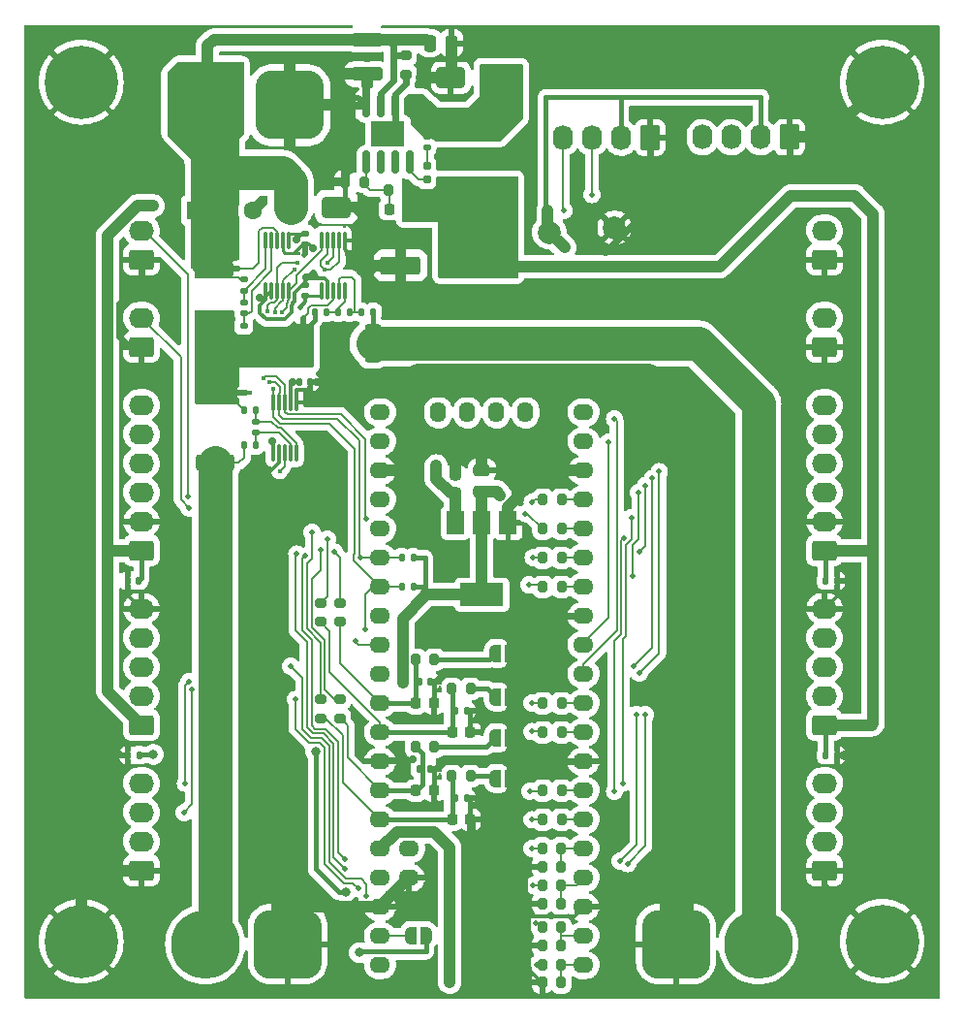
<source format=gbr>
%TF.GenerationSoftware,KiCad,Pcbnew,7.0.9-7.0.9~ubuntu22.04.1*%
%TF.CreationDate,2023-12-11T07:49:41+01:00*%
%TF.ProjectId,RobotMotorController,526f626f-744d-46f7-946f-72436f6e7472,rev?*%
%TF.SameCoordinates,Original*%
%TF.FileFunction,Copper,L1,Top*%
%TF.FilePolarity,Positive*%
%FSLAX46Y46*%
G04 Gerber Fmt 4.6, Leading zero omitted, Abs format (unit mm)*
G04 Created by KiCad (PCBNEW 7.0.9-7.0.9~ubuntu22.04.1) date 2023-12-11 07:49:41*
%MOMM*%
%LPD*%
G01*
G04 APERTURE LIST*
G04 Aperture macros list*
%AMRoundRect*
0 Rectangle with rounded corners*
0 $1 Rounding radius*
0 $2 $3 $4 $5 $6 $7 $8 $9 X,Y pos of 4 corners*
0 Add a 4 corners polygon primitive as box body*
4,1,4,$2,$3,$4,$5,$6,$7,$8,$9,$2,$3,0*
0 Add four circle primitives for the rounded corners*
1,1,$1+$1,$2,$3*
1,1,$1+$1,$4,$5*
1,1,$1+$1,$6,$7*
1,1,$1+$1,$8,$9*
0 Add four rect primitives between the rounded corners*
20,1,$1+$1,$2,$3,$4,$5,0*
20,1,$1+$1,$4,$5,$6,$7,0*
20,1,$1+$1,$6,$7,$8,$9,0*
20,1,$1+$1,$8,$9,$2,$3,0*%
%AMFreePoly0*
4,1,19,0.500000,-0.750000,0.000000,-0.750000,0.000000,-0.744911,-0.071157,-0.744911,-0.207708,-0.704816,-0.327430,-0.627875,-0.420627,-0.520320,-0.479746,-0.390866,-0.500000,-0.250000,-0.500000,0.250000,-0.479746,0.390866,-0.420627,0.520320,-0.327430,0.627875,-0.207708,0.704816,-0.071157,0.744911,0.000000,0.744911,0.000000,0.750000,0.500000,0.750000,0.500000,-0.750000,0.500000,-0.750000,
$1*%
%AMFreePoly1*
4,1,19,0.000000,0.744911,0.071157,0.744911,0.207708,0.704816,0.327430,0.627875,0.420627,0.520320,0.479746,0.390866,0.500000,0.250000,0.500000,-0.250000,0.479746,-0.390866,0.420627,-0.520320,0.327430,-0.627875,0.207708,-0.704816,0.071157,-0.744911,0.000000,-0.744911,0.000000,-0.750000,-0.500000,-0.750000,-0.500000,0.750000,0.000000,0.750000,0.000000,0.744911,0.000000,0.744911,
$1*%
G04 Aperture macros list end*
%TA.AperFunction,SMDPad,CuDef*%
%ADD10RoundRect,0.200000X-0.200000X-0.275000X0.200000X-0.275000X0.200000X0.275000X-0.200000X0.275000X0*%
%TD*%
%TA.AperFunction,SMDPad,CuDef*%
%ADD11FreePoly0,0.000000*%
%TD*%
%TA.AperFunction,SMDPad,CuDef*%
%ADD12FreePoly1,0.000000*%
%TD*%
%TA.AperFunction,SMDPad,CuDef*%
%ADD13RoundRect,0.135000X0.135000X0.185000X-0.135000X0.185000X-0.135000X-0.185000X0.135000X-0.185000X0*%
%TD*%
%TA.AperFunction,SMDPad,CuDef*%
%ADD14RoundRect,0.135000X-0.135000X-0.185000X0.135000X-0.185000X0.135000X0.185000X-0.135000X0.185000X0*%
%TD*%
%TA.AperFunction,SMDPad,CuDef*%
%ADD15RoundRect,0.218750X0.218750X0.256250X-0.218750X0.256250X-0.218750X-0.256250X0.218750X-0.256250X0*%
%TD*%
%TA.AperFunction,SMDPad,CuDef*%
%ADD16RoundRect,0.249999X1.425001X-0.450001X1.425001X0.450001X-1.425001X0.450001X-1.425001X-0.450001X0*%
%TD*%
%TA.AperFunction,ComponentPad*%
%ADD17O,1.800000X1.400000*%
%TD*%
%TA.AperFunction,ComponentPad*%
%ADD18O,1.400000X1.800000*%
%TD*%
%TA.AperFunction,SMDPad,CuDef*%
%ADD19R,3.500000X2.350000*%
%TD*%
%TA.AperFunction,SMDPad,CuDef*%
%ADD20C,2.000000*%
%TD*%
%TA.AperFunction,ComponentPad*%
%ADD21C,0.800000*%
%TD*%
%TA.AperFunction,ComponentPad*%
%ADD22C,6.400000*%
%TD*%
%TA.AperFunction,SMDPad,CuDef*%
%ADD23RoundRect,0.250000X1.000000X0.650000X-1.000000X0.650000X-1.000000X-0.650000X1.000000X-0.650000X0*%
%TD*%
%TA.AperFunction,SMDPad,CuDef*%
%ADD24RoundRect,0.200000X-0.275000X0.200000X-0.275000X-0.200000X0.275000X-0.200000X0.275000X0.200000X0*%
%TD*%
%TA.AperFunction,SMDPad,CuDef*%
%ADD25R,1.500000X2.000000*%
%TD*%
%TA.AperFunction,SMDPad,CuDef*%
%ADD26R,3.800000X2.000000*%
%TD*%
%TA.AperFunction,SMDPad,CuDef*%
%ADD27RoundRect,0.140000X0.170000X-0.140000X0.170000X0.140000X-0.170000X0.140000X-0.170000X-0.140000X0*%
%TD*%
%TA.AperFunction,ComponentPad*%
%ADD28RoundRect,0.250000X0.845000X-0.620000X0.845000X0.620000X-0.845000X0.620000X-0.845000X-0.620000X0*%
%TD*%
%TA.AperFunction,ComponentPad*%
%ADD29O,2.190000X1.740000*%
%TD*%
%TA.AperFunction,SMDPad,CuDef*%
%ADD30C,0.500000*%
%TD*%
%TA.AperFunction,SMDPad,CuDef*%
%ADD31RoundRect,0.140000X0.140000X0.170000X-0.140000X0.170000X-0.140000X-0.170000X0.140000X-0.170000X0*%
%TD*%
%TA.AperFunction,SMDPad,CuDef*%
%ADD32RoundRect,0.225000X0.250000X-0.225000X0.250000X0.225000X-0.250000X0.225000X-0.250000X-0.225000X0*%
%TD*%
%TA.AperFunction,SMDPad,CuDef*%
%ADD33RoundRect,0.140000X-0.140000X-0.170000X0.140000X-0.170000X0.140000X0.170000X-0.140000X0.170000X0*%
%TD*%
%TA.AperFunction,SMDPad,CuDef*%
%ADD34RoundRect,0.075000X-0.075000X0.650000X-0.075000X-0.650000X0.075000X-0.650000X0.075000X0.650000X0*%
%TD*%
%TA.AperFunction,SMDPad,CuDef*%
%ADD35RoundRect,0.150000X-0.150000X0.825000X-0.150000X-0.825000X0.150000X-0.825000X0.150000X0.825000X0*%
%TD*%
%TA.AperFunction,ComponentPad*%
%ADD36C,0.500000*%
%TD*%
%TA.AperFunction,SMDPad,CuDef*%
%ADD37R,3.000000X2.290000*%
%TD*%
%TA.AperFunction,SMDPad,CuDef*%
%ADD38RoundRect,0.200000X0.275000X-0.200000X0.275000X0.200000X-0.275000X0.200000X-0.275000X-0.200000X0*%
%TD*%
%TA.AperFunction,SMDPad,CuDef*%
%ADD39RoundRect,0.075000X0.075000X-0.650000X0.075000X0.650000X-0.075000X0.650000X-0.075000X-0.650000X0*%
%TD*%
%TA.AperFunction,SMDPad,CuDef*%
%ADD40RoundRect,0.250000X-0.250000X-0.475000X0.250000X-0.475000X0.250000X0.475000X-0.250000X0.475000X0*%
%TD*%
%TA.AperFunction,SMDPad,CuDef*%
%ADD41RoundRect,0.140000X-0.170000X0.140000X-0.170000X-0.140000X0.170000X-0.140000X0.170000X0.140000X0*%
%TD*%
%TA.AperFunction,ComponentPad*%
%ADD42R,1.600000X1.600000*%
%TD*%
%TA.AperFunction,ComponentPad*%
%ADD43C,1.600000*%
%TD*%
%TA.AperFunction,ComponentPad*%
%ADD44RoundRect,1.500000X1.500000X1.500000X-1.500000X1.500000X-1.500000X-1.500000X1.500000X-1.500000X0*%
%TD*%
%TA.AperFunction,ComponentPad*%
%ADD45C,6.000000*%
%TD*%
%TA.AperFunction,SMDPad,CuDef*%
%ADD46RoundRect,0.160000X0.160000X-0.197500X0.160000X0.197500X-0.160000X0.197500X-0.160000X-0.197500X0*%
%TD*%
%TA.AperFunction,SMDPad,CuDef*%
%ADD47RoundRect,0.249999X0.450001X1.425001X-0.450001X1.425001X-0.450001X-1.425001X0.450001X-1.425001X0*%
%TD*%
%TA.AperFunction,SMDPad,CuDef*%
%ADD48RoundRect,0.135000X0.185000X-0.135000X0.185000X0.135000X-0.185000X0.135000X-0.185000X-0.135000X0*%
%TD*%
%TA.AperFunction,ComponentPad*%
%ADD49RoundRect,1.500000X-1.500000X-1.500000X1.500000X-1.500000X1.500000X1.500000X-1.500000X1.500000X0*%
%TD*%
%TA.AperFunction,SMDPad,CuDef*%
%ADD50RoundRect,0.250000X0.475000X-0.250000X0.475000X0.250000X-0.475000X0.250000X-0.475000X-0.250000X0*%
%TD*%
%TA.AperFunction,SMDPad,CuDef*%
%ADD51RoundRect,0.250000X1.500000X0.550000X-1.500000X0.550000X-1.500000X-0.550000X1.500000X-0.550000X0*%
%TD*%
%TA.AperFunction,ComponentPad*%
%ADD52RoundRect,0.250000X0.620000X0.845000X-0.620000X0.845000X-0.620000X-0.845000X0.620000X-0.845000X0*%
%TD*%
%TA.AperFunction,ComponentPad*%
%ADD53O,1.740000X2.190000*%
%TD*%
%TA.AperFunction,SMDPad,CuDef*%
%ADD54RoundRect,0.250000X-1.100000X0.325000X-1.100000X-0.325000X1.100000X-0.325000X1.100000X0.325000X0*%
%TD*%
%TA.AperFunction,SMDPad,CuDef*%
%ADD55RoundRect,0.225000X0.225000X0.250000X-0.225000X0.250000X-0.225000X-0.250000X0.225000X-0.250000X0*%
%TD*%
%TA.AperFunction,SMDPad,CuDef*%
%ADD56RoundRect,0.250000X-1.000000X-0.650000X1.000000X-0.650000X1.000000X0.650000X-1.000000X0.650000X0*%
%TD*%
%TA.AperFunction,SMDPad,CuDef*%
%ADD57RoundRect,0.135000X-0.185000X0.135000X-0.185000X-0.135000X0.185000X-0.135000X0.185000X0.135000X0*%
%TD*%
%TA.AperFunction,ViaPad*%
%ADD58C,0.500000*%
%TD*%
%TA.AperFunction,ViaPad*%
%ADD59C,0.400000*%
%TD*%
%TA.AperFunction,ViaPad*%
%ADD60C,0.800000*%
%TD*%
%TA.AperFunction,ViaPad*%
%ADD61C,0.700000*%
%TD*%
%TA.AperFunction,ViaPad*%
%ADD62C,1.500000*%
%TD*%
%TA.AperFunction,ViaPad*%
%ADD63C,1.000000*%
%TD*%
%TA.AperFunction,Conductor*%
%ADD64C,0.200000*%
%TD*%
%TA.AperFunction,Conductor*%
%ADD65C,0.400000*%
%TD*%
%TA.AperFunction,Conductor*%
%ADD66C,1.000000*%
%TD*%
%TA.AperFunction,Conductor*%
%ADD67C,0.600000*%
%TD*%
%TA.AperFunction,Conductor*%
%ADD68C,3.000000*%
%TD*%
%TA.AperFunction,Conductor*%
%ADD69C,0.250000*%
%TD*%
%TA.AperFunction,Conductor*%
%ADD70C,0.300000*%
%TD*%
%TA.AperFunction,Conductor*%
%ADD71C,0.500000*%
%TD*%
G04 APERTURE END LIST*
%TA.AperFunction,EtchedComponent*%
%TO.C,NT3*%
G36*
X-21300000Y58450000D02*
G01*
X-22300000Y58450000D01*
X-22300000Y58950000D01*
X-21300000Y58950000D01*
X-21300000Y58450000D01*
G37*
%TD.AperFunction*%
%TA.AperFunction,EtchedComponent*%
%TO.C,NT2*%
G36*
X-15330000Y53400000D02*
G01*
X-15830000Y53400000D01*
X-15830000Y54400000D01*
X-15330000Y54400000D01*
X-15330000Y53400000D01*
G37*
%TD.AperFunction*%
%TA.AperFunction,EtchedComponent*%
%TO.C,NT1*%
G36*
X-20641000Y47633000D02*
G01*
X-21641000Y47633000D01*
X-21641000Y48133000D01*
X-20641000Y48133000D01*
X-20641000Y47633000D01*
G37*
%TD.AperFunction*%
%TD*%
D10*
%TO.P,R12,1*%
%TO.N,PWMB2*%
X5323000Y20775000D03*
%TO.P,R12,2*%
%TO.N,MOT2_N*%
X6973000Y20775000D03*
%TD*%
D11*
%TO.P,JP3,1,A*%
%TO.N,Net-(JP3-A)*%
X1180000Y21336000D03*
D12*
%TO.P,JP3,2,B*%
%TO.N,GND*%
X2480000Y21336000D03*
%TD*%
D10*
%TO.P,R1,1*%
%TO.N,E2_CHA_OUT*%
X5275000Y4900000D03*
%TO.P,R1,2*%
%TO.N,E2_CHA*%
X6925000Y4900000D03*
%TD*%
D13*
%TO.P,R37,1*%
%TO.N,Net-(U5-IN-)*%
X-19758000Y43309000D03*
%TO.P,R37,2*%
%TO.N,Net-(J10--)*%
X-20778000Y43309000D03*
%TD*%
D14*
%TO.P,R44,1*%
%TO.N,Net-(U4-IN-)*%
X-10536000Y54900000D03*
%TO.P,R44,2*%
%TO.N,Net-(J8-+)*%
X-9516000Y54900000D03*
%TD*%
D15*
%TO.P,D6,1,A1*%
%TO.N,GND*%
X-4187500Y20775000D03*
%TO.P,D6,2,A2*%
%TO.N,ADC_M1_CURRENT*%
X-5762500Y20775000D03*
%TD*%
D16*
%TO.P,R38,1*%
%TO.N,Net-(J10--)*%
X-23300000Y41750000D03*
%TO.P,R38,2*%
%TO.N,BATT_OUT*%
X-23300000Y47850000D03*
%TD*%
D10*
%TO.P,R13,1*%
%TO.N,EN2*%
X5323000Y33475000D03*
%TO.P,R13,2*%
%TO.N,MOT2_EN*%
X6973000Y33475000D03*
%TD*%
%TO.P,R11,1*%
%TO.N,PWMA2*%
X5323000Y18235000D03*
%TO.P,R11,2*%
%TO.N,MOT2_P*%
X6973000Y18235000D03*
%TD*%
D17*
%TO.P,U1,1,GP0*%
%TO.N,E1_CHA*%
X8890000Y-2085000D03*
%TO.P,U1,2,GP1*%
%TO.N,E1_CHB*%
X8890000Y455000D03*
%TO.P,U1,3,GND*%
%TO.N,GND*%
X8890000Y2995000D03*
%TO.P,U1,4,GP2*%
%TO.N,E2_CHA*%
X8890000Y5535000D03*
%TO.P,U1,5,GP3*%
%TO.N,E2_CHB*%
X8890000Y8075000D03*
%TO.P,U1,6,GP4*%
%TO.N,MOT1_P*%
X8890000Y10615000D03*
%TO.P,U1,7,GP5*%
%TO.N,MOT1_N*%
X8890000Y13155000D03*
%TO.P,U1,8,GND*%
%TO.N,GND*%
X8890000Y15695000D03*
%TO.P,U1,9,GP6*%
%TO.N,MOT2_P*%
X8890000Y18235000D03*
%TO.P,U1,10,GP7*%
%TO.N,MOT2_N*%
X8890000Y20775000D03*
%TO.P,U1,11,GP8*%
%TO.N,UART1_TX*%
X8890000Y23315000D03*
%TO.P,U1,12,GP9*%
%TO.N,UART1_RX*%
X8890000Y25855000D03*
%TO.P,U1,13,GND*%
%TO.N,GND*%
X8890000Y28395000D03*
%TO.P,U1,14,GP10*%
%TO.N,MOT2_AUX*%
X8890000Y30935000D03*
%TO.P,U1,15,GP11*%
%TO.N,MOT2_EN*%
X8890000Y33475000D03*
%TO.P,U1,16,GP12*%
%TO.N,MOT1_AUX*%
X8890000Y36015000D03*
%TO.P,U1,17,GP13*%
%TO.N,MOT1_EN*%
X8890000Y38555000D03*
%TO.P,U1,18,GND*%
%TO.N,GND*%
X8890000Y41095000D03*
%TO.P,U1,19,GP14*%
%TO.N,unconnected-(U1-GP14-Pad19)*%
X8890000Y43635000D03*
%TO.P,U1,20,GP15*%
%TO.N,unconnected-(U1-GP15-Pad20)*%
X8890000Y46175000D03*
%TO.P,U1,21,GP16*%
%TO.N,UART0_TX*%
X-8890000Y46175000D03*
%TO.P,U1,22,GP17*%
%TO.N,UART0_RX*%
X-8890000Y43635000D03*
%TO.P,U1,23,GND*%
%TO.N,GND*%
X-8890000Y41095000D03*
%TO.P,U1,24,GP18*%
%TO.N,I2C1-SDA*%
X-8890000Y38555000D03*
%TO.P,U1,25,GP19*%
%TO.N,I2C1-SCL*%
X-8890000Y36015000D03*
%TO.P,U1,26,GP20*%
%TO.N,I2C0-SDA*%
X-8890000Y33475000D03*
%TO.P,U1,27,GP21*%
%TO.N,I2C0-SCL*%
X-8890000Y30935000D03*
%TO.P,U1,28,GND*%
%TO.N,GND*%
X-8890000Y28395000D03*
%TO.P,U1,29,GP22*%
%TO.N,I2C0-ALERT*%
X-8890000Y25855000D03*
%TO.P,U1,30,RUN*%
%TO.N,unconnected-(U1-RUN-Pad30)*%
X-8890000Y23315000D03*
%TO.P,U1,31,GP26*%
%TO.N,ADC_M1_CURRENT*%
X-8890000Y20775000D03*
%TO.P,U1,32,GP27*%
%TO.N,ADC_M2_CURRENT*%
X-8890000Y18235000D03*
%TO.P,U1,33,GND*%
%TO.N,GND*%
X-8890000Y15695000D03*
%TO.P,U1,34,GP28*%
%TO.N,ADC_M1_VOLTAGE*%
X-8890000Y13155000D03*
%TO.P,U1,35,GP29*%
%TO.N,ADC_M2_VOLTAGE*%
X-8890000Y10615000D03*
%TO.P,U1,36,3V3*%
%TO.N,+3V3*%
X-8890000Y8075000D03*
%TO.P,U1,37,GP23*%
%TO.N,unconnected-(U1-GP23-Pad37)*%
X-8890000Y5535000D03*
%TO.P,U1,38,GND*%
%TO.N,GND*%
X-8890000Y2995000D03*
%TO.P,U1,39,VIN*%
%TO.N,Net-(JP5-A)*%
X-8890000Y455000D03*
%TO.P,U1,40,VOUT*%
%TO.N,unconnected-(U1-VOUT-Pad40)*%
X-8890000Y-2085000D03*
D18*
%TO.P,U1,41,3V3*%
%TO.N,unconnected-(U1-3V3-Pad41)*%
X3810000Y46175000D03*
%TO.P,U1,42,SWDIO*%
%TO.N,unconnected-(U1-SWDIO-Pad42)*%
X1270000Y46175000D03*
%TO.P,U1,43,SWCLK*%
%TO.N,unconnected-(U1-SWCLK-Pad43)*%
X-1270000Y46175000D03*
%TO.P,U1,44,GND*%
%TO.N,unconnected-(U1-GND-Pad44)*%
X-3810000Y46175000D03*
D17*
%TO.P,U1,45,GND*%
%TO.N,GND*%
X-6350000Y5535000D03*
%TO.P,U1,46,VREF*%
%TO.N,unconnected-(U1-VREF-Pad46)*%
X-6350000Y8075000D03*
%TD*%
D10*
%TO.P,R9,1*%
%TO.N,EN1*%
X5323000Y38555000D03*
%TO.P,R9,2*%
%TO.N,MOT1_EN*%
X6973000Y38555000D03*
%TD*%
D19*
%TO.P,L1,1,1*%
%TO.N,/Supply and Power/SW*%
X-400000Y71225000D03*
%TO.P,L1,2,2*%
%TO.N,+5V*%
X-400000Y65175000D03*
%TD*%
D20*
%TO.P,TP4,1,1*%
%TO.N,+3V3*%
X5900000Y61900000D03*
%TD*%
D21*
%TO.P,H1,1,1*%
%TO.N,GND*%
X32600000Y75000000D03*
X33302944Y76697056D03*
X33302944Y73302944D03*
X35000000Y77400000D03*
D22*
X35000000Y75000000D03*
D21*
X35000000Y72600000D03*
X36697056Y76697056D03*
X36697056Y73302944D03*
X37400000Y75000000D03*
%TD*%
D23*
%TO.P,D16,1,K*%
%TO.N,/Supply and Power/SW*%
X1300000Y75400000D03*
%TO.P,D16,2,A*%
%TO.N,GND*%
X-2700000Y75400000D03*
%TD*%
D10*
%TO.P,R4,1*%
%TO.N,E1_CHA_OUT*%
X5275000Y-2032000D03*
%TO.P,R4,2*%
%TO.N,E1_CHA*%
X6925000Y-2032000D03*
%TD*%
%TO.P,R10,1*%
%TO.N,AUX1*%
X5323000Y36015000D03*
%TO.P,R10,2*%
%TO.N,MOT1_AUX*%
X6973000Y36015000D03*
%TD*%
D24*
%TO.P,R24,1*%
%TO.N,/Analog/I2*%
X-14100000Y29525000D03*
%TO.P,R24,2*%
%TO.N,ADC_M2_CURRENT*%
X-14100000Y27875000D03*
%TD*%
D25*
%TO.P,U8,1,GND*%
%TO.N,GND*%
X2300000Y36550000D03*
%TO.P,U8,2,VO*%
%TO.N,+3V3*%
X0Y36550000D03*
D26*
X0Y30250000D03*
D25*
%TO.P,U8,3,VI*%
%TO.N,+5V*%
X-2300000Y36550000D03*
%TD*%
D21*
%TO.P,H3,1,1*%
%TO.N,GND*%
X32600000Y0D03*
X33302944Y1697056D03*
X33302944Y-1697056D03*
X35000000Y2400000D03*
D22*
X35000000Y0D03*
D21*
X35000000Y-2400000D03*
X36697056Y1697056D03*
X36697056Y-1697056D03*
X37400000Y0D03*
%TD*%
D27*
%TO.P,C9,1*%
%TO.N,+3V3*%
X-15400000Y56320000D03*
%TO.P,C9,2*%
%TO.N,GND*%
X-15400000Y57280000D03*
%TD*%
D20*
%TO.P,TP15,1,1*%
%TO.N,GND*%
X11600000Y62300000D03*
%TD*%
D28*
%TO.P,M2,1,Pin_1*%
%TO.N,+5V*%
X29950000Y34110000D03*
D29*
%TO.P,M2,2,Pin_2*%
%TO.N,GND*%
X29950000Y36650000D03*
%TO.P,M2,3,Pin_3*%
%TO.N,AUX2*%
X29950000Y39190000D03*
%TO.P,M2,4,Pin_4*%
%TO.N,EN2*%
X29950000Y41730000D03*
%TO.P,M2,5,Pin_5*%
%TO.N,PWMB2*%
X29950000Y44270000D03*
%TO.P,M2,6,Pin_6*%
%TO.N,PWMA2*%
X29950000Y46810000D03*
%TD*%
D30*
%TO.P,NT3,1,1*%
%TO.N,Net-(U2-VBUS)*%
X-21300000Y58700000D03*
%TO.P,NT3,2,2*%
%TO.N,Vdrive*%
X-22300000Y58700000D03*
%TD*%
D24*
%TO.P,R32,1*%
%TO.N,/Analog/V2*%
X-14100000Y21125000D03*
%TO.P,R32,2*%
%TO.N,ADC_M2_VOLTAGE*%
X-14100000Y19475000D03*
%TD*%
D10*
%TO.P,R15,1*%
%TO.N,GND*%
X5275000Y-400000D03*
%TO.P,R15,2*%
%TO.N,E1_CHB*%
X6925000Y-400000D03*
%TD*%
D28*
%TO.P,J5,1,Pin_1*%
%TO.N,GND*%
X-29740000Y6170000D03*
D29*
%TO.P,J5,2,Pin_2*%
%TO.N,+3V3*%
X-29740000Y8710000D03*
%TO.P,J5,3,Pin_3*%
%TO.N,I2C0-SCL*%
X-29740000Y11250000D03*
%TO.P,J5,4,Pin_4*%
%TO.N,I2C0-SDA*%
X-29740000Y13790000D03*
%TD*%
D16*
%TO.P,R25,1*%
%TO.N,BATT_OUT*%
X-23400000Y52550000D03*
%TO.P,R25,2*%
%TO.N,Vdrive*%
X-23400000Y58650000D03*
%TD*%
D31*
%TO.P,C5,1*%
%TO.N,Net-(U4-IN-)*%
X-11578000Y54900000D03*
%TO.P,C5,2*%
%TO.N,Net-(U4-IN+)*%
X-12538000Y54900000D03*
%TD*%
D28*
%TO.P,P2,1,Pin_1*%
%TO.N,GND*%
X29950000Y51890000D03*
D29*
%TO.P,P2,2,Pin_2*%
%TO.N,/Analog/I2*%
X29950000Y54430000D03*
%TD*%
D10*
%TO.P,R2,1*%
%TO.N,E2_CHB_OUT*%
X5275000Y8128000D03*
%TO.P,R2,2*%
%TO.N,E2_CHB*%
X6925000Y8128000D03*
%TD*%
%TO.P,R48,1*%
%TO.N,/Supply and Power/FB*%
X-8125000Y65600000D03*
%TO.P,R48,2*%
%TO.N,+5V*%
X-6475000Y65600000D03*
%TD*%
D24*
%TO.P,R31,1*%
%TO.N,/Analog/V1*%
X-12400000Y21125000D03*
%TO.P,R31,2*%
%TO.N,ADC_M1_VOLTAGE*%
X-12400000Y19475000D03*
%TD*%
D32*
%TO.P,C19,1*%
%TO.N,+5V*%
X-2300000Y39125000D03*
%TO.P,C19,2*%
%TO.N,GND*%
X-2300000Y40675000D03*
%TD*%
D10*
%TO.P,R20,1*%
%TO.N,GND*%
X5275000Y6500000D03*
%TO.P,R20,2*%
%TO.N,E2_CHB*%
X6925000Y6500000D03*
%TD*%
D31*
%TO.P,C2,1*%
%TO.N,+5V*%
X-29976000Y31496000D03*
%TO.P,C2,2*%
%TO.N,GND*%
X-30936000Y31496000D03*
%TD*%
D28*
%TO.P,P1,1,Pin_1*%
%TO.N,GND*%
X-29740000Y51890000D03*
D29*
%TO.P,P1,2,Pin_2*%
%TO.N,/Analog/I1*%
X-29740000Y54430000D03*
%TD*%
D13*
%TO.P,R42,1*%
%TO.N,Net-(U4-IN+)*%
X-13580000Y54900000D03*
%TO.P,R42,2*%
%TO.N,BATT_OUT*%
X-14600000Y54900000D03*
%TD*%
D33*
%TO.P,C10,1*%
%TO.N,ADC_M1_CURRENT*%
X-5455000Y22680000D03*
%TO.P,C10,2*%
%TO.N,GND*%
X-4495000Y22680000D03*
%TD*%
D34*
%TO.P,U4,1,A1*%
%TO.N,GND*%
X-12000000Y61200000D03*
%TO.P,U4,2,A0*%
%TO.N,I2C0-SDA*%
X-12500000Y61200000D03*
%TO.P,U4,3,ALERT*%
%TO.N,I2C0-ALERT*%
X-13000000Y61200000D03*
%TO.P,U4,4,SDA*%
%TO.N,I2C0-SDA*%
X-13500000Y61200000D03*
%TO.P,U4,5,SCL*%
%TO.N,I2C0-SCL*%
X-14000000Y61200000D03*
%TO.P,U4,6,VS*%
%TO.N,+3V3*%
X-14000000Y56800000D03*
%TO.P,U4,7,GND*%
%TO.N,GND*%
X-13500000Y56800000D03*
%TO.P,U4,8,VBUS*%
%TO.N,Net-(U4-VBUS)*%
X-13000000Y56800000D03*
%TO.P,U4,9,IN-*%
%TO.N,Net-(U4-IN-)*%
X-12500000Y56800000D03*
%TO.P,U4,10,IN+*%
%TO.N,Net-(U4-IN+)*%
X-12000000Y56800000D03*
%TD*%
D28*
%TO.P,E2,1,Pin_1*%
%TO.N,+5V*%
X29950000Y18870000D03*
D29*
%TO.P,E2,2,Pin_2*%
%TO.N,E2_CHA_OUT*%
X29950000Y21410000D03*
%TO.P,E2,3,Pin_3*%
%TO.N,E2_CHB_OUT*%
X29950000Y23950000D03*
%TO.P,E2,4,Pin_4*%
%TO.N,unconnected-(E2-Pin_4-Pad4)*%
X29950000Y26490000D03*
%TO.P,E2,5,Pin_5*%
%TO.N,GND*%
X29950000Y29030000D03*
%TD*%
D11*
%TO.P,JP5,1,A*%
%TO.N,Net-(JP5-A)*%
X-6186000Y508000D03*
D12*
%TO.P,JP5,2,B*%
%TO.N,+5V*%
X-4886000Y508000D03*
%TD*%
D11*
%TO.P,JP2,1,A*%
%TO.N,Net-(JP2-A)*%
X1180000Y17780000D03*
D12*
%TO.P,JP2,2,B*%
%TO.N,GND*%
X2480000Y17780000D03*
%TD*%
D35*
%TO.P,U10,1,SW*%
%TO.N,/Supply and Power/SW*%
X-6300000Y72950000D03*
%TO.P,U10,2,ILIM*%
%TO.N,Net-(R43-Pad1)*%
X-7570000Y72950000D03*
%TO.P,U10,3,VIN*%
%TO.N,Vdrive*%
X-8840000Y72950000D03*
%TO.P,U10,4,GND*%
%TO.N,GND*%
X-10110000Y72950000D03*
%TO.P,U10,5,FB*%
%TO.N,/Supply and Power/FB*%
X-10110000Y68000000D03*
%TO.P,U10,6,EN*%
%TO.N,unconnected-(U10-EN-Pad6)*%
X-8840000Y68000000D03*
%TO.P,U10,7,POK*%
%TO.N,unconnected-(U10-POK-Pad7)*%
X-7570000Y68000000D03*
%TO.P,U10,8,BS*%
%TO.N,/Supply and Power/BS*%
X-6300000Y68000000D03*
D36*
%TO.P,U10,9,ILIM*%
%TO.N,Net-(R43-Pad1)*%
X-7205000Y71125000D03*
X-8205000Y71125000D03*
X-9205000Y71125000D03*
D37*
X-8205000Y70475000D03*
D36*
X-7205000Y69825000D03*
X-8205000Y69825000D03*
X-9205000Y69825000D03*
%TD*%
D30*
%TO.P,NT2,1,1*%
%TO.N,Net-(U4-VBUS)*%
X-15580000Y54400000D03*
%TO.P,NT2,2,2*%
%TO.N,BATT_OUT*%
X-15580000Y53400000D03*
%TD*%
D38*
%TO.P,R43,1*%
%TO.N,Net-(R43-Pad1)*%
X-6640000Y75700302D03*
%TO.P,R43,2*%
%TO.N,Vdrive*%
X-6640000Y77350302D03*
%TD*%
D39*
%TO.P,U2,1,A1*%
%TO.N,GND*%
X-18871000Y56769000D03*
%TO.P,U2,2,A0*%
X-18371000Y56769000D03*
%TO.P,U2,3,ALERT*%
%TO.N,I2C0-ALERT*%
X-17871000Y56769000D03*
%TO.P,U2,4,SDA*%
%TO.N,I2C0-SDA*%
X-17371000Y56769000D03*
%TO.P,U2,5,SCL*%
%TO.N,I2C0-SCL*%
X-16871000Y56769000D03*
%TO.P,U2,6,VS*%
%TO.N,+3V3*%
X-16871000Y61169000D03*
%TO.P,U2,7,GND*%
%TO.N,GND*%
X-17371000Y61169000D03*
%TO.P,U2,8,VBUS*%
%TO.N,Net-(U2-VBUS)*%
X-17871000Y61169000D03*
%TO.P,U2,9,IN-*%
%TO.N,Net-(U2-IN-)*%
X-18371000Y61169000D03*
%TO.P,U2,10,IN+*%
%TO.N,Net-(U2-IN+)*%
X-18871000Y61169000D03*
%TD*%
D40*
%TO.P,C26,1*%
%TO.N,Vdrive*%
X-4550000Y78400000D03*
%TO.P,C26,2*%
%TO.N,GND*%
X-2650000Y78400000D03*
%TD*%
D11*
%TO.P,JP4,1,A*%
%TO.N,Net-(JP4-A)*%
X1180000Y14224000D03*
D12*
%TO.P,JP4,2,B*%
%TO.N,GND*%
X2480000Y14224000D03*
%TD*%
D41*
%TO.P,C3,1*%
%TO.N,+3V3*%
X-15400000Y61780000D03*
%TO.P,C3,2*%
%TO.N,GND*%
X-15400000Y60820000D03*
%TD*%
D24*
%TO.P,R23,1*%
%TO.N,/Analog/I1*%
X-12400000Y29525000D03*
%TO.P,R23,2*%
%TO.N,ADC_M1_CURRENT*%
X-12400000Y27875000D03*
%TD*%
D13*
%TO.P,R6,1*%
%TO.N,+3V3*%
X-5990000Y33475000D03*
%TO.P,R6,2*%
%TO.N,I2C0-SDA*%
X-7010000Y33475000D03*
%TD*%
D27*
%TO.P,C6,1*%
%TO.N,Net-(U5-IN-)*%
X-19760000Y44381000D03*
%TO.P,C6,2*%
%TO.N,Net-(U5-IN+)*%
X-19760000Y45341000D03*
%TD*%
D42*
%TO.P,C20,1*%
%TO.N,Vdrive*%
X-25002651Y63800000D03*
D43*
%TO.P,C20,2*%
%TO.N,GND*%
X-20002651Y63800000D03*
%TD*%
D10*
%TO.P,R8,1*%
%TO.N,PWMB1*%
X5323000Y13155000D03*
%TO.P,R8,2*%
%TO.N,MOT1_N*%
X6973000Y13155000D03*
%TD*%
%TO.P,R21,1*%
%TO.N,ADC_M1_CURRENT*%
X-5800000Y24585000D03*
%TO.P,R21,2*%
%TO.N,Net-(JP1-A)*%
X-4150000Y24585000D03*
%TD*%
D44*
%TO.P,J10,1,-*%
%TO.N,GND*%
X-16966000Y-254000D03*
D45*
%TO.P,J10,2,+*%
%TO.N,Net-(J10--)*%
X-24166000Y-254000D03*
%TD*%
D33*
%TO.P,C15,1*%
%TO.N,+5V*%
X30052000Y16256000D03*
%TO.P,C15,2*%
%TO.N,GND*%
X31012000Y16256000D03*
%TD*%
D27*
%TO.P,C4,1*%
%TO.N,Net-(U2-IN-)*%
X-20800000Y54790000D03*
%TO.P,C4,2*%
%TO.N,Net-(U2-IN+)*%
X-20800000Y55750000D03*
%TD*%
D15*
%TO.P,D9,1,A1*%
%TO.N,GND*%
X-1012500Y10615000D03*
%TO.P,D9,2,A2*%
%TO.N,ADC_M2_VOLTAGE*%
X-2587500Y10615000D03*
%TD*%
D46*
%TO.P,R45,1*%
%TO.N,/Supply and Power/BS*%
X-4800000Y66502500D03*
%TO.P,R45,2*%
%TO.N,Net-(C33-Pad2)*%
X-4800000Y67697500D03*
%TD*%
D47*
%TO.P,R50,1*%
%TO.N,Net-(J8-+)*%
X-9550000Y52200000D03*
%TO.P,R50,2*%
%TO.N,BATT_OUT*%
X-15650000Y52200000D03*
%TD*%
D10*
%TO.P,R14,1*%
%TO.N,AUX2*%
X5323000Y30935000D03*
%TO.P,R14,2*%
%TO.N,MOT2_AUX*%
X6973000Y30935000D03*
%TD*%
D28*
%TO.P,J3,1,Pin_1*%
%TO.N,GND*%
X29970000Y6170000D03*
D29*
%TO.P,J3,2,Pin_2*%
%TO.N,+3V3*%
X29970000Y8710000D03*
%TO.P,J3,3,Pin_3*%
%TO.N,I2C1-SCL*%
X29970000Y11250000D03*
%TO.P,J3,4,Pin_4*%
%TO.N,I2C1-SDA*%
X29970000Y13790000D03*
%TD*%
D33*
%TO.P,C18,1*%
%TO.N,+3V3*%
X-15980000Y48800000D03*
%TO.P,C18,2*%
%TO.N,GND*%
X-15020000Y48800000D03*
%TD*%
D48*
%TO.P,R17,1*%
%TO.N,Net-(U2-IN+)*%
X-20800000Y56764000D03*
%TO.P,R17,2*%
%TO.N,Vdrive*%
X-20800000Y57784000D03*
%TD*%
D28*
%TO.P,M1,1,Pin_1*%
%TO.N,+5V*%
X-29740000Y34110000D03*
D29*
%TO.P,M1,2,Pin_2*%
%TO.N,GND*%
X-29740000Y36650000D03*
%TO.P,M1,3,Pin_3*%
%TO.N,AUX1*%
X-29740000Y39190000D03*
%TO.P,M1,4,Pin_4*%
%TO.N,EN1*%
X-29740000Y41730000D03*
%TO.P,M1,5,Pin_5*%
%TO.N,PWMB1*%
X-29740000Y44270000D03*
%TO.P,M1,6,Pin_6*%
%TO.N,PWMA1*%
X-29740000Y46810000D03*
%TD*%
D10*
%TO.P,R18,1*%
%TO.N,GND*%
X5275000Y3300000D03*
%TO.P,R18,2*%
%TO.N,E2_CHA*%
X6925000Y3300000D03*
%TD*%
D28*
%TO.P,P3,1,Pin_1*%
%TO.N,GND*%
X-29740000Y59510000D03*
D29*
%TO.P,P3,2,Pin_2*%
%TO.N,/Analog/V1*%
X-29740000Y62050000D03*
%TD*%
D49*
%TO.P,J8,1,-*%
%TO.N,GND*%
X16966000Y-254000D03*
D45*
%TO.P,J8,2,+*%
%TO.N,Net-(J8-+)*%
X24166000Y-254000D03*
%TD*%
D15*
%TO.P,D7,1,A1*%
%TO.N,GND*%
X-1012500Y18235000D03*
%TO.P,D7,2,A2*%
%TO.N,ADC_M2_CURRENT*%
X-2587500Y18235000D03*
%TD*%
D10*
%TO.P,R49,1*%
%TO.N,GND*%
X-11925000Y66300000D03*
%TO.P,R49,2*%
%TO.N,/Supply and Power/FB*%
X-10275000Y66300000D03*
%TD*%
D20*
%TO.P,TP14,1,1*%
%TO.N,+5V*%
X1500000Y61900000D03*
%TD*%
D50*
%TO.P,C29,1*%
%TO.N,+3V3*%
X0Y39250000D03*
%TO.P,C29,2*%
%TO.N,GND*%
X0Y41150000D03*
%TD*%
D33*
%TO.P,C12,1*%
%TO.N,ADC_M1_VOLTAGE*%
X-5455000Y15060000D03*
%TO.P,C12,2*%
%TO.N,GND*%
X-4495000Y15060000D03*
%TD*%
D10*
%TO.P,R7,1*%
%TO.N,PWMA1*%
X5323000Y10615000D03*
%TO.P,R7,2*%
%TO.N,MOT1_P*%
X6973000Y10615000D03*
%TD*%
D51*
%TO.P,C42,1*%
%TO.N,+5V*%
X-1700000Y59000000D03*
%TO.P,C42,2*%
%TO.N,GND*%
X-7100000Y59000000D03*
%TD*%
D52*
%TO.P,J4,1,Pin_1*%
%TO.N,GND*%
X26902000Y70198000D03*
D53*
%TO.P,J4,2,Pin_2*%
%TO.N,+3V3*%
X24362000Y70198000D03*
%TO.P,J4,3,Pin_3*%
%TO.N,UART1_RX*%
X21822000Y70198000D03*
%TO.P,J4,4,Pin_4*%
%TO.N,UART1_TX*%
X19282000Y70198000D03*
%TD*%
D34*
%TO.P,U5,1,A1*%
%TO.N,GND*%
X-16220000Y47033000D03*
%TO.P,U5,2,A0*%
%TO.N,+3V3*%
X-16720000Y47033000D03*
%TO.P,U5,3,ALERT*%
%TO.N,I2C0-ALERT*%
X-17220000Y47033000D03*
%TO.P,U5,4,SDA*%
%TO.N,I2C0-SDA*%
X-17720000Y47033000D03*
%TO.P,U5,5,SCL*%
%TO.N,I2C0-SCL*%
X-18220000Y47033000D03*
%TO.P,U5,6,VS*%
%TO.N,+3V3*%
X-18220000Y42633000D03*
%TO.P,U5,7,GND*%
%TO.N,GND*%
X-17720000Y42633000D03*
%TO.P,U5,8,VBUS*%
%TO.N,Net-(U5-VBUS)*%
X-17220000Y42633000D03*
%TO.P,U5,9,IN-*%
%TO.N,Net-(U5-IN-)*%
X-16720000Y42633000D03*
%TO.P,U5,10,IN+*%
%TO.N,Net-(U5-IN+)*%
X-16220000Y42633000D03*
%TD*%
D33*
%TO.P,C11,1*%
%TO.N,ADC_M2_CURRENT*%
X-2280000Y20140000D03*
%TO.P,C11,2*%
%TO.N,GND*%
X-1320000Y20140000D03*
%TD*%
D30*
%TO.P,NT1,1,1*%
%TO.N,Net-(U5-VBUS)*%
X-20641000Y47883000D03*
%TO.P,NT1,2,2*%
%TO.N,BATT_OUT*%
X-21641000Y47883000D03*
%TD*%
D54*
%TO.P,C24,1*%
%TO.N,Vdrive*%
X-10040000Y78700302D03*
%TO.P,C24,2*%
%TO.N,GND*%
X-10040000Y75750302D03*
%TD*%
D33*
%TO.P,C1,1*%
%TO.N,+5V*%
X30052000Y31496000D03*
%TO.P,C1,2*%
%TO.N,GND*%
X31012000Y31496000D03*
%TD*%
D13*
%TO.P,R36,1*%
%TO.N,Net-(U5-IN+)*%
X-19756000Y46357000D03*
%TO.P,R36,2*%
%TO.N,BATT_OUT*%
X-20776000Y46357000D03*
%TD*%
D41*
%TO.P,C33,1*%
%TO.N,/Supply and Power/SW*%
X-4800000Y70280000D03*
%TO.P,C33,2*%
%TO.N,Net-(C33-Pad2)*%
X-4800000Y69320000D03*
%TD*%
D55*
%TO.P,C36,1*%
%TO.N,+5V*%
X-6525000Y63900000D03*
%TO.P,C36,2*%
%TO.N,/Supply and Power/FB*%
X-8075000Y63900000D03*
%TD*%
D10*
%TO.P,R30,1*%
%TO.N,ADC_M2_VOLTAGE*%
X-2625000Y14425000D03*
%TO.P,R30,2*%
%TO.N,Net-(JP4-A)*%
X-975000Y14425000D03*
%TD*%
D21*
%TO.P,H2,1,1*%
%TO.N,GND*%
X-37400000Y75000000D03*
X-36697056Y76697056D03*
X-36697056Y73302944D03*
X-35000000Y77400000D03*
D22*
X-35000000Y75000000D03*
D21*
X-35000000Y72600000D03*
X-33302944Y76697056D03*
X-33302944Y73302944D03*
X-32600000Y75000000D03*
%TD*%
D15*
%TO.P,D8,1,A1*%
%TO.N,GND*%
X-4187500Y13155000D03*
%TO.P,D8,2,A2*%
%TO.N,ADC_M1_VOLTAGE*%
X-5762500Y13155000D03*
%TD*%
D10*
%TO.P,R5,1*%
%TO.N,E1_CHB_OUT*%
X5275000Y1200000D03*
%TO.P,R5,2*%
%TO.N,E1_CHB*%
X6925000Y1200000D03*
%TD*%
D11*
%TO.P,JP1,1,A*%
%TO.N,Net-(JP1-A)*%
X1180000Y25146000D03*
D12*
%TO.P,JP1,2,B*%
%TO.N,GND*%
X2480000Y25146000D03*
%TD*%
D31*
%TO.P,C14,1*%
%TO.N,+5V*%
X-29948000Y16256000D03*
%TO.P,C14,2*%
%TO.N,GND*%
X-30908000Y16256000D03*
%TD*%
D28*
%TO.P,E1,1,Pin_1*%
%TO.N,+5V*%
X-29740000Y18870000D03*
D29*
%TO.P,E1,2,Pin_2*%
%TO.N,E1_CHA_OUT*%
X-29740000Y21410000D03*
%TO.P,E1,3,Pin_3*%
%TO.N,E1_CHB_OUT*%
X-29740000Y23950000D03*
%TO.P,E1,4,Pin_4*%
%TO.N,unconnected-(E1-Pin_4-Pad4)*%
X-29740000Y26490000D03*
%TO.P,E1,5,Pin_5*%
%TO.N,GND*%
X-29740000Y29030000D03*
%TD*%
D28*
%TO.P,P4,1,Pin_1*%
%TO.N,GND*%
X29950000Y59510000D03*
D29*
%TO.P,P4,2,Pin_2*%
%TO.N,/Analog/V2*%
X29950000Y62050000D03*
%TD*%
D10*
%TO.P,R29,1*%
%TO.N,ADC_M1_VOLTAGE*%
X-5800000Y16965000D03*
%TO.P,R29,2*%
%TO.N,Net-(JP2-A)*%
X-4150000Y16965000D03*
%TD*%
D52*
%TO.P,J9,1,Pin_1*%
%TO.N,GND*%
X14710000Y70178000D03*
D53*
%TO.P,J9,2,Pin_2*%
%TO.N,+3V3*%
X12170000Y70178000D03*
%TO.P,J9,3,Pin_3*%
%TO.N,UART0_RX*%
X9630000Y70178000D03*
%TO.P,J9,4,Pin_4*%
%TO.N,UART0_TX*%
X7090000Y70178000D03*
%TD*%
D10*
%TO.P,R22,1*%
%TO.N,ADC_M2_CURRENT*%
X-2625000Y22045000D03*
%TO.P,R22,2*%
%TO.N,Net-(JP3-A)*%
X-975000Y22045000D03*
%TD*%
D56*
%TO.P,D15,1,A1*%
%TO.N,Vdrive*%
X-16700000Y64100000D03*
%TO.P,D15,2,A2*%
%TO.N,GND*%
X-12700000Y64100000D03*
%TD*%
D44*
%TO.P,J1,1,-*%
%TO.N,GND*%
X-16800000Y73000000D03*
D45*
%TO.P,J1,2,+*%
%TO.N,Vdrive*%
X-24000000Y73000000D03*
%TD*%
D33*
%TO.P,C13,1*%
%TO.N,ADC_M2_VOLTAGE*%
X-2280000Y12520000D03*
%TO.P,C13,2*%
%TO.N,GND*%
X-1320000Y12520000D03*
%TD*%
D13*
%TO.P,R16,1*%
%TO.N,+3V3*%
X-5980000Y30935000D03*
%TO.P,R16,2*%
%TO.N,I2C0-SCL*%
X-7000000Y30935000D03*
%TD*%
D21*
%TO.P,H4,1,1*%
%TO.N,GND*%
X-37400000Y0D03*
X-36697056Y1697056D03*
X-36697056Y-1697056D03*
X-35000000Y2400000D03*
D22*
X-35000000Y0D03*
D21*
X-35000000Y-2400000D03*
X-33302944Y1697056D03*
X-33302944Y-1697056D03*
X-32600000Y0D03*
%TD*%
D57*
%TO.P,R19,1*%
%TO.N,Net-(U2-IN-)*%
X-20800000Y53720000D03*
%TO.P,R19,2*%
%TO.N,BATT_OUT*%
X-20800000Y52700000D03*
%TD*%
D10*
%TO.P,R3,1*%
%TO.N,GND*%
X5275000Y-3600000D03*
%TO.P,R3,2*%
%TO.N,E1_CHA*%
X6925000Y-3600000D03*
%TD*%
D58*
%TO.N,I2C1-SCL*%
X12400000Y35200000D03*
X11600000Y13100000D03*
%TO.N,I2C1-SDA*%
X12300000Y13800000D03*
X13100000Y37000000D03*
%TO.N,UART1_RX*%
X11100000Y43600000D03*
%TO.N,UART1_TX*%
X11600000Y45600000D03*
%TO.N,I2C0-SCL*%
X-10200000Y27200000D03*
X-26000000Y11250000D03*
D59*
X-18200000Y48200000D03*
X-17500000Y54900000D03*
D58*
X-25300000Y22000000D03*
D60*
%TO.N,+5V*%
X-11900000Y4300000D03*
X-28700000Y16300000D03*
X-28700000Y64200000D03*
X2449998Y59650002D03*
X-10700000Y-999998D03*
X-14500000Y16600000D03*
X-4000000Y41500000D03*
X-4800000Y64800000D03*
D61*
%TO.N,+3V3*%
X-16200000Y61300000D03*
X-16500000Y48800000D03*
D60*
X7249997Y60550003D03*
X-6900004Y22599998D03*
X1622777Y38950000D03*
X5770444Y63782526D03*
D61*
X-18323320Y43616381D03*
D60*
X-2799998Y-3600000D03*
D58*
X-15862531Y55370911D03*
%TO.N,AUX1*%
X3821090Y37345801D03*
%TO.N,PWMA1*%
X-11975735Y6324265D03*
X-16170824Y33800000D03*
X4400000Y10600000D03*
%TO.N,PWMB1*%
X4200000Y13100000D03*
X-12001470Y7198530D03*
X-15447673Y33635706D03*
%TO.N,EN1*%
X4406746Y38350554D03*
%TO.N,AUX2*%
X13700000Y39190000D03*
X13200000Y31900000D03*
X4100000Y31100000D03*
%TO.N,PWMA2*%
X4400000Y18300000D03*
X13777161Y23421054D03*
X15505592Y41000000D03*
%TO.N,PWMB2*%
X13300000Y24000000D03*
X14905586Y40400000D03*
X4400000Y20800000D03*
%TO.N,EN2*%
X13800000Y33978051D03*
X14300000Y39800000D03*
X4500000Y33500000D03*
D59*
%TO.N,I2C0-SDA*%
X-16400000Y58650000D03*
X-18100000Y54900000D03*
D58*
X-25599440Y22634785D03*
X-25900000Y13800000D03*
D59*
X-18600000Y48800000D03*
X-13700000Y58600000D03*
D58*
X-10600000Y33500000D03*
%TO.N,UART0_RX*%
X9630000Y65200000D03*
%TO.N,UART0_TX*%
X7200000Y63800000D03*
D61*
%TO.N,GND*%
X-19000000Y29200000D03*
D62*
X-9900000Y61300000D03*
D61*
X-15365826Y57950500D03*
D59*
X-11400000Y69000000D03*
D62*
X-5550013Y48950005D03*
D59*
X-2650000Y76700000D03*
X-10110000Y75000000D03*
D61*
X10800000Y60200000D03*
D62*
X-19000000Y39100000D03*
D61*
X-900000Y5600000D03*
D62*
X-9900000Y58800000D03*
D61*
X-3680000Y15580000D03*
X-31700000Y16300000D03*
X-11600000Y60000000D03*
D59*
X-2650000Y77500000D03*
D61*
X18500000Y29200000D03*
D59*
X-11400000Y70500000D03*
X-11400000Y73600000D03*
D61*
X4100000Y3300002D03*
X-29999993Y57400007D03*
D60*
X32000000Y31500000D03*
D61*
X-14400000Y48799996D03*
D59*
X-2650000Y77100000D03*
D61*
X-4100000Y12100000D03*
D59*
X-11400000Y72000000D03*
D61*
X-19400000Y56200000D03*
X-14800000Y60500000D03*
D59*
X-11400000Y67800000D03*
D61*
X-19000000Y15300000D03*
X4100004Y-400000D03*
D59*
X-10900000Y73600000D03*
D61*
X4099992Y6500000D03*
D59*
X-4100000Y75400000D03*
D61*
X-19000000Y32000000D03*
D63*
X-5300000Y75400000D03*
D59*
X-11400000Y68400000D03*
D62*
X-3300000Y48950000D03*
X-19000000Y37499996D03*
D61*
X-900000Y6499992D03*
X16965972Y5800000D03*
D59*
X-11400000Y69700000D03*
X-10110000Y74600000D03*
D60*
X16766726Y48833274D03*
D61*
X10200000Y48900000D03*
D60*
X18500000Y43700000D03*
D59*
X-11400000Y71300000D03*
D60*
X18600000Y31500000D03*
D61*
X4016999Y-2385000D03*
X-16965998Y6965998D03*
X-400000Y12000000D03*
X-6000000Y15900000D03*
D60*
X31644000Y16256000D03*
D61*
X-7442500Y4442500D03*
D59*
X-11400000Y72900000D03*
D60*
X16965970Y15765970D03*
D61*
X-27300000Y66100000D03*
D63*
X-12600000Y75400000D03*
D61*
X-2600000Y23368000D03*
D59*
X-4500000Y75400000D03*
D61*
X18500000Y36800004D03*
D58*
%TO.N,/Analog/I1*%
X-25579892Y37835583D03*
X-12900000Y34000000D03*
%TO.N,/Analog/I2*%
X-13499996Y35100000D03*
%TO.N,/Analog/V1*%
X-25700000Y38800000D03*
X-14100000Y34200000D03*
%TO.N,/Analog/V2*%
X-14829563Y35699998D03*
D59*
%TO.N,I2C0-ALERT*%
X-13500000Y59200000D03*
X-18700000Y55000000D03*
D58*
X-11074265Y26174265D03*
X-10065241Y36913695D03*
D59*
X-16100000Y59200000D03*
X-19100000Y49200000D03*
%TO.N,Net-(U5-VBUS)*%
X-20300000Y47883000D03*
X-17670111Y41036532D03*
D58*
%TO.N,E1_CHA_OUT*%
X-10800002Y4600000D03*
X4805798Y-2068298D03*
X-16275002Y21100000D03*
%TO.N,E1_CHB_OUT*%
X4750004Y1600545D03*
X-16700000Y24000000D03*
X-10066426Y3952611D03*
%TO.N,E2_CHA_OUT*%
X14300000Y19800000D03*
X4500000Y4900000D03*
X12763606Y6778798D03*
%TO.N,E2_CHB_OUT*%
X4400000Y8099998D03*
X13500000Y19800000D03*
X12100000Y7000000D03*
%TD*%
D64*
%TO.N,ADC_M1_CURRENT*%
X-12400000Y24285000D02*
X-8890000Y20775000D01*
D65*
X-5750000Y22680000D02*
X-5750000Y24535000D01*
X-8890000Y20775000D02*
X-5762500Y20775000D01*
D64*
X-12400000Y27875000D02*
X-12400000Y24285000D01*
D65*
X-5762500Y22667500D02*
X-5750000Y22680000D01*
X-5762500Y20775000D02*
X-5762500Y22667500D01*
X-5750000Y24535000D02*
X-5800000Y24585000D01*
D64*
%TO.N,ADC_M2_CURRENT*%
X-13300000Y23545000D02*
X-8890000Y19135000D01*
D65*
X-2575000Y21995000D02*
X-2625000Y22045000D01*
D64*
X-8890000Y19135000D02*
X-8890000Y18235000D01*
D65*
X-2575000Y20140000D02*
X-2575000Y21995000D01*
X-8890000Y18235000D02*
X-2587500Y18235000D01*
X-2587500Y18235000D02*
X-2587500Y20127500D01*
D64*
X-14100000Y27875000D02*
X-13300000Y27075000D01*
X-13300000Y27075000D02*
X-13300000Y23545000D01*
D65*
X-2587500Y20127500D02*
X-2575000Y20140000D01*
%TO.N,ADC_M1_VOLTAGE*%
X-8890000Y13155000D02*
X-5762500Y13155000D01*
D64*
X-11750000Y16015000D02*
X-8890000Y13155000D01*
X-12400000Y19475000D02*
X-11750000Y18825000D01*
X-11750000Y18825000D02*
X-11750000Y16015000D01*
D65*
X-5200000Y13717500D02*
X-5200000Y16365000D01*
X-5762500Y13155000D02*
X-5200000Y13717500D01*
X-5200000Y16365000D02*
X-5800000Y16965000D01*
%TO.N,ADC_M2_VOLTAGE*%
X-2575000Y12520000D02*
X-2575000Y14375000D01*
D64*
X-13625000Y19475000D02*
X-12150001Y18000001D01*
D65*
X-2587500Y12507500D02*
X-2575000Y12520000D01*
X-2575000Y14375000D02*
X-2625000Y14425000D01*
D64*
X-14100000Y19475000D02*
X-13625000Y19475000D01*
X-12150001Y13875001D02*
X-8890000Y10615000D01*
D65*
X-8890000Y10615000D02*
X-2587500Y10615000D01*
X-2587500Y10615000D02*
X-2587500Y12507500D01*
D64*
X-12150001Y18000001D02*
X-12150001Y13875001D01*
%TO.N,I2C1-SCL*%
X12400000Y35200000D02*
X12200000Y35000000D01*
X12200000Y35000000D02*
X12200000Y26814215D01*
X12200000Y26814215D02*
X11599999Y26214214D01*
X11599999Y26214214D02*
X11600000Y13100000D01*
D65*
%TO.N,/Supply and Power/SW*%
X-4575000Y71225000D02*
X-400000Y71225000D01*
X-6300000Y72950000D02*
X-4575000Y71225000D01*
X-4800000Y70280000D02*
X-4800000Y71000000D01*
X-4800000Y71000000D02*
X-4575000Y71225000D01*
X1300000Y72925000D02*
X-400000Y71225000D01*
X1300000Y75400000D02*
X1300000Y72925000D01*
D64*
%TO.N,Net-(C33-Pad2)*%
X-4800000Y67697500D02*
X-4800000Y69320000D01*
%TO.N,/Supply and Power/FB*%
X-8075000Y65550000D02*
X-8125000Y65600000D01*
X-10275000Y66075000D02*
X-10275000Y66300000D01*
X-9800000Y65600000D02*
X-10275000Y66075000D01*
X-8125000Y65600000D02*
X-9800000Y65600000D01*
X-8075000Y63900000D02*
X-8075000Y65550000D01*
X-10110000Y68000000D02*
X-10110000Y65910000D01*
X-10110000Y65910000D02*
X-9800000Y65600000D01*
%TO.N,MOT1_P*%
X8890000Y10615000D02*
X6973000Y10615000D01*
%TO.N,MOT1_N*%
X8890000Y13155000D02*
X6973000Y13155000D01*
%TO.N,MOT1_EN*%
X6973000Y38555000D02*
X8890000Y38555000D01*
D66*
%TO.N,Vdrive*%
X-4550000Y78400000D02*
X-4850000Y78700000D01*
D67*
X-8215000Y78700302D02*
X-10040000Y78700302D01*
D68*
X-23284000Y72284000D02*
X-24000000Y73000000D01*
X-16700000Y66300000D02*
X-17500000Y67100000D01*
D67*
X-7615000Y77350302D02*
X-7740000Y77225302D01*
D68*
X-17500000Y67100000D02*
X-22800000Y67100000D01*
D65*
X-23400000Y58650000D02*
X-23400000Y63900000D01*
D67*
X-7740000Y75123220D02*
X-7740000Y77225302D01*
D68*
X-22800000Y67100000D02*
X-24000000Y68300000D01*
D66*
X-22900302Y78700302D02*
X-10040000Y78700302D01*
D64*
X-21300000Y57964001D02*
X-22714001Y57964001D01*
X-21119999Y57784000D02*
X-21300000Y57964001D01*
X-22714001Y57964001D02*
X-23400000Y58650000D01*
D66*
X-24000000Y78200000D02*
X-23400000Y78700000D01*
D67*
X-7740000Y77225302D02*
X-7740000Y78225302D01*
D66*
X-4850000Y78700000D02*
X-10039698Y78700000D01*
D65*
X-25002651Y63800000D02*
X-23500000Y63800000D01*
D68*
X-24000000Y68300000D02*
X-24000000Y73000000D01*
D66*
X-10039698Y78700000D02*
X-10040000Y78700302D01*
D67*
X-8840000Y72950000D02*
X-8840000Y74023220D01*
D64*
X-20800000Y57784000D02*
X-21119999Y57784000D01*
D66*
X-24000000Y73000000D02*
X-24000000Y78200000D01*
X-23400000Y78700000D02*
X-22900302Y78700302D01*
D65*
X-23500000Y63800000D02*
X-23400000Y63900000D01*
D67*
X-8840000Y74023220D02*
X-7740000Y75123220D01*
D68*
X-16700000Y64100000D02*
X-16700000Y66300000D01*
D65*
X-23400000Y66500000D02*
X-22800000Y67100000D01*
D67*
X-6640000Y77350302D02*
X-7615000Y77350302D01*
X-7740000Y78225302D02*
X-8215000Y78700302D01*
D65*
X-23400000Y63900000D02*
X-23400000Y66500000D01*
D64*
%TO.N,MOT1_AUX*%
X6973000Y36015000D02*
X8890000Y36015000D01*
%TO.N,MOT2_P*%
X8890000Y18235000D02*
X6973000Y18235000D01*
%TO.N,MOT2_AUX*%
X6973000Y30935000D02*
X8890000Y30935000D01*
%TO.N,MOT2_EN*%
X6973000Y33475000D02*
X8890000Y33475000D01*
%TO.N,MOT2_N*%
X8890000Y20775000D02*
X6973000Y20775000D01*
%TO.N,I2C1-SDA*%
X12600000Y34600000D02*
X12600000Y26648529D01*
X13100000Y37000000D02*
X13100000Y35100000D01*
X12300000Y26348529D02*
X12300000Y13800000D01*
X12600000Y26648529D02*
X12300000Y26348529D01*
X13100000Y35100000D02*
X12600000Y34600000D01*
%TO.N,UART1_RX*%
X8890000Y25855000D02*
X8890000Y26055000D01*
X8890000Y26055000D02*
X11100000Y28265000D01*
X11100000Y28265000D02*
X11100000Y43600000D01*
%TO.N,UART1_TX*%
X8890000Y24215000D02*
X11800000Y27125000D01*
X8890000Y23315000D02*
X8890000Y24215000D01*
X11800000Y27125000D02*
X11800000Y45400000D01*
X11800000Y45400000D02*
X11600000Y45600000D01*
%TO.N,I2C0-SCL*%
X-16172182Y58127818D02*
X-16172182Y57467818D01*
X-11100000Y33848529D02*
X-11100000Y43000000D01*
X-17665686Y45200000D02*
X-18220000Y45754314D01*
X-16970999Y55799828D02*
X-17062531Y55708296D01*
X-16871000Y56769000D02*
X-16871000Y56011590D01*
X-16871000Y56011590D02*
X-16971000Y55911590D01*
X-25300000Y11950000D02*
X-26000000Y11250000D01*
X-16971000Y55911590D02*
X-16970999Y55799828D01*
X-11200000Y33245000D02*
X-11200000Y33748529D01*
X-17062531Y55337469D02*
X-17500000Y54900000D01*
X-8890000Y30935000D02*
X-11200000Y33245000D01*
X-11200000Y33748529D02*
X-11100000Y33848529D01*
X-18220000Y47033000D02*
X-18220000Y48180000D01*
X-14000000Y61200000D02*
X-14000000Y60300000D01*
X-16172182Y57467818D02*
X-16871000Y56769000D01*
X-14000000Y60300000D02*
X-16172182Y58127818D01*
X-10200000Y30245000D02*
X-10200000Y27200000D01*
X-18220000Y48180000D02*
X-18200000Y48200000D01*
X-13300000Y45200000D02*
X-17665686Y45200000D01*
X-18220000Y45754314D02*
X-18220000Y47033000D01*
X-25300000Y22000000D02*
X-25300000Y11950000D01*
X-7000000Y30935000D02*
X-8890000Y30935000D01*
X-7000000Y30935000D02*
X-9510000Y30935000D01*
X-11100000Y43000000D02*
X-13300000Y45200000D01*
X-17062531Y55708296D02*
X-17062531Y55337469D01*
X-9510000Y30935000D02*
X-10200000Y30245000D01*
D67*
%TO.N,Net-(R43-Pad1)*%
X-6640000Y74925302D02*
X-6640000Y75700302D01*
X-7570000Y72950000D02*
X-7570000Y71490000D01*
X-7570000Y71490000D02*
X-7205000Y71125000D01*
X-7570000Y72950000D02*
X-7570000Y73995302D01*
X-7570000Y73995302D02*
X-6640000Y74925302D01*
D66*
%TO.N,+5V*%
X27000000Y65100000D02*
X20800000Y58900000D01*
X34200000Y33900000D02*
X33990000Y34110000D01*
D65*
X-400000Y65175000D02*
X-400000Y62500000D01*
X-12500000Y4300000D02*
X-11900000Y4300000D01*
D66*
X-32600000Y34110000D02*
X-32700000Y34210000D01*
D65*
X-6475000Y63950000D02*
X-6525000Y63900000D01*
X-6475000Y64900000D02*
X-6475000Y63950000D01*
X-4886000Y-886000D02*
X-4900000Y-900000D01*
D66*
X-32700000Y21830000D02*
X-32700000Y34010000D01*
X-2775000Y39125000D02*
X-4000000Y40350000D01*
X-29740000Y18870000D02*
X-32700000Y21830000D01*
X-29740000Y34110000D02*
X-32600000Y34110000D01*
D65*
X-14500000Y6300000D02*
X-12500000Y4300000D01*
X-14500000Y16600000D02*
X-14500000Y6300000D01*
D66*
X-32700000Y34010000D02*
X-32600000Y34110000D01*
D65*
X30052000Y34008000D02*
X29950000Y34110000D01*
X-29976000Y31496000D02*
X-29740000Y31732000D01*
X30052000Y31496000D02*
X30052000Y34008000D01*
D66*
X-4800000Y64800000D02*
X-775000Y64800000D01*
D65*
X100000Y59000000D02*
X750002Y59650002D01*
X750002Y59650002D02*
X2449998Y59650002D01*
X-6475000Y65600000D02*
X-6475000Y64900000D01*
D66*
X200000Y58900000D02*
X100000Y59000000D01*
D65*
X-28700000Y16300000D02*
X-29904000Y16300000D01*
D66*
X33990000Y34110000D02*
X29950000Y34110000D01*
D65*
X-29740000Y31732000D02*
X-29740000Y34110000D01*
D66*
X34200000Y19000000D02*
X34200000Y33900000D01*
X34070000Y18870000D02*
X34200000Y19000000D01*
X-32700000Y34210000D02*
X-32700000Y61600000D01*
X-4000000Y40350000D02*
X-4000000Y41500000D01*
D65*
X-400000Y62500000D02*
X2449998Y59650002D01*
D66*
X32600000Y65100000D02*
X27000000Y65100000D01*
D65*
X-29904000Y16300000D02*
X-29948000Y16256000D01*
D66*
X-32700000Y61600000D02*
X-30100000Y64200000D01*
X100000Y59000000D02*
X-1700000Y59000000D01*
X-775000Y64800000D02*
X-400000Y65175000D01*
X-2300000Y39125000D02*
X-2775000Y39125000D01*
X-2300000Y36550000D02*
X-2300000Y39125000D01*
X-30100000Y64200000D02*
X-28700000Y64200000D01*
X34200000Y63500000D02*
X32600000Y65100000D01*
X29950000Y18870000D02*
X34070000Y18870000D01*
D65*
X30052000Y16256000D02*
X30052000Y18768000D01*
D66*
X34200000Y33900000D02*
X34200000Y63500000D01*
D65*
X-4886000Y508000D02*
X-4886000Y-886000D01*
X-4800000Y64800000D02*
X-6375000Y64800000D01*
X-6375000Y64800000D02*
X-6475000Y64900000D01*
D66*
X20800000Y58900000D02*
X200000Y58900000D01*
D65*
X-10600002Y-900000D02*
X-10700000Y-999998D01*
X30052000Y18768000D02*
X29950000Y18870000D01*
X-4900000Y-900000D02*
X-10600002Y-900000D01*
%TO.N,+3V3*%
X24400000Y73700000D02*
X12300000Y73700000D01*
X5600000Y73700000D02*
X5600000Y63952970D01*
D66*
X0Y36550000D02*
X0Y39250000D01*
D65*
X-4975000Y30900000D02*
X-4975000Y30325000D01*
D66*
X-4900000Y30250000D02*
X-4900000Y30200000D01*
D65*
X12300000Y73700000D02*
X12170000Y73570000D01*
X24362000Y70198000D02*
X24362000Y73662000D01*
X12170000Y73570000D02*
X12170000Y70178000D01*
D69*
X-14000000Y56800000D02*
X-14000000Y56300000D01*
D65*
X-5990000Y33475000D02*
X-4975000Y33475000D01*
D66*
X1322777Y39250000D02*
X1622777Y38950000D01*
D70*
X-18220000Y42633000D02*
X-18220000Y43513061D01*
D66*
X-8890000Y8075000D02*
X-7402450Y9562550D01*
D65*
X-5010000Y30935000D02*
X-4975000Y30900000D01*
X12300000Y73700000D02*
X5600000Y73700000D01*
D70*
X-16720000Y47033000D02*
X-16720000Y48580000D01*
X-15720000Y61780000D02*
X-16200000Y61300000D01*
X-18220000Y43513061D02*
X-18323320Y43616381D01*
X-15400000Y56320000D02*
X-15400000Y55833442D01*
X-15400000Y61780000D02*
X-15720000Y61780000D01*
D65*
X5600000Y63952970D02*
X5770444Y63782526D01*
D69*
X-16871000Y61169000D02*
X-16871000Y61780000D01*
D66*
X-7402450Y9562550D02*
X-4162550Y9562550D01*
D65*
X-5980000Y30935000D02*
X-5010000Y30935000D01*
D69*
X-14000000Y56300000D02*
X-14020000Y56320000D01*
D66*
X0Y30250000D02*
X0Y36550000D01*
D65*
X-4975000Y33475000D02*
X-4975000Y30900000D01*
D66*
X5770444Y63782526D02*
X5770444Y62029556D01*
D70*
X-16500000Y48800000D02*
X-15980000Y48800000D01*
D69*
X-16871000Y61780000D02*
X-15400000Y61780000D01*
D66*
X-6900004Y28199996D02*
X-6900004Y22599998D01*
X-4900000Y30200000D02*
X-6900004Y28199996D01*
X0Y39250000D02*
X1322777Y39250000D01*
D69*
X-14020000Y56320000D02*
X-15400000Y56320000D01*
D70*
X-15400000Y55833442D02*
X-15862531Y55370911D01*
D66*
X-4162550Y9562550D02*
X-2799998Y8199998D01*
D70*
X-16720000Y48580000D02*
X-16500000Y48800000D01*
D66*
X5770444Y62029556D02*
X7249997Y60550003D01*
X-2799998Y8199998D02*
X-2799998Y-3600000D01*
D65*
X-4975000Y30325000D02*
X-4900000Y30250000D01*
X24362000Y73662000D02*
X24400000Y73700000D01*
D66*
X0Y30250000D02*
X-4900000Y30250000D01*
D64*
%TO.N,E1_CHA*%
X6925000Y-2032000D02*
X6925000Y-3600000D01*
X8890000Y-2085000D02*
X6978000Y-2085000D01*
X6978000Y-2085000D02*
X6925000Y-2032000D01*
%TO.N,E1_CHB*%
X6970000Y455000D02*
X6925000Y500000D01*
X8890000Y455000D02*
X6970000Y455000D01*
X6925000Y500000D02*
X6925000Y1200000D01*
X6925000Y1200000D02*
X6925000Y-400000D01*
%TO.N,AUX1*%
X3992199Y37345801D02*
X3821090Y37345801D01*
X5323000Y36015000D02*
X3992199Y37345801D01*
%TO.N,PWMA1*%
X-15300000Y18692033D02*
X-15300000Y26148528D01*
X-11975735Y6324265D02*
X-12950000Y7298530D01*
X-12950000Y7298530D02*
X-12950000Y17242033D01*
X4400000Y10600000D02*
X5308000Y10600000D01*
X-12950000Y17242033D02*
X-13857969Y18150000D01*
X-16300000Y27148528D02*
X-16300000Y33670824D01*
X-14757967Y18149999D02*
X-15300000Y18692033D01*
X-16300000Y33670824D02*
X-16170824Y33800000D01*
X-15300000Y26148528D02*
X-16300000Y27148528D01*
X5308000Y10600000D02*
X5323000Y10615000D01*
X-13857969Y18150000D02*
X-14757967Y18149999D01*
%TO.N,PWMB1*%
X-12001470Y7198530D02*
X-12550001Y7747061D01*
X-12550001Y7747061D02*
X-12550001Y17407719D01*
X-15700000Y27114215D02*
X-15700000Y33383379D01*
X-14592281Y18549999D02*
X-14875000Y18832718D01*
X-14875000Y26289215D02*
X-15700000Y27114215D01*
X-15700000Y33383379D02*
X-15447673Y33635706D01*
X4200000Y13100000D02*
X5268000Y13100000D01*
X-14875000Y18832718D02*
X-14875000Y26289215D01*
X5268000Y13100000D02*
X5323000Y13155000D01*
X-12550001Y17407719D02*
X-13692284Y18550000D01*
X-13692284Y18550000D02*
X-14592281Y18549999D01*
%TO.N,EN1*%
X5323000Y38555000D02*
X4611192Y38555000D01*
X4611192Y38555000D02*
X4406746Y38350554D01*
%TO.N,AUX2*%
X13200000Y34585785D02*
X13200000Y31900000D01*
X13700000Y39190000D02*
X13700000Y35085785D01*
X13700000Y35085785D02*
X13200000Y34585785D01*
X5158000Y31100000D02*
X5323000Y30935000D01*
X4100000Y31100000D02*
X5158000Y31100000D01*
%TO.N,PWMA2*%
X4400000Y18300000D02*
X5258000Y18300000D01*
X5258000Y18300000D02*
X5323000Y18235000D01*
X15505592Y41000000D02*
X15505592Y25149485D01*
X15505592Y25149485D02*
X13777161Y23421054D01*
%TO.N,PWMB2*%
X14905586Y25605586D02*
X13300000Y24000000D01*
X4400000Y20800000D02*
X5298000Y20800000D01*
X5298000Y20800000D02*
X5323000Y20775000D01*
X14905586Y40400000D02*
X14905586Y25605586D01*
%TO.N,EN2*%
X13800000Y33978051D02*
X14300000Y34478051D01*
X14300000Y34478051D02*
X14300000Y39800000D01*
X5298000Y33500000D02*
X5323000Y33475000D01*
X4500000Y33500000D02*
X5298000Y33500000D01*
%TO.N,E2_CHA*%
X6925000Y3300000D02*
X6925000Y4900000D01*
X6925000Y4900000D02*
X8255000Y4900000D01*
X8255000Y4900000D02*
X8890000Y5535000D01*
%TO.N,E2_CHB*%
X8837000Y8128000D02*
X8890000Y8075000D01*
X6925000Y6500000D02*
X6925000Y8128000D01*
X6925000Y8128000D02*
X8837000Y8128000D01*
%TO.N,I2C0-SDA*%
X-25900000Y22334225D02*
X-25900000Y13800000D01*
X-7010000Y33475000D02*
X-8890000Y33475000D01*
X-18022182Y48800000D02*
X-18600000Y48800000D01*
X-17720000Y47802182D02*
X-17650000Y47872182D01*
X-17371000Y57679000D02*
X-16400000Y58650000D01*
X-17400000Y45600000D02*
X-12600000Y45600000D01*
X-14050000Y59427818D02*
X-14050000Y58950000D01*
X-10575000Y33475000D02*
X-10600000Y33500000D01*
X-17720000Y47033000D02*
X-17720000Y45920000D01*
X-12500000Y61200000D02*
X-12500000Y59300000D01*
X-17371000Y55965513D02*
X-17511091Y55825421D01*
X-17720000Y45920000D02*
X-17400000Y45600000D01*
X-13200000Y58600000D02*
X-13700000Y58600000D01*
X-10700000Y43700000D02*
X-10700000Y33600000D01*
X-12600000Y45600000D02*
X-10700000Y43700000D01*
X-12500000Y59300000D02*
X-13200000Y58600000D01*
X-17511091Y55805813D02*
X-18100000Y55216904D01*
X-17650000Y47872182D02*
X-17650000Y48427818D01*
X-17511091Y55825421D02*
X-17511091Y55805813D01*
X-8890000Y33475000D02*
X-10575000Y33475000D01*
X-17650000Y48427818D02*
X-18022182Y48800000D01*
X-17371000Y56769000D02*
X-17371000Y57679000D01*
X-17371000Y56769000D02*
X-17371000Y55965513D01*
X-17720000Y47033000D02*
X-17720000Y47802182D01*
X-13500000Y59977818D02*
X-14050000Y59427818D01*
X-14050000Y58950000D02*
X-13700000Y58600000D01*
X-18100000Y55216904D02*
X-18100000Y54900000D01*
X-10700000Y33600000D02*
X-10600000Y33500000D01*
X-25599440Y22634785D02*
X-25900000Y22334225D01*
X-13500000Y61200000D02*
X-13500000Y59977818D01*
%TO.N,UART0_RX*%
X9630000Y70178000D02*
X9630000Y65200000D01*
%TO.N,UART0_TX*%
X7090000Y70178000D02*
X7090000Y63910000D01*
X7090000Y63910000D02*
X7200000Y63800000D01*
D65*
%TO.N,GND*%
X-9700000Y59000000D02*
X-9900000Y58800000D01*
D66*
X-2650000Y77100000D02*
X-2650000Y76700000D01*
D68*
X-19000000Y29200000D02*
X-19000000Y39100000D01*
D66*
X2300000Y36550000D02*
X2300000Y37930167D01*
D67*
X-10110000Y75000000D02*
X-10110000Y75680302D01*
D65*
X-4187500Y15047500D02*
X-4200000Y15060000D01*
D67*
X14710000Y68390000D02*
X14710000Y70178000D01*
D66*
X26902000Y70198000D02*
X30198000Y70198000D01*
D70*
X-16220000Y48132893D02*
X-16212893Y48140000D01*
D66*
X4700000Y41100000D02*
X4705000Y41095000D01*
D65*
X2480000Y19558000D02*
X2480000Y21336000D01*
D69*
X-17178859Y60100000D02*
X-17176040Y60102818D01*
D66*
X-16966000Y2900000D02*
X-16871000Y2995000D01*
D65*
X-1025000Y20140000D02*
X-1025000Y19304000D01*
D70*
X-16612531Y55521901D02*
X-16520997Y55613436D01*
D66*
X-2650000Y75450000D02*
X-2700000Y75400000D01*
D70*
X-17222182Y54300000D02*
X-16612531Y54909651D01*
X-18871000Y56769000D02*
X-18871000Y56000000D01*
D67*
X-10110000Y74600000D02*
X-10110000Y75000000D01*
D70*
X-17720000Y41804880D02*
X-19000000Y40524880D01*
D66*
X-2300000Y43100000D02*
X-4500000Y43100000D01*
D68*
X-19000000Y15300000D02*
X-19000000Y29200000D01*
D70*
X3850000Y3550002D02*
X3850000Y6250008D01*
X5231999Y-3600000D02*
X4016999Y-2385000D01*
D65*
X-11400000Y64100000D02*
X-10300000Y63000000D01*
D66*
X-29740000Y6170000D02*
X-34130000Y6170000D01*
D69*
X-17371000Y60271000D02*
X-17200000Y60100000D01*
D65*
X2480000Y21336000D02*
X2480000Y23368000D01*
D67*
X2480000Y15600000D02*
X2575000Y15695000D01*
D71*
X-11400000Y67800000D02*
X-11400000Y68400000D01*
D70*
X-19400000Y55471000D02*
X-19400000Y54851471D01*
D65*
X-975000Y20190000D02*
X-1025000Y20140000D01*
D70*
X-16520997Y55613436D02*
X-16520998Y55725196D01*
X-18371000Y56769000D02*
X-18871000Y56269000D01*
X-19000000Y40524880D02*
X-19000000Y37499996D01*
D65*
X560000Y19304000D02*
X814000Y19558000D01*
D67*
X2480000Y14224000D02*
X2480000Y15600000D01*
D70*
X4100002Y3300000D02*
X4100000Y3300002D01*
D66*
X-2300000Y40675000D02*
X-2300000Y43100000D01*
D67*
X-29740000Y57660000D02*
X-29999993Y57400007D01*
D70*
X8095000Y2200000D02*
X4100000Y2200000D01*
D65*
X-4187500Y13155000D02*
X-4187500Y15047500D01*
D66*
X-4100000Y75400000D02*
X-4500000Y75400000D01*
D67*
X-10110000Y75680302D02*
X-10040000Y75750302D01*
D65*
X-12700000Y64100000D02*
X-11400000Y64100000D01*
X2480000Y16144000D02*
X2480000Y14224000D01*
X-1012500Y10615000D02*
X-1012500Y12100000D01*
D66*
X-2300000Y43100000D02*
X0Y43100000D01*
D70*
X8890000Y2995000D02*
X8095000Y2200000D01*
D67*
X14710000Y64110000D02*
X10800000Y60200000D01*
X26902000Y70198000D02*
X26902000Y68202000D01*
D65*
X2480000Y23368000D02*
X2480000Y25146000D01*
X-1025000Y19304000D02*
X560000Y19304000D01*
D71*
X-11400000Y72900000D02*
X-11400000Y73600000D01*
D70*
X31012000Y16256000D02*
X31644000Y16256000D01*
D68*
X18499996Y36800000D02*
X18500000Y36800004D01*
D70*
X-16612531Y54909651D02*
X-16612531Y55521901D01*
D65*
X-4200000Y22680000D02*
X-3512000Y23368000D01*
D71*
X-11400000Y67400000D02*
X-11400000Y67800000D01*
D65*
X-11600000Y60000000D02*
X-10000000Y60000000D01*
D70*
X-15120000Y60820000D02*
X-14800000Y60500000D01*
D65*
X-35000000Y75000000D02*
X-27300000Y67300000D01*
D70*
X4100000Y3300002D02*
X3850000Y3550002D01*
D66*
X3200000Y43100000D02*
X4700000Y43100000D01*
D65*
X-3680000Y15580000D02*
X-3258000Y16002000D01*
X-1025000Y19304000D02*
X-1025000Y18247500D01*
D70*
X-16371000Y56618999D02*
X-15709999Y57280000D01*
D67*
X-30790000Y51890000D02*
X-31700000Y52800000D01*
D66*
X-4500000Y43100000D02*
X-6505000Y41095000D01*
D65*
X-3512000Y23368000D02*
X2480000Y23368000D01*
D70*
X-16520998Y55725196D02*
X-16371000Y55875194D01*
X-18848529Y54300000D02*
X-17222182Y54300000D01*
D68*
X-17000000Y6931996D02*
X-16965998Y6965998D01*
X18500000Y17300000D02*
X16965970Y15765970D01*
D70*
X4100004Y-400000D02*
X4100004Y-2301995D01*
D66*
X-8890000Y2995000D02*
X-6350000Y5535000D01*
D70*
X-15160000Y48140000D02*
X-15020000Y48280000D01*
X-30936000Y31496000D02*
X-30936000Y30226000D01*
X-15400000Y57916326D02*
X-15400000Y57280000D01*
D66*
X-6505000Y41095000D02*
X-8890000Y41095000D01*
D71*
X-11400000Y72000000D02*
X-11400000Y72900000D01*
D67*
X14710000Y68390000D02*
X14710000Y64110000D01*
D71*
X-11400000Y69700000D02*
X-11400000Y70500000D01*
D70*
X-18871000Y56269000D02*
X-18871000Y56000000D01*
X-15020000Y48800000D02*
X-14400004Y48800000D01*
D65*
X-27300000Y67300000D02*
X-27300000Y66100000D01*
D70*
X29970000Y5030000D02*
X29970000Y6170000D01*
D68*
X16965972Y5800000D02*
X16965972Y15765968D01*
D65*
X-6000000Y15900000D02*
X-8685000Y15900000D01*
D71*
X-11400000Y69000000D02*
X-11400000Y69700000D01*
D68*
X6100000Y48950000D02*
X-5550008Y48950000D01*
D65*
X-11925000Y64875000D02*
X-12700000Y64100000D01*
D66*
X2300000Y37930167D02*
X3200000Y38830167D01*
D70*
X-16371000Y55875194D02*
X-16371000Y56618999D01*
X31012000Y31496000D02*
X31996000Y31496000D01*
D66*
X-2650000Y78400000D02*
X-2650000Y77500000D01*
D65*
X-4187500Y13155000D02*
X-4187500Y12187500D01*
X-4187500Y22667500D02*
X-4200000Y22680000D01*
D70*
X4100000Y-399996D02*
X4100000Y3300002D01*
X-16212893Y48140000D02*
X-15160000Y48140000D01*
X-13500000Y57628120D02*
X-13500000Y56800000D01*
D66*
X-35000000Y5300000D02*
X-35000000Y0D01*
D65*
X-11925000Y66300000D02*
X-11925000Y64875000D01*
D66*
X4700000Y43100000D02*
X4700000Y41100000D01*
D67*
X-29740000Y59510000D02*
X-29740000Y57660000D01*
D70*
X-16220000Y47033000D02*
X-16220000Y48132893D01*
D68*
X16966000Y5799972D02*
X16965972Y5800000D01*
D70*
X-17720000Y42633000D02*
X-17720000Y41804880D01*
X5275000Y-400000D02*
X4100004Y-400000D01*
X-17700000Y36199996D02*
X-19000000Y37499996D01*
X-12000000Y60400000D02*
X-11600000Y60000000D01*
D66*
X4705000Y41095000D02*
X8890000Y41095000D01*
X-4500000Y75400000D02*
X-5300000Y75400000D01*
D70*
X31012000Y30092000D02*
X29950000Y29030000D01*
D65*
X-4187500Y12187500D02*
X-4100000Y12100000D01*
X2480000Y16144000D02*
X2480000Y17780000D01*
D68*
X-16966000Y-254000D02*
X-17000000Y-220000D01*
X16966000Y-254000D02*
X16966000Y5799972D01*
D65*
X-8685000Y15900000D02*
X-8890000Y15695000D01*
D70*
X-13746880Y57875000D02*
X-13500000Y57628120D01*
X3850000Y6250008D02*
X4099992Y6500000D01*
X-15365826Y57950500D02*
X-15400000Y57916326D01*
D68*
X18500000Y44900000D02*
X18500000Y43700000D01*
D66*
X0Y43100000D02*
X0Y41150000D01*
D67*
X-31700000Y55700000D02*
X-29740000Y57660000D01*
D65*
X-10300000Y63000000D02*
X-10300000Y61700000D01*
D69*
X-17200000Y60100000D02*
X-17178859Y60100000D01*
D65*
X-10000000Y58900000D02*
X-9900000Y58800000D01*
D67*
X26902000Y68202000D02*
X14898000Y68202000D01*
D70*
X-19000000Y32000000D02*
X-17700000Y33300000D01*
X-30936000Y30226000D02*
X-29740000Y29030000D01*
X4100004Y-400000D02*
X4100000Y-399996D01*
X-14400004Y48800000D02*
X-14400000Y48799996D01*
D69*
X-16427181Y60102818D02*
X-15709999Y60820000D01*
D68*
X-5550008Y48950000D02*
X-5550013Y48950005D01*
D70*
X35000000Y0D02*
X29970000Y5030000D01*
X-12000000Y61200000D02*
X-12000000Y60400000D01*
D65*
X-912500Y12000000D02*
X-1012500Y12100000D01*
D67*
X2480000Y26280000D02*
X4595000Y28395000D01*
D71*
X-10900000Y73600000D02*
X-10760000Y73600000D01*
D66*
X4700000Y43100000D02*
X5200000Y43100000D01*
D70*
X5275000Y3300000D02*
X4100002Y3300000D01*
D67*
X-900000Y8700000D02*
X-900000Y5600000D01*
D70*
X-19200000Y56000000D02*
X-19400000Y56200000D01*
X-17700000Y33300000D02*
X-17700000Y36199996D01*
D66*
X0Y43100000D02*
X3200000Y43100000D01*
D65*
X2338000Y16002000D02*
X2480000Y16144000D01*
D68*
X-17000000Y13300000D02*
X-17000000Y7000000D01*
D66*
X-16966000Y-254000D02*
X-16966000Y2900000D01*
D70*
X5275000Y-3600000D02*
X5231999Y-3600000D01*
D68*
X-17000000Y7000000D02*
X-16965998Y6965998D01*
D70*
X-15365826Y57950500D02*
X-15290326Y57875000D01*
D67*
X2480000Y25146000D02*
X2480000Y26280000D01*
X-31700000Y52800000D02*
X-31700000Y55700000D01*
X-900000Y10502500D02*
X-1012500Y10615000D01*
X-10110000Y72950000D02*
X-10110000Y74600000D01*
D68*
X18500000Y29200000D02*
X18500000Y17300000D01*
D69*
X-17371000Y61169000D02*
X-17371000Y60271000D01*
D68*
X14450000Y48950000D02*
X18500000Y44900000D01*
D67*
X4595000Y28395000D02*
X8890000Y28395000D01*
D66*
X-2650000Y76700000D02*
X-2650000Y75450000D01*
D67*
X2575000Y15695000D02*
X8890000Y15695000D01*
D65*
X-1012500Y12507500D02*
X-1025000Y12520000D01*
D66*
X6100000Y44000000D02*
X6100000Y48950000D01*
D67*
X14898000Y68202000D02*
X14710000Y68390000D01*
D65*
X814000Y19558000D02*
X2480000Y19558000D01*
X-1025000Y18247500D02*
X-1012500Y18235000D01*
D71*
X-11400000Y71300000D02*
X-11400000Y72000000D01*
D66*
X-2700000Y75400000D02*
X-4100000Y75400000D01*
D70*
X-18871000Y56000000D02*
X-19200000Y56000000D01*
X-15290326Y57875000D02*
X-13746880Y57875000D01*
D71*
X-11400000Y73600000D02*
X-10900000Y73600000D01*
D65*
X-10300000Y61700000D02*
X-9900000Y61300000D01*
D66*
X3200000Y38830167D02*
X3200000Y43100000D01*
D70*
X-15020000Y48280000D02*
X-15020000Y48800000D01*
X31996000Y31496000D02*
X32000000Y31500000D01*
D67*
X-900000Y8700000D02*
X-900000Y6499992D01*
D70*
X-18871000Y56000000D02*
X-19400000Y55471000D01*
D68*
X-17000000Y-220000D02*
X-17000000Y6931996D01*
X16965972Y15765968D02*
X16965970Y15765970D01*
D71*
X-11925000Y66300000D02*
X-11925000Y66875000D01*
D66*
X-16871000Y2995000D02*
X-8890000Y2995000D01*
D69*
X-15709999Y60820000D02*
X-15400000Y60820000D01*
D66*
X-34130000Y6170000D02*
X-35000000Y5300000D01*
D65*
X-7100000Y59000000D02*
X-9700000Y59000000D01*
D66*
X-2650000Y77500000D02*
X-2650000Y77100000D01*
D70*
X-15709999Y57280000D02*
X-15400000Y57280000D01*
D67*
X-900000Y8700000D02*
X-900000Y10502500D01*
D65*
X-4187500Y20775000D02*
X-4187500Y22667500D01*
X2480000Y17780000D02*
X2480000Y19558000D01*
D70*
X31012000Y31496000D02*
X31012000Y30092000D01*
D66*
X30198000Y70198000D02*
X35000000Y75000000D01*
D68*
X6100000Y48950000D02*
X14450000Y48950000D01*
D65*
X-400000Y12000000D02*
X-912500Y12000000D01*
X-1012500Y12100000D02*
X-1012500Y12507500D01*
D70*
X4100004Y-2301995D02*
X4016999Y-2385000D01*
D69*
X-17176040Y60102818D02*
X-16427181Y60102818D01*
D66*
X5200000Y43100000D02*
X6100000Y44000000D01*
D71*
X-11400000Y70500000D02*
X-11400000Y71300000D01*
D70*
X-31656000Y16256000D02*
X-31700000Y16300000D01*
D65*
X-10000000Y60000000D02*
X-10000000Y58900000D01*
D70*
X-15400000Y60820000D02*
X-15120000Y60820000D01*
X-30908000Y16256000D02*
X-31656000Y16256000D01*
D68*
X-19000000Y15300000D02*
X-17000000Y13300000D01*
D71*
X-11400000Y68400000D02*
X-11400000Y69000000D01*
X-11925000Y66875000D02*
X-11400000Y67400000D01*
D68*
X18500000Y43700000D02*
X18500000Y29200000D01*
D70*
X-19400000Y54851471D02*
X-18848529Y54300000D01*
D67*
X-29740000Y51890000D02*
X-30790000Y51890000D01*
D70*
X5275000Y6500000D02*
X4099992Y6500000D01*
D71*
X-10760000Y73600000D02*
X-10110000Y72950000D01*
D65*
X-3258000Y16002000D02*
X2338000Y16002000D01*
X-4200000Y15060000D02*
X-3680000Y15580000D01*
%TO.N,Net-(JP1-A)*%
X619000Y24585000D02*
X1180000Y25146000D01*
X-4150000Y24585000D02*
X619000Y24585000D01*
X-4187500Y24547500D02*
X-4150000Y24585000D01*
%TO.N,Net-(JP2-A)*%
X-4200000Y16915000D02*
X-4150000Y16965000D01*
X365000Y16965000D02*
X1180000Y17780000D01*
X-4150000Y16965000D02*
X365000Y16965000D01*
%TO.N,Net-(JP3-A)*%
X-975000Y22045000D02*
X471000Y22045000D01*
X471000Y22045000D02*
X1180000Y21336000D01*
%TO.N,Net-(JP4-A)*%
X-1025000Y14375000D02*
X-975000Y14425000D01*
X979000Y14425000D02*
X1180000Y14224000D01*
X-975000Y14425000D02*
X979000Y14425000D01*
D64*
%TO.N,/Analog/I1*%
X-26300000Y38551471D02*
X-25584112Y37835583D01*
X-12400000Y33500000D02*
X-12900000Y34000000D01*
X-25584112Y37835583D02*
X-25579892Y37835583D01*
X-26300000Y50990000D02*
X-26300000Y38551471D01*
X-29740000Y54430000D02*
X-26300000Y50990000D01*
X-12400000Y29525000D02*
X-12400000Y33500000D01*
%TO.N,/Analog/I2*%
X-14100000Y29525000D02*
X-13499996Y30125004D01*
X-13499996Y30125004D02*
X-13499996Y35100000D01*
%TO.N,/Analog/V1*%
X-12875000Y21125000D02*
X-13700000Y21950000D01*
X-14875000Y27440686D02*
X-14875000Y31639214D01*
X-13700000Y21950000D02*
X-13700000Y26265686D01*
X-29740000Y62050000D02*
X-29515000Y62050000D01*
X-14100000Y32414214D02*
X-14100000Y34200000D01*
X-13700000Y26265686D02*
X-14875000Y27440686D01*
X-14875000Y31639214D02*
X-14100000Y32414214D01*
X-12400000Y21125000D02*
X-12875000Y21125000D01*
X-29515000Y62050000D02*
X-25700000Y58235000D01*
X-25700000Y58235000D02*
X-25700000Y38800000D01*
%TO.N,/Analog/V2*%
X-14100000Y26079899D02*
X-15300000Y27279901D01*
X-14100000Y21125000D02*
X-14100000Y26079899D01*
X-15300000Y32966860D02*
X-14829563Y33437297D01*
X-15300000Y27279901D02*
X-15300000Y32966860D01*
X-14829563Y33437297D02*
X-14829563Y35699998D01*
%TO.N,Net-(JP5-A)*%
X-8837000Y508000D02*
X-8890000Y455000D01*
X-6186000Y508000D02*
X-8837000Y508000D01*
%TO.N,Net-(J10--)*%
X-20778000Y43309000D02*
X-20778000Y42222000D01*
D68*
X-23316000Y41783000D02*
X-23300000Y41767000D01*
X-23300000Y612000D02*
X-24166000Y-254000D01*
D64*
X-21250000Y41750000D02*
X-23300000Y41750000D01*
X-20778000Y42222000D02*
X-21250000Y41750000D01*
D68*
X-23300000Y41767000D02*
X-23300000Y612000D01*
D64*
%TO.N,BATT_OUT*%
X-20776000Y46357000D02*
X-21641000Y47222000D01*
D65*
X-14600000Y54280000D02*
X-15580000Y53300000D01*
X-23400000Y47950000D02*
X-23300000Y47850000D01*
X-20300000Y52200000D02*
X-20800000Y52700000D01*
D64*
X-23250000Y52700000D02*
X-23400000Y52550000D01*
X-20800000Y52700000D02*
X-23250000Y52700000D01*
D65*
X-15650000Y52200000D02*
X-20300000Y52200000D01*
X-23400000Y52550000D02*
X-23400000Y47950000D01*
D64*
X-21641000Y47222000D02*
X-21641000Y47883000D01*
D65*
X-14600000Y54900000D02*
X-14600000Y54280000D01*
D64*
%TO.N,Net-(U2-IN-)*%
X-20800000Y54790000D02*
X-20310000Y54790000D01*
X-20100000Y55000000D02*
X-20100000Y56800000D01*
X-20310000Y54790000D02*
X-20100000Y55000000D01*
X-20800000Y54790000D02*
X-20800000Y53720000D01*
X-20100000Y56800000D02*
X-18371000Y58529000D01*
X-18371000Y58529000D02*
X-18371000Y61169000D01*
%TO.N,Net-(U2-IN+)*%
X-20800000Y56764000D02*
X-18871000Y58693000D01*
X-20800000Y56764000D02*
X-20800000Y55750000D01*
X-18871000Y58693000D02*
X-18871000Y61169000D01*
%TO.N,Net-(U4-IN-)*%
X-11100000Y54900000D02*
X-11578000Y54900000D01*
X-12300000Y58000000D02*
X-11400000Y58000000D01*
X-12500000Y56800000D02*
X-12500000Y57800000D01*
X-10536000Y54900000D02*
X-11578000Y54900000D01*
X-11400000Y58000000D02*
X-11100000Y57700000D01*
X-12500000Y57800000D02*
X-12300000Y58000000D01*
X-11100000Y57700000D02*
X-11100000Y54900000D01*
%TO.N,Net-(U4-IN+)*%
X-12000000Y55821295D02*
X-12538000Y55283295D01*
X-12000000Y56800000D02*
X-12000000Y55821295D01*
X-12538000Y55283295D02*
X-12538000Y54900000D01*
X-12538000Y54900000D02*
X-13580000Y54900000D01*
%TO.N,Net-(U5-IN-)*%
X-17710590Y44381000D02*
X-16720000Y43390410D01*
X-19760000Y44381000D02*
X-17710590Y44381000D01*
X-16720000Y43390410D02*
X-16720000Y42633000D01*
X-19760000Y43311000D02*
X-19758000Y43309000D01*
X-19760000Y44381000D02*
X-19760000Y43311000D01*
%TO.N,Net-(U5-IN+)*%
X-17831371Y44800000D02*
X-17563904Y44800000D01*
X-19760000Y45341000D02*
X-18372371Y45341000D01*
X-19760000Y46353000D02*
X-19756000Y46357000D01*
X-17563904Y44800000D02*
X-16220000Y43456096D01*
X-16220000Y43456096D02*
X-16220000Y42633000D01*
X-18372371Y45341000D02*
X-17831371Y44800000D01*
X-19760000Y45341000D02*
X-19760000Y46353000D01*
D68*
%TO.N,Net-(J8-+)*%
X-9550000Y52200000D02*
X18900000Y52200000D01*
X24166000Y46934000D02*
X24166000Y-254000D01*
D65*
X-9516000Y54900000D02*
X-9516000Y52234000D01*
D68*
X23420000Y492000D02*
X24166000Y-254000D01*
D65*
X-9516000Y52234000D02*
X-9550000Y52200000D01*
D68*
X18900000Y52200000D02*
X24166000Y46934000D01*
D64*
%TO.N,I2C0-ALERT*%
X-17871000Y56769000D02*
X-17871000Y56011590D01*
X-8890000Y25855000D02*
X-10755000Y25855000D01*
X-17220000Y47033000D02*
X-17220000Y48563503D01*
X-17871000Y56011590D02*
X-18138590Y55744000D01*
X-12300000Y46000000D02*
X-10150457Y43850457D01*
X-17220000Y48563503D02*
X-18006497Y49350000D01*
X-17220000Y47033000D02*
X-17220000Y46220000D01*
X-13000000Y61200000D02*
X-13000000Y59700000D01*
X-17477818Y59200000D02*
X-16100000Y59200000D01*
X-10755000Y25855000D02*
X-11074265Y26174265D01*
X-18950000Y49350000D02*
X-19100000Y49200000D01*
X-18006497Y49350000D02*
X-18950000Y49350000D01*
X-13000000Y59700000D02*
X-13500000Y59200000D01*
X-17220000Y46220000D02*
X-17000000Y46000000D01*
X-10150457Y43850457D02*
X-10150457Y36998911D01*
X-17000000Y46000000D02*
X-12300000Y46000000D01*
X-17871000Y56769000D02*
X-17871000Y58806818D01*
X-18138590Y55744000D02*
X-18456000Y55744000D01*
X-18700000Y55500000D02*
X-18700000Y55000000D01*
X-10150457Y36998911D02*
X-10065241Y36913695D01*
X-17871000Y58806818D02*
X-17477818Y59200000D01*
X-18456000Y55744000D02*
X-18700000Y55500000D01*
%TO.N,Net-(U2-VBUS)*%
X-17871000Y61926410D02*
X-17871000Y61169000D01*
X-19500000Y59200000D02*
X-19500000Y62000000D01*
X-19200000Y62300000D02*
X-18244590Y62300000D01*
X-21300000Y58700000D02*
X-20000000Y58700000D01*
X-18244590Y62300000D02*
X-17871000Y61926410D01*
X-19500000Y62000000D02*
X-19200000Y62300000D01*
X-20000000Y58700000D02*
X-19500000Y59200000D01*
%TO.N,Net-(U4-VBUS)*%
X-15170000Y55268924D02*
X-15170000Y54810000D01*
X-15170000Y54810000D02*
X-15580000Y54400000D01*
X-14918924Y55520000D02*
X-15170000Y55268924D01*
X-13000000Y56000000D02*
X-13480000Y55520000D01*
X-13000000Y56800000D02*
X-13000000Y56000000D01*
X-13480000Y55520000D02*
X-14918924Y55520000D01*
%TO.N,Net-(U5-VBUS)*%
X-20641000Y47883000D02*
X-20300000Y47883000D01*
X-17220000Y42633000D02*
X-17220000Y41486643D01*
X-17220000Y41486643D02*
X-17670111Y41036532D01*
%TO.N,/Supply and Power/BS*%
X-4800000Y66502500D02*
X-5502500Y66502500D01*
X-5502500Y66502500D02*
X-6300000Y67300000D01*
X-6300000Y67300000D02*
X-6300000Y68000000D01*
%TO.N,E1_CHA_OUT*%
X-13750000Y16910661D02*
X-13750000Y6750000D01*
X-14189339Y17350000D02*
X-13750000Y16910661D01*
X-15089339Y17350000D02*
X-14189339Y17350000D01*
X-16275002Y18535663D02*
X-15089339Y17350000D01*
X-16275002Y21100000D02*
X-16275002Y18535663D01*
X-13750000Y6750000D02*
X-12050000Y5050000D01*
X-12050000Y5050000D02*
X-11250002Y5050000D01*
X-11250002Y5050000D02*
X-10800002Y4600000D01*
X4842096Y-2032000D02*
X4805798Y-2068298D01*
X5275000Y-2032000D02*
X4842096Y-2032000D01*
%TO.N,E1_CHB_OUT*%
X-11884314Y5450000D02*
X-13350000Y6915686D01*
X5150549Y1200000D02*
X4750004Y1600545D01*
X-14023653Y17750000D02*
X-14923653Y17750000D01*
X-10066426Y4979544D02*
X-10536882Y5450000D01*
X-15700004Y18526351D02*
X-15700004Y23000004D01*
X-10066426Y3952611D02*
X-10066426Y4979544D01*
X-10536882Y5450000D02*
X-11884314Y5450000D01*
X-15700004Y23000004D02*
X-16700000Y24000000D01*
X-13350000Y6915686D02*
X-13350000Y17076346D01*
X-14923653Y17750000D02*
X-15700004Y18526351D01*
X5275000Y1200000D02*
X5150549Y1200000D01*
X-13350000Y17076346D02*
X-14023653Y17750000D01*
%TO.N,E2_CHA_OUT*%
X12763606Y6778798D02*
X14300000Y8315192D01*
X14300000Y8315192D02*
X14300000Y19800000D01*
X4500000Y4900000D02*
X5275000Y4900000D01*
%TO.N,E2_CHB_OUT*%
X13500000Y11900000D02*
X13500000Y19800000D01*
X13500000Y8400000D02*
X13500000Y11900000D01*
X12100000Y7000000D02*
X13500000Y8400000D01*
X13500000Y11900000D02*
X13500000Y13900000D01*
X4428002Y8128000D02*
X4400000Y8099998D01*
X5275000Y8128000D02*
X4428002Y8128000D01*
%TD*%
%TA.AperFunction,Conductor*%
%TO.N,BATT_OUT*%
G36*
X-21675461Y55080315D02*
G01*
X-21629706Y55027511D01*
X-21618500Y54976000D01*
X-21618500Y54584513D01*
X-21615607Y54547748D01*
X-21615606Y54547742D01*
X-21569896Y54390408D01*
X-21569894Y54390403D01*
X-21535073Y54331523D01*
X-21530264Y54323393D01*
X-21513081Y54255669D01*
X-21530264Y54197152D01*
X-21580268Y54112599D01*
X-21580271Y54112592D01*
X-21625628Y53956474D01*
X-21625630Y53956461D01*
X-21628500Y53919992D01*
X-21628499Y53520011D01*
X-21628499Y53520012D01*
X-21625629Y53483534D01*
X-21625629Y53483533D01*
X-21580271Y53327409D01*
X-21580270Y53327406D01*
X-21497508Y53187462D01*
X-21497502Y53187454D01*
X-21382547Y53072499D01*
X-21382543Y53072496D01*
X-21382541Y53072494D01*
X-21242596Y52989731D01*
X-21190553Y52974611D01*
X-21086474Y52944373D01*
X-21086472Y52944373D01*
X-21086466Y52944371D01*
X-21063668Y52942577D01*
X-21049992Y52941500D01*
X-21049990Y52941501D01*
X-21049989Y52941500D01*
X-20675007Y52941501D01*
X-20550011Y52941501D01*
X-20547351Y52941711D01*
X-20513534Y52944371D01*
X-20357404Y52989731D01*
X-20217459Y53072494D01*
X-20102494Y53187459D01*
X-20019731Y53327404D01*
X-19974371Y53483534D01*
X-19971500Y53520011D01*
X-19971501Y53919988D01*
X-19974371Y53956466D01*
X-20019731Y54112596D01*
X-20019734Y54112601D01*
X-20022828Y54119752D01*
X-20020757Y54120649D01*
X-20035130Y54177309D01*
X-20012969Y54243571D01*
X-19986684Y54271092D01*
X-19984577Y54272709D01*
X-19982381Y54274392D01*
X-19917206Y54299572D01*
X-19906916Y54300000D01*
X-19831151Y54300000D01*
X-19764112Y54280315D01*
X-19743470Y54263681D01*
X-19375249Y53895460D01*
X-19365099Y53882792D01*
X-19364923Y53882936D01*
X-19359949Y53876924D01*
X-19306844Y53827054D01*
X-19284868Y53805078D01*
X-19284864Y53805075D01*
X-19284862Y53805073D01*
X-19278978Y53800509D01*
X-19274535Y53796714D01*
X-19238665Y53763030D01*
X-19238663Y53763029D01*
X-19238662Y53763028D01*
X-19219726Y53752618D01*
X-19203480Y53741947D01*
X-19186397Y53728696D01*
X-19186392Y53728694D01*
X-19141233Y53709152D01*
X-19135985Y53706580D01*
X-19107380Y53690855D01*
X-19092866Y53682876D01*
X-19076706Y53678728D01*
X-19071946Y53677505D01*
X-19053543Y53671205D01*
X-19033705Y53662620D01*
X-18998962Y53657118D01*
X-18985098Y53654922D01*
X-18979383Y53653739D01*
X-18931717Y53641500D01*
X-18910110Y53641500D01*
X-18890713Y53639974D01*
X-18869377Y53636594D01*
X-18820385Y53641226D01*
X-18814548Y53641500D01*
X-17308573Y53641500D01*
X-17292436Y53639719D01*
X-17292414Y53639946D01*
X-17284648Y53639212D01*
X-17284646Y53639213D01*
X-17284645Y53639212D01*
X-17211840Y53641500D01*
X-17180750Y53641500D01*
X-17173359Y53642434D01*
X-17167531Y53642893D01*
X-17118351Y53644438D01*
X-17097599Y53650468D01*
X-17078561Y53654410D01*
X-17057118Y53657118D01*
X-17011348Y53675240D01*
X-17005834Y53677127D01*
X-16979307Y53684835D01*
X-16958582Y53690855D01*
X-16939986Y53701854D01*
X-16922518Y53710411D01*
X-16902426Y53718365D01*
X-16862600Y53747302D01*
X-16857741Y53750494D01*
X-16815375Y53775547D01*
X-16800092Y53790832D01*
X-16785309Y53803458D01*
X-16767825Y53816159D01*
X-16736451Y53854086D01*
X-16732537Y53858387D01*
X-16473195Y54117729D01*
X-16411874Y54151212D01*
X-16342182Y54146228D01*
X-16286249Y54104356D01*
X-16268478Y54071010D01*
X-16267712Y54068822D01*
X-16197115Y53956467D01*
X-16176771Y53924091D01*
X-16055909Y53803229D01*
X-15911183Y53712291D01*
X-15769232Y53662620D01*
X-15749850Y53655838D01*
X-15749845Y53655837D01*
X-15580004Y53636701D01*
X-15580000Y53636701D01*
X-15579996Y53636701D01*
X-15410156Y53655837D01*
X-15410153Y53655838D01*
X-15410150Y53655838D01*
X-15248817Y53712291D01*
X-15104091Y53803229D01*
X-14983229Y53924091D01*
X-14928994Y54010406D01*
X-14876659Y54056696D01*
X-14807606Y54067344D01*
X-14743757Y54038969D01*
X-14705385Y53980580D01*
X-14700000Y53944433D01*
X-14700000Y50224000D01*
X-14719685Y50156961D01*
X-14772489Y50111206D01*
X-14824000Y50100000D01*
X-21200000Y50100000D01*
X-21200000Y48448042D01*
X-21219685Y48381003D01*
X-21236319Y48360361D01*
X-21237772Y48358909D01*
X-21328709Y48214184D01*
X-21385163Y48052850D01*
X-21385164Y48052845D01*
X-21404299Y47883004D01*
X-21404299Y47882997D01*
X-21385164Y47713156D01*
X-21385163Y47713151D01*
X-21328709Y47551817D01*
X-21237772Y47407092D01*
X-21236319Y47405639D01*
X-21235681Y47404470D01*
X-21233434Y47401653D01*
X-21233928Y47401260D01*
X-21202834Y47344316D01*
X-21200000Y47317958D01*
X-21200000Y47024000D01*
X-21219685Y46956961D01*
X-21272489Y46911206D01*
X-21324000Y46900000D01*
X-24967500Y46900000D01*
X-25034539Y46919685D01*
X-25080294Y46972489D01*
X-25091500Y47024000D01*
X-25091500Y54976000D01*
X-25071815Y55043039D01*
X-25019011Y55088794D01*
X-24967500Y55100000D01*
X-21742500Y55100000D01*
X-21675461Y55080315D01*
G37*
%TD.AperFunction*%
%TD*%
%TA.AperFunction,Conductor*%
%TO.N,Vdrive*%
G36*
X-20856961Y76780315D02*
G01*
X-20811206Y76727511D01*
X-20800000Y76676000D01*
X-20800000Y70471867D01*
X-20819685Y70404828D01*
X-20833956Y70386614D01*
X-21200000Y70000000D01*
X-21200000Y64355941D01*
X-21211618Y64303537D01*
X-21236933Y64249250D01*
X-21236937Y64249239D01*
X-21296194Y64028090D01*
X-21296195Y64028082D01*
X-21316149Y63800002D01*
X-21316149Y63799999D01*
X-21296195Y63571919D01*
X-21296194Y63571911D01*
X-21236937Y63350762D01*
X-21236936Y63350760D01*
X-21236935Y63350757D01*
X-21211618Y63296465D01*
X-21200000Y63244060D01*
X-21200000Y59585380D01*
X-21219685Y59518341D01*
X-21272489Y59472586D01*
X-21310117Y59462160D01*
X-21469845Y59444164D01*
X-21469850Y59444163D01*
X-21631184Y59387709D01*
X-21775909Y59296772D01*
X-21896772Y59175909D01*
X-21987709Y59031184D01*
X-22044163Y58869850D01*
X-22044164Y58869845D01*
X-22063299Y58700004D01*
X-22063299Y58699997D01*
X-22044164Y58530156D01*
X-22044163Y58530151D01*
X-21987709Y58368817D01*
X-21896772Y58224092D01*
X-21784361Y58111681D01*
X-21750876Y58050358D01*
X-21755860Y57980666D01*
X-21797732Y57924733D01*
X-21863196Y57900316D01*
X-21872042Y57900000D01*
X-24967500Y57900000D01*
X-25034539Y57919685D01*
X-25080294Y57972489D01*
X-25091500Y58024000D01*
X-25091500Y58191055D01*
X-25090969Y58199157D01*
X-25086250Y58235000D01*
X-25091500Y58274880D01*
X-25091500Y58274885D01*
X-25107066Y58393124D01*
X-25107162Y58393851D01*
X-25168476Y58541876D01*
X-25184557Y58562833D01*
X-25242765Y58638692D01*
X-25242785Y58638716D01*
X-25247689Y58645106D01*
X-25266013Y58668987D01*
X-25266015Y58668989D01*
X-25266016Y58668990D01*
X-25282061Y58681301D01*
X-25294707Y58691005D01*
X-25300797Y58696346D01*
X-25363681Y58759230D01*
X-25397166Y58820553D01*
X-25400000Y58846911D01*
X-25400000Y68300000D01*
X-27463681Y70363681D01*
X-27497166Y70425004D01*
X-27500000Y70451362D01*
X-27500000Y75848638D01*
X-27480315Y75915677D01*
X-27463681Y75936319D01*
X-26636319Y76763681D01*
X-26574996Y76797166D01*
X-26548638Y76800000D01*
X-20924000Y76800000D01*
X-20856961Y76780315D01*
G37*
%TD.AperFunction*%
%TD*%
%TA.AperFunction,Conductor*%
%TO.N,+5V*%
G36*
X3143039Y66780315D02*
G01*
X3188794Y66727511D01*
X3200000Y66676000D01*
X3200000Y58024000D01*
X3180315Y57956961D01*
X3127511Y57911206D01*
X3076000Y57900000D01*
X-3676000Y57900000D01*
X-3743039Y57919685D01*
X-3788794Y57972489D01*
X-3800000Y58024000D01*
X-3800000Y62800000D01*
X-4697235Y62800000D01*
X-4714881Y62801262D01*
X-4800000Y62813500D01*
X-6876000Y62813500D01*
X-6943039Y62833185D01*
X-6988794Y62885989D01*
X-7000000Y62937500D01*
X-7000000Y66517836D01*
X-6980315Y66584875D01*
X-6927511Y66630630D01*
X-6858353Y66640574D01*
X-6812880Y66624569D01*
X-6713601Y66565855D01*
X-6671470Y66553615D01*
X-6553836Y66519439D01*
X-6553833Y66519439D01*
X-6553831Y66519438D01*
X-6544499Y66518704D01*
X-6516505Y66516500D01*
X-6516502Y66516500D01*
X-6428411Y66516500D01*
X-6361372Y66496815D01*
X-6340730Y66480181D01*
X-5963845Y66103296D01*
X-5958504Y66097206D01*
X-5936487Y66068513D01*
X-5904575Y66044026D01*
X-5904572Y66044023D01*
X-5878477Y66024000D01*
X-5809375Y65970976D01*
X-5809372Y65970975D01*
X-5809371Y65970974D01*
X-5748918Y65945934D01*
X-5661350Y65909662D01*
X-5542385Y65894000D01*
X-5542379Y65894000D01*
X-5540609Y65893767D01*
X-5540602Y65893767D01*
X-5528865Y65892221D01*
X-5464969Y65863958D01*
X-5457365Y65856963D01*
X-5375305Y65774903D01*
X-5375301Y65774900D01*
X-5236378Y65690919D01*
X-5236374Y65690917D01*
X-5181552Y65673834D01*
X-5081386Y65642621D01*
X-5014030Y65636500D01*
X-5014027Y65636500D01*
X-4585973Y65636500D01*
X-4585970Y65636500D01*
X-4518614Y65642621D01*
X-4363624Y65690918D01*
X-4224695Y65774903D01*
X-4109903Y65889695D01*
X-4025918Y66028624D01*
X-3977621Y66183614D01*
X-3971500Y66250970D01*
X-3971500Y66676000D01*
X-3951815Y66743039D01*
X-3899011Y66788794D01*
X-3847500Y66800000D01*
X3076000Y66800000D01*
X3143039Y66780315D01*
G37*
%TD.AperFunction*%
%TD*%
%TA.AperFunction,Conductor*%
%TO.N,/Supply and Power/SW*%
G36*
X3543039Y76580315D02*
G01*
X3588794Y76527511D01*
X3600000Y76476000D01*
X3600000Y71851362D01*
X3580315Y71784323D01*
X3563681Y71763681D01*
X1636319Y69836319D01*
X1574996Y69802834D01*
X1548638Y69800000D01*
X-4006928Y69800000D01*
X-4073967Y69819685D01*
X-4108015Y69855023D01*
X-4108732Y69854466D01*
X-4113517Y69860635D01*
X-4229366Y69976484D01*
X-4229374Y69976490D01*
X-4370403Y70059894D01*
X-4370408Y70059896D01*
X-4527742Y70105606D01*
X-4527748Y70105607D01*
X-4564513Y70108500D01*
X-4564516Y70108500D01*
X-5025601Y70108500D01*
X-5092640Y70128185D01*
X-5117354Y70149089D01*
X-6164253Y71300679D01*
X-6194783Y71363525D01*
X-6196500Y71384090D01*
X-6196500Y71668638D01*
X-6196501Y71668655D01*
X-6199843Y71699730D01*
X-6203011Y71729201D01*
X-6215872Y71763681D01*
X-6225478Y71789436D01*
X-6254111Y71866204D01*
X-6341739Y71983261D01*
X-6458796Y72070889D01*
X-6595797Y72121989D01*
X-6650758Y72127899D01*
X-6715308Y72154638D01*
X-6755155Y72212032D01*
X-6761500Y72251188D01*
X-6761500Y73609048D01*
X-6741815Y73676087D01*
X-6725181Y73696729D01*
X-6458229Y73963681D01*
X-6396906Y73997166D01*
X-6370548Y74000000D01*
X-5245871Y74000000D01*
X-5178832Y73980315D01*
X-5165173Y73970148D01*
X-3800000Y72800000D01*
X-1200000Y72800000D01*
X-200000Y73800000D01*
X-200000Y76476000D01*
X-180315Y76543039D01*
X-127511Y76588794D01*
X-76000Y76600000D01*
X3476000Y76600000D01*
X3543039Y76580315D01*
G37*
%TD.AperFunction*%
%TD*%
%TA.AperFunction,Conductor*%
%TO.N,GND*%
G36*
X-10835425Y65414986D02*
G01*
X-10802960Y65395360D01*
X-10800000Y65200000D01*
X-8902369Y63229383D01*
X-8879288Y63191964D01*
X-8879285Y63191960D01*
X-8758041Y63070716D01*
X-8758037Y63070713D01*
X-8737198Y63057859D01*
X-8200000Y62500000D01*
X-8000000Y62300000D01*
X-4800000Y62300000D01*
X-4800000Y60900000D01*
X-4800000Y59850019D01*
X-4879582Y60010482D01*
X-4995415Y60154585D01*
X-4995416Y60154586D01*
X-5139519Y60270419D01*
X-5305151Y60352565D01*
X-5484569Y60397185D01*
X-5526086Y60400000D01*
X-6600000Y60400000D01*
X-6600000Y57600001D01*
X-5526088Y57600001D01*
X-5484577Y57602815D01*
X-5484575Y57602815D01*
X-5305151Y57647436D01*
X-5139519Y57729582D01*
X-4995416Y57845415D01*
X-4995415Y57845416D01*
X-4879582Y57989519D01*
X-4800000Y58149983D01*
X-4800000Y57500000D01*
X-10491500Y57500000D01*
X-10491500Y57656055D01*
X-10490969Y57664157D01*
X-10486250Y57700001D01*
X-10486959Y57705383D01*
X-10491500Y57739880D01*
X-10491500Y57739885D01*
X-10505393Y57845416D01*
X-10507161Y57858846D01*
X-10507162Y57858849D01*
X-10509018Y57863331D01*
X-10510189Y57866157D01*
X-10568476Y58006876D01*
X-10568477Y58006878D01*
X-10643994Y58105292D01*
X-10666014Y58133988D01*
X-10686859Y58149983D01*
X-10694707Y58156005D01*
X-10700797Y58161346D01*
X-10938646Y58399195D01*
X-10943999Y58405298D01*
X-10946784Y58408927D01*
X-10966013Y58433987D01*
X-10966015Y58433989D01*
X-10966016Y58433990D01*
X-10997925Y58458474D01*
X-10997926Y58458475D01*
X-10997928Y58458477D01*
X-11052041Y58500000D01*
X-9449999Y58500000D01*
X-9449999Y58376088D01*
X-9447186Y58334577D01*
X-9447186Y58334575D01*
X-9402565Y58155151D01*
X-9320419Y57989519D01*
X-9204586Y57845416D01*
X-9204585Y57845415D01*
X-9060482Y57729582D01*
X-8894850Y57647436D01*
X-8715432Y57602816D01*
X-8673914Y57600000D01*
X-7600001Y57600001D01*
X-7600000Y57600002D01*
X-7600000Y58500000D01*
X-9449999Y58500000D01*
X-11052041Y58500000D01*
X-11069159Y58513135D01*
X-11093123Y58531524D01*
X-11093127Y58531526D01*
X-11241150Y58592839D01*
X-11260543Y58595392D01*
X-11300000Y58600587D01*
X-11300000Y59500000D01*
X-9450000Y59500000D01*
X-7600000Y59500000D01*
X-7600000Y60400000D01*
X-7600001Y60400000D01*
X-8673911Y60399999D01*
X-8673912Y60399999D01*
X-8715424Y60397186D01*
X-8715426Y60397186D01*
X-8894850Y60352565D01*
X-9060482Y60270419D01*
X-9204585Y60154586D01*
X-9204586Y60154585D01*
X-9320419Y60010482D01*
X-9402565Y59844850D01*
X-9447185Y59665432D01*
X-9450000Y59623914D01*
X-9450000Y59500000D01*
X-11300000Y59500000D01*
X-11300000Y60286814D01*
X-11256180Y60427438D01*
X-11250000Y60495444D01*
X-11250000Y61050000D01*
X-11300000Y61050000D01*
X-11300000Y61350000D01*
X-11250001Y61350000D01*
X-11250001Y61904567D01*
X-11256179Y61972562D01*
X-11256182Y61972573D01*
X-11300000Y62113192D01*
X-11300000Y62600000D01*
X-11535942Y62600000D01*
X-11502257Y62622980D01*
X-11493993Y62625342D01*
X-11405151Y62647437D01*
X-11239519Y62729582D01*
X-11095416Y62845415D01*
X-11095415Y62845416D01*
X-10979582Y62989519D01*
X-10897436Y63155151D01*
X-10852816Y63334569D01*
X-10850000Y63376086D01*
X-10850000Y63600000D01*
X-13076000Y63600000D01*
X-13143039Y63619685D01*
X-13188794Y63672489D01*
X-13200000Y63724000D01*
X-13200000Y64476000D01*
X-13180315Y64543039D01*
X-13127511Y64588794D01*
X-13076000Y64600000D01*
X-10850001Y64600000D01*
X-10850001Y64823912D01*
X-10852815Y64865424D01*
X-10852815Y64865426D01*
X-10897436Y65044850D01*
X-10979581Y65210480D01*
X-10996220Y65231179D01*
X-11022880Y65295763D01*
X-11010390Y65364507D01*
X-10962718Y65415587D01*
X-10894997Y65432784D01*
X-10835425Y65414986D01*
G37*
%TD.AperFunction*%
%TA.AperFunction,Conductor*%
G36*
X-14623208Y63542009D02*
G01*
X-14570113Y63496591D01*
X-14550003Y63429678D01*
X-14550000Y63428891D01*
X-14549999Y63376090D01*
X-14549999Y63376088D01*
X-14547186Y63334577D01*
X-14547186Y63334575D01*
X-14502565Y63155151D01*
X-14420419Y62989519D01*
X-14304586Y62845416D01*
X-14304585Y62845415D01*
X-14160482Y62729582D01*
X-14037499Y62668588D01*
X-13986187Y62621167D01*
X-13980701Y62600000D01*
X-15188755Y62600000D01*
X-15222133Y62656539D01*
X-15219485Y62726359D01*
X-15196906Y62766646D01*
X-15142466Y62831524D01*
X-15071121Y62916550D01*
X-14922269Y63154764D01*
X-14808018Y63411375D01*
X-14793196Y63463070D01*
X-14755798Y63522083D01*
X-14692428Y63551512D01*
X-14623208Y63542009D01*
G37*
%TD.AperFunction*%
%TA.AperFunction,Conductor*%
G36*
X-18765461Y65071815D02*
G01*
X-18719706Y65019011D01*
X-18708500Y64967500D01*
X-18708500Y64438408D01*
X-18728185Y64371369D01*
X-18744819Y64350727D01*
X-19914971Y63180575D01*
X-19976294Y63147090D01*
X-20045986Y63152074D01*
X-20090333Y63180575D01*
X-20622077Y63712319D01*
X-20655562Y63773642D01*
X-20653677Y63800000D01*
X-20407637Y63800000D01*
X-20387816Y63674852D01*
X-20330292Y63561955D01*
X-20240696Y63472359D01*
X-20127799Y63414835D01*
X-20034132Y63400000D01*
X-19971170Y63400000D01*
X-19877503Y63414835D01*
X-19764606Y63472359D01*
X-19675010Y63561955D01*
X-19617486Y63674852D01*
X-19597665Y63800000D01*
X-19617486Y63925148D01*
X-19675010Y64038045D01*
X-19764606Y64127641D01*
X-19877503Y64185165D01*
X-19971170Y64200000D01*
X-20034132Y64200000D01*
X-20127799Y64185165D01*
X-20240696Y64127641D01*
X-20330292Y64038045D01*
X-20387816Y63925148D01*
X-20407637Y63800000D01*
X-20653677Y63800000D01*
X-20650578Y63843334D01*
X-20622077Y63887681D01*
X-19454577Y65055181D01*
X-19393254Y65088666D01*
X-19366896Y65091500D01*
X-18832500Y65091500D01*
X-18765461Y65071815D01*
G37*
%TD.AperFunction*%
%TA.AperFunction,Conductor*%
G36*
X-11600479Y76795723D02*
G01*
X-11600482Y76795721D01*
X-11744585Y76679888D01*
X-11744586Y76679887D01*
X-11860419Y76535784D01*
X-11942565Y76370152D01*
X-11972370Y76250302D01*
X-9664000Y76250302D01*
X-9596961Y76230617D01*
X-9551206Y76177813D01*
X-9540000Y76126302D01*
X-9540000Y74597651D01*
X-9559685Y74530612D01*
X-9612489Y74484857D01*
X-9681647Y74474913D01*
X-9703003Y74479945D01*
X-9807301Y74514505D01*
X-9807306Y74514506D01*
X-9810000Y74514782D01*
X-9810000Y72774000D01*
X-9829685Y72706961D01*
X-9882489Y72661206D01*
X-9934000Y72650000D01*
X-11009999Y72650000D01*
X-11009999Y72075014D01*
X-10999506Y71972303D01*
X-10944359Y71805881D01*
X-10944357Y71805876D01*
X-10898975Y71732300D01*
X-10859174Y69105463D01*
X-10869145Y69088602D01*
X-10869147Y69088597D01*
X-10915562Y68928836D01*
X-10915563Y68928830D01*
X-10918500Y68891505D01*
X-10918500Y67199233D01*
X-10938185Y67132194D01*
X-10990989Y67086439D01*
X-11060147Y67076495D01*
X-11123703Y67105520D01*
X-11130181Y67111552D01*
X-11223052Y67204423D01*
X-11375696Y67300336D01*
X-11525000Y67352579D01*
X-11525000Y66024000D01*
X-11544685Y65956961D01*
X-11597489Y65911206D01*
X-11649000Y65900000D01*
X-12915978Y65900000D01*
X-12909877Y65845859D01*
X-12881568Y65764954D01*
X-12878007Y65695175D01*
X-12912736Y65634548D01*
X-12974730Y65602321D01*
X-12998610Y65600000D01*
X-13773911Y65599999D01*
X-13773912Y65599999D01*
X-13815424Y65597186D01*
X-13815426Y65597186D01*
X-13994850Y65552565D01*
X-14160482Y65470419D01*
X-14304585Y65354586D01*
X-14304586Y65354585D01*
X-14420419Y65210482D01*
X-14456412Y65137907D01*
X-14503833Y65086595D01*
X-14571468Y65069066D01*
X-14637843Y65090885D01*
X-14681885Y65145126D01*
X-14691500Y65193002D01*
X-14691500Y66245776D01*
X-14691415Y66249022D01*
X-14686902Y66335140D01*
X-14697614Y66457577D01*
X-14706189Y66580210D01*
X-14706190Y66580217D01*
X-14706888Y66583500D01*
X-14709063Y66593729D01*
X-14710180Y66601214D01*
X-14711383Y66614966D01*
X-14731015Y66700000D01*
X-12915978Y66700000D01*
X-12325000Y66700000D01*
X-12325000Y67352579D01*
X-12474305Y67300336D01*
X-12626949Y67204423D01*
X-12754423Y67076949D01*
X-12850337Y66924303D01*
X-12909877Y66754142D01*
X-12915978Y66700000D01*
X-14731015Y66700000D01*
X-14739037Y66734747D01*
X-14764591Y66854970D01*
X-14769321Y66867965D01*
X-14771462Y66875195D01*
X-14774571Y66888663D01*
X-14818628Y67003434D01*
X-14860663Y67118926D01*
X-14867145Y67131116D01*
X-14870283Y67138004D01*
X-14873033Y67145166D01*
X-14875235Y67150902D01*
X-14934833Y67258418D01*
X-14992536Y67366942D01*
X-15000652Y67378112D01*
X-15004724Y67384503D01*
X-15011417Y67396579D01*
X-15048636Y67445970D01*
X-15085377Y67494728D01*
X-15157643Y67594193D01*
X-15167239Y67604130D01*
X-15172163Y67609895D01*
X-15180465Y67620913D01*
X-15267350Y67707798D01*
X-15270768Y67711337D01*
X-15352769Y67796252D01*
X-15363657Y67804759D01*
X-15369331Y67809779D01*
X-15575938Y68016386D01*
X-16041448Y68481896D01*
X-16043649Y68484215D01*
X-16101371Y68548322D01*
X-16195535Y68627335D01*
X-16288303Y68707977D01*
X-16299886Y68715500D01*
X-16305972Y68720004D01*
X-16316549Y68728878D01*
X-16316553Y68728881D01*
X-16420787Y68794015D01*
X-16523883Y68860965D01*
X-16523892Y68860970D01*
X-16536399Y68866802D01*
X-16543058Y68870417D01*
X-16554759Y68877728D01*
X-16554765Y68877732D01*
X-16667032Y68927716D01*
X-16778454Y68979674D01*
X-16778462Y68979677D01*
X-16791669Y68983715D01*
X-16798761Y68986367D01*
X-16811365Y68991979D01*
X-16811383Y68991985D01*
X-16929538Y69025865D01*
X-17047079Y69061801D01*
X-17047087Y69061802D01*
X-17060723Y69063963D01*
X-17068110Y69065601D01*
X-17081383Y69069406D01*
X-17081396Y69069409D01*
X-17203088Y69086511D01*
X-17324509Y69105743D01*
X-17324518Y69105744D01*
X-17338339Y69105986D01*
X-17345881Y69106580D01*
X-17359551Y69108500D01*
X-17359552Y69108500D01*
X-17482422Y69108500D01*
X-17605370Y69110647D01*
X-17615483Y69109405D01*
X-17619090Y69108962D01*
X-17626648Y69108500D01*
X-20562500Y69108500D01*
X-20629539Y69128185D01*
X-20675294Y69180989D01*
X-20686500Y69232500D01*
X-20686500Y69713500D01*
X-20300000Y70100000D01*
X-20300000Y70348040D01*
X-20277260Y70397840D01*
X-20218484Y70435617D01*
X-20148615Y70435621D01*
X-20089834Y70397850D01*
X-20079856Y70384650D01*
X-19977199Y70228137D01*
X-19788395Y70011606D01*
X-19571864Y69822802D01*
X-19331636Y69665236D01*
X-19331629Y69665232D01*
X-19072194Y69541850D01*
X-19072186Y69541847D01*
X-18798372Y69454944D01*
X-18798366Y69454943D01*
X-18515252Y69406127D01*
X-18395727Y69400000D01*
X-17300000Y69400000D01*
X-17300000Y70804075D01*
X-17249172Y70790151D01*
X-16950620Y70750000D01*
X-16724772Y70750000D01*
X-16499433Y70765085D01*
X-16300000Y70805622D01*
X-16300000Y69400000D01*
X-15204273Y69400000D01*
X-15084749Y69406127D01*
X-15084748Y69406127D01*
X-14801635Y69454943D01*
X-14801629Y69454944D01*
X-14527815Y69541847D01*
X-14527807Y69541850D01*
X-14268372Y69665232D01*
X-14268365Y69665236D01*
X-14028137Y69822802D01*
X-13811606Y70011606D01*
X-13622802Y70228137D01*
X-13465236Y70468365D01*
X-13465232Y70468372D01*
X-13341850Y70727807D01*
X-13341847Y70727815D01*
X-13254944Y71001629D01*
X-13254943Y71001635D01*
X-13206127Y71284748D01*
X-13206127Y71284749D01*
X-13200000Y71404273D01*
X-13200000Y72500000D01*
X-14602554Y72500000D01*
X-14556289Y72774281D01*
X-14546223Y73075352D01*
X-14576376Y73375079D01*
X-14606146Y73500000D01*
X-13200000Y73500000D01*
X-13200000Y74595727D01*
X-13206127Y74715252D01*
X-13206127Y74715253D01*
X-13254943Y74998366D01*
X-13254944Y74998372D01*
X-13334901Y75250302D01*
X-11972370Y75250302D01*
X-11942565Y75130453D01*
X-11860419Y74964821D01*
X-11744586Y74820718D01*
X-11744585Y74820717D01*
X-11600482Y74704884D01*
X-11434850Y74622738D01*
X-11255432Y74578118D01*
X-11213915Y74575303D01*
X-10819721Y74575303D01*
X-10752682Y74555619D01*
X-10706927Y74502815D01*
X-10696983Y74433656D01*
X-10726008Y74370101D01*
X-10732039Y74363622D01*
X-10852318Y74243343D01*
X-10944357Y74094125D01*
X-10944359Y74094120D01*
X-10999506Y73927698D01*
X-10999507Y73927691D01*
X-11010000Y73824987D01*
X-11010000Y73250000D01*
X-10410000Y73250000D01*
X-10410000Y74514782D01*
X-10412664Y74517187D01*
X-10472067Y74528215D01*
X-10522962Y74576085D01*
X-10540000Y74638816D01*
X-10540000Y75250302D01*
X-11972370Y75250302D01*
X-13334901Y75250302D01*
X-13341847Y75272186D01*
X-13341850Y75272194D01*
X-13465232Y75531629D01*
X-13465236Y75531636D01*
X-13622802Y75771864D01*
X-13811606Y75988395D01*
X-14028137Y76177199D01*
X-14268365Y76334765D01*
X-14268372Y76334769D01*
X-14527807Y76458151D01*
X-14527815Y76458154D01*
X-14801629Y76545057D01*
X-14801635Y76545058D01*
X-15084749Y76593874D01*
X-15204273Y76600000D01*
X-16300000Y76600000D01*
X-16300000Y75195926D01*
X-16350828Y75209849D01*
X-16649380Y75250000D01*
X-16875228Y75250000D01*
X-17100567Y75234915D01*
X-17300000Y75194379D01*
X-17300000Y76600000D01*
X-18395727Y76600000D01*
X-18515252Y76593874D01*
X-18515253Y76593874D01*
X-18798366Y76545058D01*
X-18798372Y76545057D01*
X-19072186Y76458154D01*
X-19072194Y76458151D01*
X-19331629Y76334769D01*
X-19331636Y76334765D01*
X-19571864Y76177199D01*
X-19788395Y75988395D01*
X-19977203Y75771860D01*
X-19977204Y75771859D01*
X-20058814Y75647433D01*
X-20112042Y75602172D01*
X-20181290Y75592873D01*
X-20244572Y75622489D01*
X-20281797Y75681616D01*
X-20286500Y75715441D01*
X-20286500Y76675990D01*
X-20286500Y76676000D01*
X-20298236Y76785157D01*
X-20300000Y76793266D01*
X-20300000Y76800000D01*
X-11591855Y76800000D01*
X-11600479Y76795723D01*
G37*
%TD.AperFunction*%
%TD*%
%TA.AperFunction,Conductor*%
%TO.N,GND*%
G36*
X-33143580Y-1502867D02*
G01*
X-33205399Y-1461561D01*
X-33278320Y-1447056D01*
X-33327568Y-1447056D01*
X-33400489Y-1461561D01*
X-33483184Y-1516816D01*
X-33538439Y-1599511D01*
X-33557842Y-1697056D01*
X-33538439Y-1794601D01*
X-33497133Y-1856420D01*
X-34055820Y-1297733D01*
X-33865130Y-1134870D01*
X-33702267Y-944180D01*
X-33143580Y-1502867D01*
G37*
%TD.AperFunction*%
%TA.AperFunction,Conductor*%
G36*
X-36134870Y-1134870D02*
G01*
X-35944181Y-1297733D01*
X-36502865Y-1856416D01*
X-36461561Y-1794601D01*
X-36442158Y-1697056D01*
X-36461561Y-1599511D01*
X-36516816Y-1516816D01*
X-36599511Y-1461561D01*
X-36672432Y-1447056D01*
X-36721680Y-1447056D01*
X-36794601Y-1461561D01*
X-36856423Y-1502868D01*
X-36297734Y-944180D01*
X-36134870Y-1134870D01*
G37*
%TD.AperFunction*%
%TA.AperFunction,Conductor*%
G36*
X-35944181Y1297734D02*
G01*
X-36134870Y1134870D01*
X-36297734Y944182D01*
X-36856418Y1502866D01*
X-36794601Y1461561D01*
X-36721680Y1447056D01*
X-36672432Y1447056D01*
X-36599511Y1461561D01*
X-36516816Y1516816D01*
X-36461561Y1599511D01*
X-36442158Y1697056D01*
X-36461561Y1794601D01*
X-36502867Y1856419D01*
X-35944181Y1297734D01*
G37*
%TD.AperFunction*%
%TA.AperFunction,Conductor*%
G36*
X-33538439Y1794601D02*
G01*
X-33557842Y1697056D01*
X-33538439Y1599511D01*
X-33483184Y1516816D01*
X-33400489Y1461561D01*
X-33327568Y1447056D01*
X-33278320Y1447056D01*
X-33205399Y1461561D01*
X-33143585Y1502865D01*
X-33702268Y944182D01*
X-33865130Y1134870D01*
X-34055820Y1297734D01*
X-33497133Y1856422D01*
X-33538439Y1794601D01*
G37*
%TD.AperFunction*%
%TA.AperFunction,Conductor*%
G36*
X36856420Y-1502867D02*
G01*
X36794601Y-1461561D01*
X36721680Y-1447056D01*
X36672432Y-1447056D01*
X36599511Y-1461561D01*
X36516816Y-1516816D01*
X36461561Y-1599511D01*
X36442158Y-1697056D01*
X36461561Y-1794601D01*
X36502867Y-1856420D01*
X35944180Y-1297733D01*
X36134870Y-1134870D01*
X36297733Y-944180D01*
X36856420Y-1502867D01*
G37*
%TD.AperFunction*%
%TA.AperFunction,Conductor*%
G36*
X33865130Y-1134870D02*
G01*
X34055819Y-1297733D01*
X33497135Y-1856416D01*
X33538439Y-1794601D01*
X33557842Y-1697056D01*
X33538439Y-1599511D01*
X33483184Y-1516816D01*
X33400489Y-1461561D01*
X33327568Y-1447056D01*
X33278320Y-1447056D01*
X33205399Y-1461561D01*
X33143577Y-1502868D01*
X33702266Y-944180D01*
X33865130Y-1134870D01*
G37*
%TD.AperFunction*%
%TA.AperFunction,Conductor*%
G36*
X34055819Y1297734D02*
G01*
X33865130Y1134870D01*
X33702266Y944182D01*
X33143582Y1502866D01*
X33205399Y1461561D01*
X33278320Y1447056D01*
X33327568Y1447056D01*
X33400489Y1461561D01*
X33483184Y1516816D01*
X33538439Y1599511D01*
X33557842Y1697056D01*
X33538439Y1794601D01*
X33497133Y1856419D01*
X34055819Y1297734D01*
G37*
%TD.AperFunction*%
%TA.AperFunction,Conductor*%
G36*
X36461561Y1794601D02*
G01*
X36442158Y1697056D01*
X36461561Y1599511D01*
X36516816Y1516816D01*
X36599511Y1461561D01*
X36672432Y1447056D01*
X36721680Y1447056D01*
X36794601Y1461561D01*
X36856415Y1502865D01*
X36297732Y944182D01*
X36134870Y1134870D01*
X35944180Y1297734D01*
X36502867Y1856422D01*
X36461561Y1794601D01*
G37*
%TD.AperFunction*%
%TA.AperFunction,Conductor*%
G36*
X-33143580Y73497133D02*
G01*
X-33205399Y73538439D01*
X-33278320Y73552944D01*
X-33327568Y73552944D01*
X-33400489Y73538439D01*
X-33483184Y73483184D01*
X-33538439Y73400489D01*
X-33557842Y73302944D01*
X-33538439Y73205399D01*
X-33497133Y73143580D01*
X-34055820Y73702267D01*
X-33865130Y73865130D01*
X-33702267Y74055820D01*
X-33143580Y73497133D01*
G37*
%TD.AperFunction*%
%TA.AperFunction,Conductor*%
G36*
X-36134870Y73865130D02*
G01*
X-35944181Y73702267D01*
X-36502865Y73143584D01*
X-36461561Y73205399D01*
X-36442158Y73302944D01*
X-36461561Y73400489D01*
X-36516816Y73483184D01*
X-36599511Y73538439D01*
X-36672432Y73552944D01*
X-36721680Y73552944D01*
X-36794601Y73538439D01*
X-36856423Y73497132D01*
X-36297734Y74055820D01*
X-36134870Y73865130D01*
G37*
%TD.AperFunction*%
%TA.AperFunction,Conductor*%
G36*
X-35944181Y76297734D02*
G01*
X-36134870Y76134870D01*
X-36297734Y75944182D01*
X-36856418Y76502866D01*
X-36794601Y76461561D01*
X-36721680Y76447056D01*
X-36672432Y76447056D01*
X-36599511Y76461561D01*
X-36516816Y76516816D01*
X-36461561Y76599511D01*
X-36442158Y76697056D01*
X-36461561Y76794601D01*
X-36502867Y76856419D01*
X-35944181Y76297734D01*
G37*
%TD.AperFunction*%
%TA.AperFunction,Conductor*%
G36*
X-33538439Y76794601D02*
G01*
X-33557842Y76697056D01*
X-33538439Y76599511D01*
X-33483184Y76516816D01*
X-33400489Y76461561D01*
X-33327568Y76447056D01*
X-33278320Y76447056D01*
X-33205399Y76461561D01*
X-33143585Y76502865D01*
X-33702268Y75944182D01*
X-33865130Y76134870D01*
X-34055820Y76297734D01*
X-33497133Y76856422D01*
X-33538439Y76794601D01*
G37*
%TD.AperFunction*%
%TA.AperFunction,Conductor*%
G36*
X36856420Y73497133D02*
G01*
X36794601Y73538439D01*
X36721680Y73552944D01*
X36672432Y73552944D01*
X36599511Y73538439D01*
X36516816Y73483184D01*
X36461561Y73400489D01*
X36442158Y73302944D01*
X36461561Y73205399D01*
X36502867Y73143580D01*
X35944180Y73702267D01*
X36134870Y73865130D01*
X36297733Y74055820D01*
X36856420Y73497133D01*
G37*
%TD.AperFunction*%
%TA.AperFunction,Conductor*%
G36*
X33865130Y73865130D02*
G01*
X34055819Y73702267D01*
X33497135Y73143584D01*
X33538439Y73205399D01*
X33557842Y73302944D01*
X33538439Y73400489D01*
X33483184Y73483184D01*
X33400489Y73538439D01*
X33327568Y73552944D01*
X33278320Y73552944D01*
X33205399Y73538439D01*
X33143577Y73497132D01*
X33702266Y74055820D01*
X33865130Y73865130D01*
G37*
%TD.AperFunction*%
%TA.AperFunction,Conductor*%
G36*
X34055819Y76297734D02*
G01*
X33865130Y76134870D01*
X33702266Y75944182D01*
X33143582Y76502866D01*
X33205399Y76461561D01*
X33278320Y76447056D01*
X33327568Y76447056D01*
X33400489Y76461561D01*
X33483184Y76516816D01*
X33538439Y76599511D01*
X33557842Y76697056D01*
X33538439Y76794601D01*
X33497133Y76856419D01*
X34055819Y76297734D01*
G37*
%TD.AperFunction*%
%TA.AperFunction,Conductor*%
G36*
X36461561Y76794601D02*
G01*
X36442158Y76697056D01*
X36461561Y76599511D01*
X36516816Y76516816D01*
X36599511Y76461561D01*
X36672432Y76447056D01*
X36721680Y76447056D01*
X36794601Y76461561D01*
X36856415Y76502865D01*
X36297732Y75944182D01*
X36134870Y76134870D01*
X35944180Y76297734D01*
X36502867Y76856422D01*
X36461561Y76794601D01*
G37*
%TD.AperFunction*%
%TA.AperFunction,Conductor*%
G36*
X-11312851Y79979815D02*
G01*
X-11267096Y79927011D01*
X-11257152Y79857853D01*
X-11286177Y79794297D01*
X-11340887Y79757794D01*
X-11462738Y79717417D01*
X-11462740Y79717416D01*
X-11469593Y79715145D01*
X-11470314Y79717319D01*
X-11508702Y79708802D01*
X-22849239Y79708802D01*
X-22850505Y79708833D01*
X-22900925Y79708803D01*
X-22900989Y79708802D01*
X-22950726Y79708802D01*
X-22951971Y79708773D01*
X-23294250Y79708565D01*
X-23298181Y79708563D01*
X-23303827Y79708816D01*
X-23308246Y79709218D01*
X-23308253Y79709218D01*
X-23404141Y79708498D01*
X-23450156Y79708470D01*
X-23450166Y79708470D01*
X-23450210Y79708467D01*
X-23450880Y79708401D01*
X-23456475Y79708106D01*
X-23506898Y79707727D01*
X-23506903Y79707727D01*
X-23549051Y79699013D01*
X-23555492Y79698031D01*
X-23598306Y79693788D01*
X-23646564Y79679119D01*
X-23652042Y79677723D01*
X-23701447Y79667507D01*
X-23701451Y79667505D01*
X-23741077Y79650743D01*
X-23747199Y79648524D01*
X-23788371Y79636006D01*
X-23832853Y79612196D01*
X-23837957Y79609757D01*
X-23884409Y79590105D01*
X-23920003Y79565936D01*
X-23925573Y79562566D01*
X-23963514Y79542255D01*
X-24002498Y79510223D01*
X-24007009Y79506848D01*
X-24007542Y79506486D01*
X-24007564Y79506470D01*
X-24042836Y79477077D01*
X-24117000Y79416137D01*
X-24120148Y79412985D01*
X-24124320Y79409174D01*
X-24642656Y78977227D01*
X-24716568Y78916569D01*
X-24748785Y78877314D01*
X-24752543Y78873136D01*
X-24788163Y78836978D01*
X-24811621Y78801294D01*
X-24815503Y78796017D01*
X-24842598Y78763001D01*
X-24866530Y78718227D01*
X-24869401Y78713396D01*
X-24897288Y78670972D01*
X-24897288Y78670971D01*
X-24913328Y78631409D01*
X-24916107Y78625476D01*
X-24936237Y78587815D01*
X-24936240Y78587808D01*
X-24950981Y78539217D01*
X-24952854Y78533919D01*
X-24971928Y78486875D01*
X-24971930Y78486868D01*
X-24979947Y78444921D01*
X-24981515Y78438560D01*
X-24993909Y78397700D01*
X-24998885Y78347178D01*
X-24999688Y78341616D01*
X-25009218Y78291752D01*
X-25009218Y78291750D01*
X-25008500Y78196150D01*
X-25008500Y77437500D01*
X-25028185Y77370461D01*
X-25080989Y77324706D01*
X-25132500Y77313500D01*
X-26562391Y77313500D01*
X-26589858Y77312028D01*
X-26589867Y77312028D01*
X-26589868Y77312027D01*
X-26600253Y77310911D01*
X-26629889Y77307724D01*
X-26629888Y77307724D01*
X-26684145Y77298933D01*
X-26684149Y77298932D01*
X-26821097Y77247852D01*
X-26882413Y77214371D01*
X-26999417Y77126782D01*
X-26999429Y77126771D01*
X-27836505Y76289695D01*
X-27836504Y76289695D01*
X-27854893Y76269222D01*
X-27854894Y76269221D01*
X-27880149Y76237881D01*
X-27880149Y76237882D01*
X-27912297Y76193301D01*
X-27973013Y76060355D01*
X-27992698Y75993317D01*
X-27992700Y75993312D01*
X-27997838Y75957575D01*
X-28013500Y75848638D01*
X-28013500Y70437609D01*
X-28012340Y70415961D01*
X-28012027Y70410132D01*
X-28007723Y70370111D01*
X-28007724Y70370112D01*
X-27998933Y70315856D01*
X-27998932Y70315852D01*
X-27978157Y70260154D01*
X-27950848Y70186935D01*
X-27947852Y70178904D01*
X-27914371Y70117588D01*
X-27826782Y70000584D01*
X-27826771Y70000572D01*
X-26037709Y68211511D01*
X-26004224Y68150188D01*
X-26001692Y68132481D01*
X-25993811Y68019787D01*
X-25990942Y68006284D01*
X-25989823Y67998802D01*
X-25988618Y67985035D01*
X-25960969Y67865278D01*
X-25935411Y67745034D01*
X-25930686Y67732052D01*
X-25928533Y67724786D01*
X-25925429Y67711339D01*
X-25921737Y67701722D01*
X-25913500Y67657281D01*
X-25913500Y65187469D01*
X-25933185Y65120430D01*
X-25985989Y65074675D01*
X-25994165Y65071288D01*
X-26048853Y65050890D01*
X-26048856Y65050889D01*
X-26165912Y64963261D01*
X-26253540Y64846205D01*
X-26304640Y64709205D01*
X-26304640Y64709203D01*
X-26311151Y64648655D01*
X-26311151Y62951346D01*
X-26304640Y62890798D01*
X-26304640Y62890796D01*
X-26262132Y62776832D01*
X-26253540Y62753796D01*
X-26165912Y62636739D01*
X-26048855Y62549111D01*
X-25994166Y62528713D01*
X-25938233Y62486842D01*
X-25913816Y62421378D01*
X-25913500Y62412532D01*
X-25913500Y59608411D01*
X-25933185Y59541372D01*
X-25985989Y59495617D01*
X-26055147Y59485673D01*
X-26118703Y59514698D01*
X-26125181Y59520730D01*
X-28156842Y61552391D01*
X-28190327Y61613714D01*
X-28187727Y61676379D01*
X-28162568Y61758529D01*
X-28132763Y61991283D01*
X-28142722Y62225727D01*
X-28192159Y62455116D01*
X-28279651Y62672850D01*
X-28402683Y62872665D01*
X-28527986Y63015037D01*
X-28557498Y63078364D01*
X-28548089Y63147597D01*
X-28502742Y63200753D01*
X-28470900Y63215617D01*
X-28312196Y63263759D01*
X-28136996Y63357405D01*
X-27983432Y63483432D01*
X-27857405Y63636996D01*
X-27763759Y63812196D01*
X-27706092Y64002299D01*
X-27686620Y64200000D01*
X-27706092Y64397701D01*
X-27763759Y64587804D01*
X-27763761Y64587807D01*
X-27763761Y64587809D01*
X-27857402Y64762999D01*
X-27857406Y64763006D01*
X-27983432Y64916569D01*
X-28136995Y65042595D01*
X-28137002Y65042599D01*
X-28312192Y65136240D01*
X-28410341Y65166013D01*
X-28502299Y65193908D01*
X-28502301Y65193909D01*
X-28502299Y65193909D01*
X-28616664Y65205173D01*
X-28650453Y65208500D01*
X-28650456Y65208500D01*
X-30047404Y65208500D01*
X-30053485Y65208799D01*
X-30100000Y65213380D01*
X-30149547Y65208500D01*
X-30297700Y65193909D01*
X-30487809Y65136240D01*
X-30662999Y65042599D01*
X-30663006Y65042595D01*
X-30816569Y64916568D01*
X-30846225Y64880433D01*
X-30850313Y64875923D01*
X-33375923Y62350313D01*
X-33380433Y62346225D01*
X-33416568Y62316569D01*
X-33542593Y62163008D01*
X-33604291Y62047578D01*
X-33636242Y61987804D01*
X-33693909Y61797704D01*
X-33713380Y61600000D01*
X-33708799Y61553483D01*
X-33708500Y61547403D01*
X-33708500Y34262599D01*
X-33708799Y34256519D01*
X-33713380Y34210002D01*
X-33713380Y34210000D01*
X-33704729Y34122153D01*
X-33704729Y34097847D01*
X-33713380Y34010001D01*
X-33713380Y34010000D01*
X-33708799Y33963483D01*
X-33708500Y33957403D01*
X-33708500Y21882599D01*
X-33708799Y21876519D01*
X-33713380Y21830001D01*
X-33693909Y21632297D01*
X-33639715Y21453649D01*
X-33636622Y21443450D01*
X-33636241Y21442196D01*
X-33542595Y21266996D01*
X-33542594Y21266995D01*
X-33416570Y21113433D01*
X-33380434Y21083778D01*
X-33375933Y21079699D01*
X-32373734Y20077500D01*
X-31379819Y19083585D01*
X-31346334Y19022262D01*
X-31343500Y18995904D01*
X-31343500Y18199463D01*
X-31343499Y18199447D01*
X-31332887Y18095573D01*
X-31277116Y17927265D01*
X-31277114Y17927260D01*
X-31245553Y17876092D01*
X-31184030Y17776348D01*
X-31058652Y17650970D01*
X-30907738Y17557885D01*
X-30739426Y17502113D01*
X-30635545Y17491500D01*
X-28844456Y17491501D01*
X-28740574Y17502113D01*
X-28572262Y17557885D01*
X-28421348Y17650970D01*
X-28295970Y17776348D01*
X-28202885Y17927262D01*
X-28147113Y18095574D01*
X-28136500Y18199455D01*
X-28136501Y19540544D01*
X-28147113Y19644426D01*
X-28202885Y19812738D01*
X-28295970Y19963652D01*
X-28421348Y20089030D01*
X-28421352Y20089033D01*
X-28576787Y20184907D01*
X-28623512Y20236855D01*
X-28634733Y20305817D01*
X-28606890Y20369899D01*
X-28597504Y20379954D01*
X-28476457Y20495967D01*
X-28336923Y20684629D01*
X-28231280Y20894159D01*
X-28162568Y21118529D01*
X-28132763Y21351283D01*
X-28142722Y21585727D01*
X-28147111Y21606090D01*
X-28167528Y21700827D01*
X-28192159Y21815116D01*
X-28279651Y22032850D01*
X-28402683Y22232665D01*
X-28557714Y22408815D01*
X-28557715Y22408816D01*
X-28557719Y22408820D01*
X-28740278Y22556226D01*
X-28740284Y22556230D01*
X-28769858Y22572751D01*
X-28818784Y22622631D01*
X-28832977Y22691044D01*
X-28807930Y22756269D01*
X-28778824Y22783738D01*
X-28645868Y22873600D01*
X-28476457Y23035967D01*
X-28336923Y23224629D01*
X-28231280Y23434159D01*
X-28162568Y23658529D01*
X-28132763Y23891283D01*
X-28133877Y23917497D01*
X-28142722Y24125724D01*
X-28142722Y24125728D01*
X-28157838Y24195864D01*
X-28192159Y24355116D01*
X-28279651Y24572850D01*
X-28402683Y24772665D01*
X-28557714Y24948815D01*
X-28557715Y24948816D01*
X-28557719Y24948820D01*
X-28740278Y25096226D01*
X-28740284Y25096230D01*
X-28769858Y25112751D01*
X-28818784Y25162631D01*
X-28832977Y25231044D01*
X-28807930Y25296269D01*
X-28778824Y25323738D01*
X-28645868Y25413600D01*
X-28476457Y25575967D01*
X-28336923Y25764629D01*
X-28231280Y25974159D01*
X-28162568Y26198529D01*
X-28132763Y26431283D01*
X-28142722Y26665727D01*
X-28146741Y26684373D01*
X-28160120Y26746454D01*
X-28192159Y26895116D01*
X-28279651Y27112850D01*
X-28402683Y27312665D01*
X-28557714Y27488815D01*
X-28557715Y27488816D01*
X-28557719Y27488820D01*
X-28740278Y27636226D01*
X-28740289Y27636233D01*
X-28778169Y27657395D01*
X-28827095Y27707275D01*
X-28841287Y27775688D01*
X-28816239Y27840914D01*
X-28787130Y27868384D01*
X-28651228Y27960237D01*
X-28482861Y28121604D01*
X-28482860Y28121605D01*
X-28344190Y28309098D01*
X-28239197Y28517339D01*
X-28170907Y28740330D01*
X-28165827Y28780000D01*
X-29199530Y28780000D01*
X-29160315Y28874674D01*
X-29139866Y29030000D01*
X-29160315Y29185326D01*
X-29199530Y29280000D01*
X-28167424Y29280000D01*
X-28167425Y29280001D01*
X-28200317Y29432620D01*
X-28200317Y29432621D01*
X-28287268Y29649006D01*
X-28409542Y29847593D01*
X-28563618Y30022657D01*
X-28563622Y30022661D01*
X-28745055Y30169158D01*
X-28745061Y30169162D01*
X-28948654Y30282896D01*
X-29168539Y30360586D01*
X-29168547Y30360588D01*
X-29398388Y30400000D01*
X-29490000Y30400000D01*
X-29490000Y29570470D01*
X-29584674Y29609685D01*
X-29701003Y29625000D01*
X-29778997Y29625000D01*
X-29895326Y29609685D01*
X-29990000Y29570470D01*
X-29990000Y30400000D01*
X-30023201Y30400000D01*
X-30197364Y30385178D01*
X-30423052Y30326413D01*
X-30635553Y30230357D01*
X-30635561Y30230352D01*
X-30828772Y30099765D01*
X-30997140Y29938397D01*
X-30997141Y29938396D01*
X-31135811Y29750903D01*
X-31240804Y29542662D01*
X-31309094Y29319671D01*
X-31314174Y29280001D01*
X-31314173Y29280000D01*
X-30280470Y29280000D01*
X-30319685Y29185326D01*
X-30340134Y29030000D01*
X-30319685Y28874674D01*
X-30280470Y28780000D01*
X-31312576Y28780000D01*
X-31279684Y28627381D01*
X-31279684Y28627380D01*
X-31192733Y28410995D01*
X-31070459Y28212408D01*
X-30916383Y28037344D01*
X-30916379Y28037340D01*
X-30734946Y27890843D01*
X-30734940Y27890838D01*
X-30702258Y27872582D01*
X-30653331Y27822703D01*
X-30639137Y27754290D01*
X-30664183Y27689064D01*
X-30693293Y27661592D01*
X-30834122Y27566408D01*
X-30834132Y27566400D01*
X-31003544Y27404033D01*
X-31003545Y27404032D01*
X-31143075Y27215376D01*
X-31248717Y27005847D01*
X-31248720Y27005841D01*
X-31317433Y26781468D01*
X-31347237Y26548717D01*
X-31337279Y26314277D01*
X-31337279Y26314273D01*
X-31287841Y26084884D01*
X-31287841Y26084883D01*
X-31202087Y25871475D01*
X-31200349Y25867150D01*
X-31184838Y25841959D01*
X-31077318Y25667336D01*
X-30922286Y25491185D01*
X-30922282Y25491181D01*
X-30739723Y25343775D01*
X-30739717Y25343770D01*
X-30710144Y25327250D01*
X-30661218Y25277370D01*
X-30647025Y25208957D01*
X-30672072Y25143731D01*
X-30701180Y25116261D01*
X-30834127Y25026404D01*
X-30834132Y25026400D01*
X-31003544Y24864033D01*
X-31003545Y24864032D01*
X-31143075Y24675376D01*
X-31248717Y24465847D01*
X-31248720Y24465841D01*
X-31317433Y24241468D01*
X-31347237Y24008717D01*
X-31337279Y23774277D01*
X-31337279Y23774273D01*
X-31287841Y23544884D01*
X-31287841Y23544883D01*
X-31204137Y23336576D01*
X-31200349Y23327150D01*
X-31150003Y23245384D01*
X-31077318Y23127336D01*
X-30922286Y22951185D01*
X-30922282Y22951181D01*
X-30739723Y22803775D01*
X-30739717Y22803770D01*
X-30710144Y22787250D01*
X-30661218Y22737370D01*
X-30647025Y22668957D01*
X-30672072Y22603731D01*
X-30701180Y22576261D01*
X-30834127Y22486404D01*
X-30834132Y22486400D01*
X-31003544Y22324033D01*
X-31003545Y22324032D01*
X-31143077Y22135374D01*
X-31212061Y21998553D01*
X-31259819Y21947554D01*
X-31327569Y21930471D01*
X-31393798Y21952729D01*
X-31410464Y21966698D01*
X-31655181Y22211415D01*
X-31688666Y22272738D01*
X-31691500Y22299096D01*
X-31691500Y30737040D01*
X-31671815Y30804079D01*
X-31619011Y30849834D01*
X-31549853Y30859778D01*
X-31486297Y30830753D01*
X-31479819Y30824721D01*
X-31471384Y30816286D01*
X-31471375Y30816279D01*
X-31332196Y30733969D01*
X-31186000Y30691496D01*
X-31186000Y32300506D01*
X-31186002Y32300507D01*
X-31332191Y32258035D01*
X-31332194Y32258033D01*
X-31471375Y32175722D01*
X-31471384Y32175715D01*
X-31479819Y32167279D01*
X-31541142Y32133794D01*
X-31610834Y32138778D01*
X-31666767Y32180650D01*
X-31691184Y32246114D01*
X-31691500Y32254960D01*
X-31691500Y32977500D01*
X-31671815Y33044539D01*
X-31619011Y33090294D01*
X-31567500Y33101500D01*
X-31305759Y33101500D01*
X-31238720Y33081815D01*
X-31200222Y33042599D01*
X-31184030Y33016348D01*
X-31058652Y32890970D01*
X-30907738Y32797885D01*
X-30739426Y32742113D01*
X-30635545Y32731500D01*
X-30572500Y32731501D01*
X-30505462Y32711817D01*
X-30459706Y32659014D01*
X-30448500Y32607501D01*
X-30448500Y32396659D01*
X-30468185Y32329620D01*
X-30520989Y32283865D01*
X-30590147Y32273921D01*
X-30607095Y32277583D01*
X-30685999Y32300507D01*
X-30686000Y32300506D01*
X-30686000Y32010069D01*
X-30703267Y31946950D01*
X-30715892Y31925603D01*
X-30715896Y31925593D01*
X-30761606Y31768259D01*
X-30761607Y31768253D01*
X-30764500Y31731487D01*
X-30764500Y31260513D01*
X-30761607Y31223748D01*
X-30761606Y31223742D01*
X-30715896Y31066408D01*
X-30715894Y31066403D01*
X-30703268Y31045054D01*
X-30686000Y30981933D01*
X-30686000Y30691497D01*
X-30539806Y30733968D01*
X-30527473Y30741262D01*
X-30459749Y30758447D01*
X-30401230Y30741266D01*
X-30375597Y30726106D01*
X-30375595Y30726106D01*
X-30375594Y30726105D01*
X-30218259Y30680395D01*
X-30218256Y30680395D01*
X-30218254Y30680394D01*
X-30209062Y30679671D01*
X-30181487Y30677500D01*
X-30181484Y30677500D01*
X-29770513Y30677500D01*
X-29748454Y30679237D01*
X-29733746Y30680394D01*
X-29733744Y30680395D01*
X-29733742Y30680395D01*
X-29692254Y30692449D01*
X-29576403Y30726106D01*
X-29435371Y30809512D01*
X-29319512Y30925371D01*
X-29236106Y31066403D01*
X-29190394Y31223746D01*
X-29187997Y31254211D01*
X-29163115Y31319498D01*
X-29162124Y31320784D01*
X-29129225Y31362774D01*
X-29124967Y31372236D01*
X-29113940Y31391787D01*
X-29108046Y31400325D01*
X-29085793Y31459004D01*
X-29084373Y31462434D01*
X-29058612Y31519670D01*
X-29056742Y31529877D01*
X-29050715Y31551498D01*
X-29047035Y31561199D01*
X-29039473Y31623489D01*
X-29038909Y31627192D01*
X-29031800Y31665985D01*
X-29027599Y31688907D01*
X-29029194Y31715269D01*
X-29031387Y31751535D01*
X-29031500Y31755279D01*
X-29031500Y32607501D01*
X-29011815Y32674540D01*
X-28959011Y32720295D01*
X-28907500Y32731501D01*
X-28844463Y32731501D01*
X-28844456Y32731501D01*
X-28740574Y32742113D01*
X-28572262Y32797885D01*
X-28421348Y32890970D01*
X-28295970Y33016348D01*
X-28202885Y33167262D01*
X-28147113Y33335574D01*
X-28136500Y33439455D01*
X-28136501Y34780544D01*
X-28147113Y34884426D01*
X-28202885Y35052738D01*
X-28295970Y35203652D01*
X-28421348Y35329030D01*
X-28572262Y35422115D01*
X-28572264Y35422116D01*
X-28578409Y35425906D01*
X-28577748Y35426978D01*
X-28624623Y35468246D01*
X-28643779Y35535438D01*
X-28623567Y35602321D01*
X-28605583Y35623985D01*
X-28482861Y35741605D01*
X-28482860Y35741605D01*
X-28344190Y35929098D01*
X-28239197Y36137339D01*
X-28170907Y36360330D01*
X-28165827Y36400000D01*
X-29199530Y36400000D01*
X-29160315Y36494674D01*
X-29139866Y36650000D01*
X-29160315Y36805326D01*
X-29199530Y36900000D01*
X-28167424Y36900000D01*
X-28167425Y36900001D01*
X-28200317Y37052620D01*
X-28200317Y37052621D01*
X-28287268Y37269006D01*
X-28409542Y37467593D01*
X-28563618Y37642657D01*
X-28563622Y37642661D01*
X-28745055Y37789158D01*
X-28745061Y37789163D01*
X-28777744Y37807420D01*
X-28826671Y37857300D01*
X-28840863Y37925713D01*
X-28815815Y37990939D01*
X-28786707Y38018409D01*
X-28645878Y38113593D01*
X-28645877Y38113595D01*
X-28645868Y38113600D01*
X-28476457Y38275967D01*
X-28336923Y38464629D01*
X-28231280Y38674159D01*
X-28162568Y38898529D01*
X-28132763Y39131283D01*
X-28133461Y39147704D01*
X-28142722Y39365724D01*
X-28142722Y39365728D01*
X-28167528Y39480827D01*
X-28192159Y39595116D01*
X-28279651Y39812850D01*
X-28402683Y40012665D01*
X-28557714Y40188815D01*
X-28557715Y40188816D01*
X-28557719Y40188820D01*
X-28740278Y40336226D01*
X-28740284Y40336230D01*
X-28769858Y40352751D01*
X-28818784Y40402631D01*
X-28832977Y40471044D01*
X-28807930Y40536269D01*
X-28778824Y40563738D01*
X-28645868Y40653600D01*
X-28476457Y40815967D01*
X-28336923Y41004629D01*
X-28231280Y41214159D01*
X-28162568Y41438529D01*
X-28132763Y41671283D01*
X-28142722Y41905727D01*
X-28192159Y42135116D01*
X-28279651Y42352850D01*
X-28402683Y42552665D01*
X-28557714Y42728815D01*
X-28557715Y42728816D01*
X-28557719Y42728820D01*
X-28740278Y42876226D01*
X-28740284Y42876230D01*
X-28744288Y42878467D01*
X-28769859Y42892752D01*
X-28818784Y42942631D01*
X-28832977Y43011044D01*
X-28807930Y43076269D01*
X-28778824Y43103738D01*
X-28645868Y43193600D01*
X-28476457Y43355967D01*
X-28336923Y43544629D01*
X-28231280Y43754159D01*
X-28162568Y43978529D01*
X-28132763Y44211283D01*
X-28136010Y44287709D01*
X-28142722Y44445724D01*
X-28142722Y44445728D01*
X-28164226Y44545504D01*
X-28192159Y44675116D01*
X-28279651Y44892850D01*
X-28402683Y45092665D01*
X-28557714Y45268815D01*
X-28557716Y45268817D01*
X-28557719Y45268820D01*
X-28740278Y45416226D01*
X-28740284Y45416230D01*
X-28769858Y45432751D01*
X-28818784Y45482631D01*
X-28832977Y45551044D01*
X-28807930Y45616269D01*
X-28778824Y45643738D01*
X-28645868Y45733600D01*
X-28476457Y45895967D01*
X-28336923Y46084629D01*
X-28231280Y46294159D01*
X-28162568Y46518529D01*
X-28132763Y46751283D01*
X-28142722Y46985727D01*
X-28145226Y46997344D01*
X-28164810Y47088214D01*
X-28192159Y47215116D01*
X-28279651Y47432850D01*
X-28402683Y47632665D01*
X-28557714Y47808815D01*
X-28557715Y47808816D01*
X-28557719Y47808820D01*
X-28740278Y47956226D01*
X-28740284Y47956231D01*
X-28945138Y48070669D01*
X-29166389Y48148842D01*
X-29166399Y48148845D01*
X-29397663Y48188500D01*
X-29397672Y48188500D01*
X-30023558Y48188500D01*
X-30023563Y48188500D01*
X-30198806Y48173586D01*
X-30425894Y48114457D01*
X-30639713Y48017805D01*
X-30639721Y48017800D01*
X-30834123Y47886408D01*
X-30834132Y47886400D01*
X-31003544Y47724033D01*
X-31003545Y47724032D01*
X-31143075Y47535376D01*
X-31248717Y47325847D01*
X-31248720Y47325841D01*
X-31317433Y47101468D01*
X-31347237Y46868717D01*
X-31337279Y46634277D01*
X-31337279Y46634273D01*
X-31287841Y46404884D01*
X-31287841Y46404883D01*
X-31200351Y46187154D01*
X-31077318Y45987336D01*
X-30922286Y45811185D01*
X-30922282Y45811181D01*
X-30739723Y45663775D01*
X-30739717Y45663770D01*
X-30710144Y45647250D01*
X-30661218Y45597370D01*
X-30647025Y45528957D01*
X-30672072Y45463731D01*
X-30701180Y45436261D01*
X-30834127Y45346404D01*
X-30834132Y45346400D01*
X-31003544Y45184033D01*
X-31003545Y45184032D01*
X-31143075Y44995376D01*
X-31248717Y44785847D01*
X-31248720Y44785841D01*
X-31317433Y44561468D01*
X-31347237Y44328717D01*
X-31337279Y44094277D01*
X-31337279Y44094273D01*
X-31287841Y43864884D01*
X-31287841Y43864883D01*
X-31206588Y43662676D01*
X-31200349Y43647150D01*
X-31146066Y43558989D01*
X-31077318Y43447336D01*
X-30922286Y43271185D01*
X-30922282Y43271181D01*
X-30739723Y43123775D01*
X-30739717Y43123770D01*
X-30710144Y43107250D01*
X-30661218Y43057370D01*
X-30647025Y42988957D01*
X-30672072Y42923731D01*
X-30701180Y42896261D01*
X-30834127Y42806404D01*
X-30834132Y42806400D01*
X-31003544Y42644033D01*
X-31003545Y42644032D01*
X-31143075Y42455376D01*
X-31248717Y42245847D01*
X-31248720Y42245841D01*
X-31317433Y42021468D01*
X-31347237Y41788717D01*
X-31337279Y41554277D01*
X-31337279Y41554273D01*
X-31287841Y41324884D01*
X-31287841Y41324883D01*
X-31217733Y41150411D01*
X-31200349Y41107150D01*
X-31151718Y41028169D01*
X-31077318Y40907336D01*
X-30922286Y40731185D01*
X-30922282Y40731181D01*
X-30739723Y40583775D01*
X-30739717Y40583770D01*
X-30710144Y40567250D01*
X-30661218Y40517370D01*
X-30647025Y40448957D01*
X-30672072Y40383731D01*
X-30701180Y40356261D01*
X-30834127Y40266404D01*
X-30834132Y40266400D01*
X-31003544Y40104033D01*
X-31003545Y40104032D01*
X-31143075Y39915376D01*
X-31248717Y39705847D01*
X-31248720Y39705841D01*
X-31317433Y39481468D01*
X-31347237Y39248717D01*
X-31337279Y39014277D01*
X-31337279Y39014273D01*
X-31287841Y38784884D01*
X-31287841Y38784883D01*
X-31200351Y38567154D01*
X-31200349Y38567150D01*
X-31157240Y38497137D01*
X-31077318Y38367336D01*
X-30922286Y38191185D01*
X-30922282Y38191181D01*
X-30739723Y38043775D01*
X-30739717Y38043770D01*
X-30701833Y38022607D01*
X-30652906Y37972727D01*
X-30638714Y37904314D01*
X-30663762Y37839088D01*
X-30692870Y37811618D01*
X-30828772Y37719765D01*
X-30997140Y37558397D01*
X-30997141Y37558396D01*
X-31135811Y37370903D01*
X-31240804Y37162662D01*
X-31309094Y36939671D01*
X-31314174Y36900001D01*
X-31314173Y36900000D01*
X-30280470Y36900000D01*
X-30319685Y36805326D01*
X-30340134Y36650000D01*
X-30319685Y36494674D01*
X-30280470Y36400000D01*
X-31312576Y36400000D01*
X-31279684Y36247381D01*
X-31279684Y36247380D01*
X-31192733Y36030995D01*
X-31070459Y35832408D01*
X-30916384Y35657345D01*
X-30883182Y35630536D01*
X-30843390Y35573105D01*
X-30840963Y35503278D01*
X-30876674Y35443223D01*
X-30901827Y35426288D01*
X-30901591Y35425906D01*
X-30907737Y35422116D01*
X-30907738Y35422115D01*
X-31009985Y35359049D01*
X-31058654Y35329029D01*
X-31184029Y35203654D01*
X-31184030Y35203652D01*
X-31199738Y35178184D01*
X-31200220Y35177403D01*
X-31252168Y35130679D01*
X-31305759Y35118500D01*
X-31567500Y35118500D01*
X-31634539Y35138185D01*
X-31680294Y35190989D01*
X-31691500Y35242500D01*
X-31691500Y61130905D01*
X-31671815Y61197944D01*
X-31655185Y61218582D01*
X-31403685Y61470083D01*
X-31342362Y61503567D01*
X-31272670Y61498583D01*
X-31216737Y61456711D01*
X-31202748Y61431841D01*
X-31202721Y61431854D01*
X-31202423Y61431263D01*
X-31200948Y61428641D01*
X-31200351Y61427154D01*
X-31200349Y61427150D01*
X-31077318Y61227336D01*
X-31030376Y61174000D01*
X-30922286Y61051185D01*
X-30884346Y61020551D01*
X-30844553Y60963120D01*
X-30842126Y60893292D01*
X-30877837Y60833238D01*
X-30898641Y60819228D01*
X-30897975Y60818149D01*
X-31053346Y60722316D01*
X-31177316Y60598346D01*
X-31269357Y60449125D01*
X-31269359Y60449120D01*
X-31324506Y60282698D01*
X-31324507Y60282691D01*
X-31335000Y60179987D01*
X-31335000Y59760000D01*
X-30280470Y59760000D01*
X-30319685Y59665326D01*
X-30340134Y59510000D01*
X-30319685Y59354674D01*
X-30280470Y59260000D01*
X-31334999Y59260000D01*
X-31334999Y58840014D01*
X-31324506Y58737303D01*
X-31269359Y58570881D01*
X-31269357Y58570876D01*
X-31177316Y58421655D01*
X-31053346Y58297685D01*
X-30904125Y58205644D01*
X-30904120Y58205642D01*
X-30737698Y58150495D01*
X-30737691Y58150494D01*
X-30634981Y58140001D01*
X-29990001Y58140001D01*
X-29990000Y58140002D01*
X-29990000Y58969531D01*
X-29895326Y58930315D01*
X-29778997Y58915000D01*
X-29701003Y58915000D01*
X-29584674Y58930315D01*
X-29490000Y58969531D01*
X-29490000Y58140001D01*
X-28845028Y58140001D01*
X-28845014Y58140002D01*
X-28742303Y58150495D01*
X-28575881Y58205642D01*
X-28575876Y58205644D01*
X-28426655Y58297685D01*
X-28302685Y58421655D01*
X-28210644Y58570876D01*
X-28210642Y58570881D01*
X-28155495Y58737303D01*
X-28155494Y58737310D01*
X-28145001Y58840014D01*
X-28145000Y58840027D01*
X-28145000Y59260000D01*
X-29199530Y59260000D01*
X-29160315Y59354674D01*
X-29139866Y59510000D01*
X-29160315Y59665326D01*
X-29199530Y59760000D01*
X-28136911Y59760000D01*
X-28069872Y59740315D01*
X-28049230Y59723681D01*
X-26344819Y58019270D01*
X-26311334Y57957947D01*
X-26308500Y57931589D01*
X-26308500Y52158411D01*
X-26328185Y52091372D01*
X-26380989Y52045617D01*
X-26450147Y52035673D01*
X-26513703Y52064698D01*
X-26520181Y52070730D01*
X-28212216Y53762765D01*
X-28245701Y53824088D01*
X-28240717Y53893780D01*
X-28235262Y53906264D01*
X-28231280Y53914159D01*
X-28162568Y54138529D01*
X-28132763Y54371283D01*
X-28134520Y54412633D01*
X-28142722Y54605724D01*
X-28142722Y54605728D01*
X-28167667Y54721471D01*
X-28192159Y54835116D01*
X-28279651Y55052850D01*
X-28402683Y55252665D01*
X-28557714Y55428815D01*
X-28557715Y55428816D01*
X-28557719Y55428820D01*
X-28740278Y55576226D01*
X-28740284Y55576231D01*
X-28945138Y55690669D01*
X-29166389Y55768842D01*
X-29166399Y55768845D01*
X-29397663Y55808500D01*
X-29397672Y55808500D01*
X-30023558Y55808500D01*
X-30023563Y55808500D01*
X-30198806Y55793586D01*
X-30425894Y55734457D01*
X-30639713Y55637805D01*
X-30639721Y55637800D01*
X-30834123Y55506408D01*
X-30834132Y55506400D01*
X-31003544Y55344033D01*
X-31003545Y55344032D01*
X-31143075Y55155376D01*
X-31248717Y54945847D01*
X-31248720Y54945841D01*
X-31317433Y54721468D01*
X-31347237Y54488717D01*
X-31337279Y54254277D01*
X-31337279Y54254273D01*
X-31287841Y54024884D01*
X-31287841Y54024883D01*
X-31200681Y53807976D01*
X-31200349Y53807150D01*
X-31077317Y53607335D01*
X-30922286Y53431185D01*
X-30884346Y53400551D01*
X-30844553Y53343120D01*
X-30842126Y53273292D01*
X-30877837Y53213238D01*
X-30898641Y53199228D01*
X-30897975Y53198149D01*
X-31053346Y53102316D01*
X-31177316Y52978346D01*
X-31269357Y52829125D01*
X-31269359Y52829120D01*
X-31324506Y52662698D01*
X-31324507Y52662691D01*
X-31335000Y52559987D01*
X-31335000Y52140000D01*
X-30280470Y52140000D01*
X-30319685Y52045326D01*
X-30340134Y51890000D01*
X-30319685Y51734674D01*
X-30280470Y51640000D01*
X-31334999Y51640000D01*
X-31334999Y51220014D01*
X-31324506Y51117303D01*
X-31269359Y50950881D01*
X-31269357Y50950876D01*
X-31177316Y50801655D01*
X-31053346Y50677685D01*
X-30904125Y50585644D01*
X-30904120Y50585642D01*
X-30737698Y50530495D01*
X-30737691Y50530494D01*
X-30634981Y50520001D01*
X-29990001Y50520001D01*
X-29990000Y50520002D01*
X-29990000Y51349531D01*
X-29895326Y51310315D01*
X-29778997Y51295000D01*
X-29701003Y51295000D01*
X-29584674Y51310315D01*
X-29490000Y51349531D01*
X-29490000Y50520001D01*
X-28845028Y50520001D01*
X-28845014Y50520002D01*
X-28742303Y50530495D01*
X-28575881Y50585642D01*
X-28575876Y50585644D01*
X-28426655Y50677685D01*
X-28302685Y50801655D01*
X-28210644Y50950876D01*
X-28210642Y50950881D01*
X-28155495Y51117303D01*
X-28155494Y51117310D01*
X-28145001Y51220014D01*
X-28145001Y51675090D01*
X-28125317Y51742129D01*
X-28072513Y51787884D01*
X-28003354Y51797828D01*
X-27939798Y51768803D01*
X-27933320Y51762771D01*
X-26944819Y50774270D01*
X-26911334Y50712947D01*
X-26908500Y50686589D01*
X-26908500Y38595417D01*
X-26909031Y38587315D01*
X-26913750Y38551473D01*
X-26908979Y38515223D01*
X-26908977Y38515208D01*
X-26898069Y38432354D01*
X-26892839Y38392622D01*
X-26892837Y38392617D01*
X-26831527Y38244600D01*
X-26831524Y38244594D01*
X-26796955Y38199544D01*
X-26758477Y38149399D01*
X-26758475Y38149397D01*
X-26733987Y38117484D01*
X-26728925Y38113600D01*
X-26705302Y38095473D01*
X-26699206Y38090128D01*
X-26526048Y37916970D01*
X-26360989Y37751911D01*
X-26327504Y37690588D01*
X-26325450Y37678115D01*
X-26324056Y37665739D01*
X-26267602Y37504401D01*
X-26177568Y37361115D01*
X-26176663Y37359674D01*
X-26055801Y37238812D01*
X-25911075Y37147874D01*
X-25797756Y37108222D01*
X-25749742Y37091421D01*
X-25749737Y37091420D01*
X-25579896Y37072284D01*
X-25579892Y37072284D01*
X-25579888Y37072284D01*
X-25446383Y37087326D01*
X-25377561Y37075271D01*
X-25326182Y37027922D01*
X-25308500Y36964106D01*
X-25308500Y23504060D01*
X-25328185Y23437021D01*
X-25380989Y23391266D01*
X-25446383Y23380840D01*
X-25599436Y23398084D01*
X-25599444Y23398084D01*
X-25769285Y23378949D01*
X-25769290Y23378948D01*
X-25930624Y23322494D01*
X-26075349Y23231557D01*
X-26196212Y23110694D01*
X-26287150Y22965968D01*
X-26343604Y22804630D01*
X-26346208Y22781513D01*
X-26371052Y22719911D01*
X-26431524Y22641102D01*
X-26431527Y22641097D01*
X-26492838Y22493077D01*
X-26494359Y22481524D01*
X-26508810Y22371760D01*
X-26508812Y22371736D01*
X-26513750Y22334225D01*
X-26509167Y22299411D01*
X-26509031Y22298382D01*
X-26508500Y22290280D01*
X-26508500Y14292968D01*
X-26527506Y14226996D01*
X-26587709Y14131185D01*
X-26644163Y13969850D01*
X-26644164Y13969845D01*
X-26663299Y13800004D01*
X-26663299Y13799997D01*
X-26644164Y13630156D01*
X-26644163Y13630151D01*
X-26587709Y13468817D01*
X-26511967Y13348274D01*
X-26496771Y13324091D01*
X-26375909Y13203229D01*
X-26231183Y13112291D01*
X-26069850Y13055838D01*
X-26018616Y13050066D01*
X-25954205Y13023001D01*
X-25914648Y12965407D01*
X-25908500Y12926846D01*
X-25908500Y12253412D01*
X-25928185Y12186373D01*
X-25944819Y12165730D01*
X-26078918Y12031632D01*
X-26140241Y11998148D01*
X-26152712Y11996094D01*
X-26169846Y11994164D01*
X-26331183Y11937710D01*
X-26475909Y11846772D01*
X-26596772Y11725909D01*
X-26687709Y11581184D01*
X-26744163Y11419850D01*
X-26744164Y11419845D01*
X-26763299Y11250004D01*
X-26763299Y11249997D01*
X-26744164Y11080156D01*
X-26744163Y11080151D01*
X-26687709Y10918817D01*
X-26599153Y10777881D01*
X-26596771Y10774091D01*
X-26475909Y10653229D01*
X-26331183Y10562291D01*
X-26169850Y10505838D01*
X-26169845Y10505837D01*
X-26000004Y10486701D01*
X-26000000Y10486701D01*
X-25999996Y10486701D01*
X-25830156Y10505837D01*
X-25830153Y10505838D01*
X-25830150Y10505838D01*
X-25668817Y10562291D01*
X-25524091Y10653229D01*
X-25520181Y10657139D01*
X-25458858Y10690624D01*
X-25389166Y10685640D01*
X-25333233Y10643768D01*
X-25308816Y10578304D01*
X-25308500Y10569458D01*
X-25308500Y3150771D01*
X-25328185Y3083732D01*
X-25380989Y3037977D01*
X-25388062Y3035007D01*
X-25594998Y2955572D01*
X-25922662Y2788618D01*
X-26231074Y2588334D01*
X-26516863Y2356906D01*
X-26516871Y2356899D01*
X-26776899Y2096871D01*
X-26776906Y2096863D01*
X-27008334Y1811074D01*
X-27208618Y1502662D01*
X-27375572Y1174998D01*
X-27507359Y831682D01*
X-27602542Y476456D01*
X-27602542Y476454D01*
X-27660069Y113243D01*
X-27679315Y-253999D01*
X-27679315Y-254000D01*
X-27660069Y-621242D01*
X-27619640Y-876500D01*
X-27602541Y-984459D01*
X-27552495Y-1171234D01*
X-27507359Y-1339681D01*
X-27375572Y-1682997D01*
X-27208618Y-2010662D01*
X-27008334Y-2319073D01*
X-26803277Y-2572297D01*
X-26776902Y-2604867D01*
X-26516867Y-2864902D01*
X-26510442Y-2870105D01*
X-26231074Y-3096333D01*
X-25922663Y-3296617D01*
X-25922658Y-3296620D01*
X-25594994Y-3463573D01*
X-25251674Y-3595361D01*
X-24896459Y-3690541D01*
X-24533241Y-3748069D01*
X-24186312Y-3766250D01*
X-24166001Y-3767315D01*
X-24166000Y-3767315D01*
X-24165999Y-3767315D01*
X-24146753Y-3766306D01*
X-23798759Y-3748069D01*
X-23435541Y-3690541D01*
X-23080326Y-3595361D01*
X-22737006Y-3463573D01*
X-22409342Y-3296620D01*
X-22100925Y-3096332D01*
X-21815133Y-2864902D01*
X-21555098Y-2604867D01*
X-21323668Y-2319075D01*
X-21123380Y-2010658D01*
X-20956427Y-1682994D01*
X-20824639Y-1339674D01*
X-20729459Y-984459D01*
X-20712473Y-877212D01*
X-20682544Y-814078D01*
X-20623232Y-777147D01*
X-20553370Y-778145D01*
X-20495137Y-816755D01*
X-20467023Y-880718D01*
X-20466000Y-896611D01*
X-20466000Y-1825434D01*
X-20450700Y-2039362D01*
X-20389891Y-2318895D01*
X-20289909Y-2586958D01*
X-20152809Y-2838038D01*
X-20152808Y-2838039D01*
X-19981361Y-3067065D01*
X-19981351Y-3067077D01*
X-19779078Y-3269350D01*
X-19779066Y-3269360D01*
X-19550040Y-3440807D01*
X-19550039Y-3440808D01*
X-19298958Y-3577908D01*
X-19298959Y-3577908D01*
X-19030896Y-3677890D01*
X-18751363Y-3738699D01*
X-18537434Y-3754000D01*
X-17216000Y-3754000D01*
X-17216000Y-2490634D01*
X-17116620Y-2504000D01*
X-16890772Y-2504000D01*
X-16716000Y-2492300D01*
X-16716000Y-3754000D01*
X-15394566Y-3754000D01*
X-15180638Y-3738699D01*
X-14901105Y-3677890D01*
X-14633042Y-3577908D01*
X-14381962Y-3440808D01*
X-14381961Y-3440807D01*
X-14152935Y-3269360D01*
X-14152923Y-3269350D01*
X-13950650Y-3067077D01*
X-13950640Y-3067065D01*
X-13779193Y-2838039D01*
X-13779192Y-2838038D01*
X-13642092Y-2586958D01*
X-13542110Y-2318895D01*
X-13481301Y-2039362D01*
X-13466000Y-1825434D01*
X-13466000Y-504000D01*
X-14726385Y-504000D01*
X-14722289Y-479719D01*
X-14712223Y-178648D01*
X-14729793Y-4000D01*
X-13466000Y-4000D01*
X-13466000Y1317434D01*
X-13481301Y1531363D01*
X-13542110Y1810896D01*
X-13642092Y2078959D01*
X-13779192Y2330039D01*
X-13779193Y2330040D01*
X-13950640Y2559066D01*
X-13950650Y2559078D01*
X-14152923Y2761351D01*
X-14152935Y2761361D01*
X-14381961Y2932808D01*
X-14381962Y2932809D01*
X-14633043Y3069909D01*
X-14633042Y3069909D01*
X-14901105Y3169891D01*
X-15180638Y3230700D01*
X-15394566Y3246000D01*
X-16716000Y3246000D01*
X-16716000Y1982635D01*
X-16815380Y1996000D01*
X-17041228Y1996000D01*
X-17216000Y1984301D01*
X-17216000Y3246000D01*
X-18537434Y3246000D01*
X-18751363Y3230700D01*
X-19030896Y3169891D01*
X-19298959Y3069909D01*
X-19550039Y2932809D01*
X-19550040Y2932808D01*
X-19779066Y2761361D01*
X-19779078Y2761351D01*
X-19981351Y2559078D01*
X-19981361Y2559066D01*
X-20152808Y2330040D01*
X-20152809Y2330039D01*
X-20289909Y2078959D01*
X-20389891Y1810896D01*
X-20450700Y1531363D01*
X-20466000Y1317434D01*
X-20466000Y388612D01*
X-20485685Y321573D01*
X-20538489Y275818D01*
X-20607647Y265874D01*
X-20671203Y294899D01*
X-20708977Y353677D01*
X-20712473Y369214D01*
X-20717439Y400567D01*
X-20729459Y476459D01*
X-20824639Y831674D01*
X-20956427Y1174994D01*
X-21123380Y1502657D01*
X-21158456Y1556669D01*
X-21271495Y1730736D01*
X-21291499Y1797681D01*
X-21291500Y1798271D01*
X-21291500Y40766004D01*
X-21273038Y40831101D01*
X-21199455Y40950398D01*
X-21182885Y40977261D01*
X-21146227Y41087891D01*
X-21106455Y41145335D01*
X-21075973Y41163448D01*
X-20943129Y41218474D01*
X-20943128Y41218474D01*
X-20943128Y41218475D01*
X-20943124Y41218476D01*
X-20847928Y41291523D01*
X-20847927Y41291525D01*
X-20839836Y41297733D01*
X-20839829Y41297739D01*
X-20816017Y41316010D01*
X-20816018Y41316010D01*
X-20816013Y41316013D01*
X-20793990Y41344715D01*
X-20788662Y41350791D01*
X-20378798Y41760655D01*
X-20372707Y41765997D01*
X-20344013Y41788013D01*
X-20324682Y41813208D01*
X-20324676Y41813213D01*
X-20319524Y41819928D01*
X-20319522Y41819929D01*
X-20246476Y41915124D01*
X-20185162Y42063149D01*
X-20175688Y42135116D01*
X-20169500Y42182115D01*
X-20169500Y42182121D01*
X-20164250Y42222000D01*
X-20168970Y42257849D01*
X-20169500Y42265946D01*
X-20169500Y42369071D01*
X-20149815Y42436110D01*
X-20097011Y42481865D01*
X-20027853Y42491809D01*
X-20010912Y42488149D01*
X-19994466Y42483371D01*
X-19971668Y42481577D01*
X-19957992Y42480500D01*
X-19957990Y42480501D01*
X-19957989Y42480500D01*
X-19658007Y42480501D01*
X-19558012Y42480501D01*
X-19521534Y42483371D01*
X-19365404Y42528731D01*
X-19225459Y42611494D01*
X-19110494Y42726459D01*
X-19109233Y42728593D01*
X-19107808Y42729923D01*
X-19105714Y42732622D01*
X-19105279Y42732285D01*
X-19058165Y42776275D01*
X-18989424Y42788781D01*
X-18924834Y42762136D01*
X-18884903Y42704802D01*
X-18878500Y42665472D01*
X-18878500Y41944749D01*
X-18865359Y41844936D01*
X-18863481Y41830676D01*
X-18804686Y41688732D01*
X-18711157Y41566843D01*
X-18589268Y41473314D01*
X-18447324Y41414519D01*
X-18447319Y41414519D01*
X-18439474Y41412416D01*
X-18439819Y41411129D01*
X-18383656Y41386286D01*
X-18345182Y41327964D01*
X-18344347Y41258099D01*
X-18347790Y41247641D01*
X-18363077Y41207334D01*
X-18383815Y41036533D01*
X-18383815Y41036532D01*
X-18363077Y40865731D01*
X-18310877Y40728092D01*
X-18302065Y40704857D01*
X-18204326Y40563259D01*
X-18204325Y40563258D01*
X-18204322Y40563255D01*
X-18075544Y40449167D01*
X-18075543Y40449167D01*
X-18075541Y40449165D01*
X-17923194Y40369207D01*
X-17923192Y40369207D01*
X-17923191Y40369206D01*
X-17756139Y40328032D01*
X-17584083Y40328032D01*
X-17417032Y40369206D01*
X-17417032Y40369207D01*
X-17417028Y40369207D01*
X-17264681Y40449165D01*
X-17135896Y40563259D01*
X-17038157Y40704857D01*
X-16984618Y40846030D01*
X-16956359Y40889737D01*
X-16820798Y41025298D01*
X-16814707Y41030640D01*
X-16786013Y41052656D01*
X-16767733Y41076479D01*
X-16761525Y41084570D01*
X-16761523Y41084571D01*
X-16688476Y41179767D01*
X-16627162Y41327792D01*
X-16627162Y41327796D01*
X-16624321Y41334653D01*
X-16580481Y41389057D01*
X-16525948Y41410139D01*
X-16492676Y41414519D01*
X-16492675Y41414520D01*
X-16486184Y41415374D01*
X-16453814Y41415374D01*
X-16447326Y41414520D01*
X-16447324Y41414519D01*
X-16333244Y41399500D01*
X-16333237Y41399500D01*
X-16106763Y41399500D01*
X-16106756Y41399500D01*
X-15992676Y41414519D01*
X-15850732Y41473314D01*
X-15728843Y41566843D01*
X-15635314Y41688732D01*
X-15576519Y41830676D01*
X-15561500Y41944756D01*
X-15561500Y43321244D01*
X-15576519Y43435324D01*
X-15609850Y43515790D01*
X-15618224Y43547046D01*
X-15627162Y43614946D01*
X-15688476Y43762971D01*
X-15747867Y43840371D01*
X-15761523Y43858168D01*
X-15761524Y43858169D01*
X-15762476Y43859410D01*
X-15762479Y43859414D01*
X-15786015Y43890085D01*
X-15805458Y43905004D01*
X-15814707Y43912101D01*
X-15820797Y43917442D01*
X-16283174Y44379819D01*
X-16316659Y44441142D01*
X-16311675Y44510834D01*
X-16269803Y44566767D01*
X-16204339Y44591184D01*
X-16195493Y44591500D01*
X-13603411Y44591500D01*
X-13536372Y44571815D01*
X-13515730Y44555181D01*
X-11744819Y42784270D01*
X-11711334Y42722947D01*
X-11708500Y42696589D01*
X-11708500Y34127503D01*
X-11727583Y34062516D01*
X-11727460Y34062445D01*
X-11727752Y34061940D01*
X-11728185Y34060464D01*
X-11730526Y34057135D01*
X-11731523Y34055408D01*
X-11764749Y33975194D01*
X-11808591Y33920790D01*
X-11874885Y33898726D01*
X-11942584Y33916006D01*
X-11959489Y33929138D01*
X-11959564Y33929039D01*
X-11982345Y33946519D01*
X-11994707Y33956005D01*
X-12000797Y33961346D01*
X-12118369Y34078918D01*
X-12151854Y34140241D01*
X-12153907Y34152710D01*
X-12155838Y34169850D01*
X-12212291Y34331183D01*
X-12303229Y34475909D01*
X-12424091Y34596771D01*
X-12424092Y34596772D01*
X-12568818Y34687710D01*
X-12647149Y34715119D01*
X-12693973Y34731503D01*
X-12750747Y34772224D01*
X-12776495Y34837176D01*
X-12770058Y34889500D01*
X-12755835Y34930146D01*
X-12755833Y34930156D01*
X-12736697Y35099997D01*
X-12736697Y35100004D01*
X-12755833Y35269845D01*
X-12755834Y35269850D01*
X-12756938Y35273006D01*
X-12812287Y35431183D01*
X-12903225Y35575909D01*
X-13024087Y35696771D01*
X-13024088Y35696772D01*
X-13168813Y35787709D01*
X-13330147Y35844163D01*
X-13330152Y35844164D01*
X-13499992Y35863299D01*
X-13500000Y35863299D01*
X-13669841Y35844164D01*
X-13669846Y35844163D01*
X-13831183Y35787708D01*
X-13892855Y35748957D01*
X-13960092Y35729957D01*
X-14026927Y35750325D01*
X-14072140Y35803594D01*
X-14082046Y35840065D01*
X-14085401Y35869848D01*
X-14141854Y36031181D01*
X-14232792Y36175907D01*
X-14353654Y36296769D01*
X-14353655Y36296770D01*
X-14498380Y36387707D01*
X-14659714Y36444161D01*
X-14659719Y36444162D01*
X-14829559Y36463297D01*
X-14829567Y36463297D01*
X-14999408Y36444162D01*
X-14999413Y36444161D01*
X-15160747Y36387707D01*
X-15305472Y36296770D01*
X-15426335Y36175907D01*
X-15517272Y36031182D01*
X-15573726Y35869848D01*
X-15573727Y35869843D01*
X-15592862Y35700002D01*
X-15592862Y35699995D01*
X-15573727Y35530154D01*
X-15573724Y35530141D01*
X-15517273Y35368817D01*
X-15517272Y35368815D01*
X-15457070Y35273005D01*
X-15438063Y35207033D01*
X-15438063Y34510902D01*
X-15457748Y34443863D01*
X-15510552Y34398108D01*
X-15548179Y34387682D01*
X-15617220Y34379903D01*
X-15686042Y34391957D01*
X-15697076Y34398129D01*
X-15839641Y34487709D01*
X-16000975Y34544163D01*
X-16000980Y34544164D01*
X-16170820Y34563299D01*
X-16170828Y34563299D01*
X-16340669Y34544164D01*
X-16340674Y34544163D01*
X-16502008Y34487709D01*
X-16646733Y34396772D01*
X-16767596Y34275909D01*
X-16858533Y34131184D01*
X-16914987Y33969850D01*
X-16914988Y33969845D01*
X-16934123Y33800004D01*
X-16934123Y33799997D01*
X-16914988Y33630157D01*
X-16913437Y33623365D01*
X-16914053Y33623225D01*
X-16908500Y33590546D01*
X-16908500Y27192474D01*
X-16909031Y27184372D01*
X-16913750Y27148530D01*
X-16908979Y27112280D01*
X-16908977Y27112265D01*
X-16898166Y27030149D01*
X-16892839Y26989680D01*
X-16892837Y26989674D01*
X-16831527Y26841657D01*
X-16831524Y26841651D01*
X-16793271Y26791800D01*
X-16758477Y26746456D01*
X-16758475Y26746454D01*
X-16758474Y26746453D01*
X-16733988Y26714542D01*
X-16705302Y26692530D01*
X-16699206Y26687185D01*
X-16299692Y26287671D01*
X-15944819Y25932798D01*
X-15911334Y25871475D01*
X-15908500Y25845117D01*
X-15908500Y24580542D01*
X-15928185Y24513503D01*
X-15980989Y24467748D01*
X-16050147Y24457804D01*
X-16113703Y24486829D01*
X-16120181Y24492861D01*
X-16224092Y24596772D01*
X-16368817Y24687709D01*
X-16530151Y24744163D01*
X-16530156Y24744164D01*
X-16699996Y24763299D01*
X-16700004Y24763299D01*
X-16869845Y24744164D01*
X-16869850Y24744163D01*
X-17031184Y24687709D01*
X-17175909Y24596772D01*
X-17296772Y24475909D01*
X-17387709Y24331184D01*
X-17444163Y24169850D01*
X-17444164Y24169845D01*
X-17463299Y24000004D01*
X-17463299Y23999997D01*
X-17444164Y23830156D01*
X-17444163Y23830151D01*
X-17387709Y23668817D01*
X-17309837Y23544884D01*
X-17296771Y23524091D01*
X-17175909Y23403229D01*
X-17031183Y23312291D01*
X-16869850Y23255838D01*
X-16852720Y23253909D01*
X-16788306Y23226845D01*
X-16778918Y23218369D01*
X-16344823Y22784275D01*
X-16311338Y22722952D01*
X-16308504Y22696594D01*
X-16308504Y21970339D01*
X-16328189Y21903300D01*
X-16380993Y21857545D01*
X-16418618Y21847119D01*
X-16444847Y21844164D01*
X-16606185Y21787710D01*
X-16750911Y21696772D01*
X-16871774Y21575909D01*
X-16962711Y21431184D01*
X-17019165Y21269850D01*
X-17019166Y21269845D01*
X-17038301Y21100004D01*
X-17038301Y21099997D01*
X-17019166Y20930156D01*
X-17019163Y20930143D01*
X-16969126Y20787150D01*
X-16962711Y20768817D01*
X-16902509Y20673007D01*
X-16883502Y20607035D01*
X-16883502Y18579609D01*
X-16884033Y18571507D01*
X-16888752Y18535664D01*
X-16888752Y18535660D01*
X-16883870Y18498574D01*
X-16883868Y18498558D01*
X-16878640Y18458851D01*
X-16867840Y18376811D01*
X-16806529Y18228792D01*
X-16806526Y18228786D01*
X-16779892Y18194077D01*
X-16733479Y18133591D01*
X-16733477Y18133589D01*
X-16708989Y18101676D01*
X-16680304Y18079665D01*
X-16674208Y18074320D01*
X-15550684Y16950796D01*
X-15545343Y16944706D01*
X-15538449Y16935722D01*
X-15523329Y16916016D01*
X-15523328Y16916015D01*
X-15523326Y16916013D01*
X-15502289Y16899871D01*
X-15493055Y16892785D01*
X-15493031Y16892765D01*
X-15446059Y16856723D01*
X-15404856Y16800296D01*
X-15398224Y16745386D01*
X-15410064Y16632728D01*
X-15413504Y16600000D01*
X-15393542Y16410072D01*
X-15393541Y16410069D01*
X-15334530Y16228451D01*
X-15334527Y16228444D01*
X-15239041Y16063057D01*
X-15235222Y16057801D01*
X-15236637Y16056773D01*
X-15210120Y16001520D01*
X-15208500Y15981539D01*
X-15208500Y6323291D01*
X-15208613Y6319546D01*
X-15212402Y6256911D01*
X-15212402Y6256908D01*
X-15201093Y6195190D01*
X-15200530Y6191489D01*
X-15192966Y6129204D01*
X-15192965Y6129199D01*
X-15189284Y6119490D01*
X-15183262Y6097890D01*
X-15181389Y6087669D01*
X-15155635Y6030445D01*
X-15154202Y6026985D01*
X-15131956Y5968328D01*
X-15131954Y5968325D01*
X-15126059Y5959784D01*
X-15115034Y5940237D01*
X-15110775Y5930773D01*
X-15072084Y5881389D01*
X-15069864Y5878372D01*
X-15034217Y5826729D01*
X-15034216Y5826728D01*
X-15034215Y5826727D01*
X-14987228Y5785100D01*
X-14984536Y5782566D01*
X-13017437Y3815467D01*
X-13014885Y3812755D01*
X-12973278Y3765790D01*
X-12973272Y3765784D01*
X-12956232Y3754022D01*
X-12921623Y3730133D01*
X-12918632Y3727933D01*
X-12869226Y3689225D01*
X-12859761Y3684965D01*
X-12840217Y3673942D01*
X-12831675Y3668046D01*
X-12773016Y3645800D01*
X-12769561Y3644370D01*
X-12712333Y3618613D01*
X-12712329Y3618611D01*
X-12702119Y3616740D01*
X-12680500Y3610714D01*
X-12670801Y3607035D01*
X-12608512Y3599472D01*
X-12604820Y3598910D01*
X-12543093Y3587598D01*
X-12515482Y3589269D01*
X-12447379Y3573670D01*
X-12435109Y3565812D01*
X-12356758Y3508886D01*
X-12356757Y3508885D01*
X-12356755Y3508884D01*
X-12356752Y3508882D01*
X-12182288Y3431206D01*
X-11995487Y3391500D01*
X-11804513Y3391500D01*
X-11617712Y3431206D01*
X-11443248Y3508882D01*
X-11288747Y3621134D01*
X-11160960Y3763056D01*
X-11135646Y3806903D01*
X-11085080Y3855119D01*
X-11016473Y3868343D01*
X-10987311Y3861948D01*
X-10969852Y3855838D01*
X-10969845Y3855838D01*
X-10969844Y3855837D01*
X-10908098Y3848880D01*
X-10843684Y3821814D01*
X-10804939Y3766616D01*
X-10783471Y3705264D01*
X-10754135Y3621427D01*
X-10663198Y3476703D01*
X-10663197Y3476702D01*
X-10542335Y3355840D01*
X-10397609Y3264902D01*
X-10236965Y3208690D01*
X-10236276Y3208449D01*
X-10236271Y3208448D01*
X-10066430Y3189312D01*
X-10066426Y3189312D01*
X-10066422Y3189312D01*
X-9896584Y3208448D01*
X-9896584Y3208449D01*
X-9896576Y3208449D01*
X-9812007Y3238042D01*
X-9771053Y3245000D01*
X-9323686Y3245000D01*
X-9349493Y3204844D01*
X-9390000Y3066889D01*
X-9390000Y2923111D01*
X-9349493Y2785156D01*
X-9323686Y2745000D01*
X-10264052Y2745000D01*
X-10249136Y2665196D01*
X-10168799Y2457823D01*
X-10168798Y2457821D01*
X-10051722Y2268739D01*
X-9901901Y2104392D01*
X-9724426Y1970369D01*
X-9525349Y1871240D01*
X-9525350Y1871240D01*
X-9446543Y1848818D01*
X-9387449Y1811539D01*
X-9357891Y1748230D01*
X-9367252Y1678990D01*
X-9412562Y1625803D01*
X-9447486Y1610020D01*
X-9516347Y1591016D01*
X-9516357Y1591012D01*
X-9712341Y1496632D01*
X-9712351Y1496626D01*
X-9888328Y1368771D01*
X-9888336Y1368765D01*
X-10038662Y1211536D01*
X-10158502Y1029984D01*
X-10158505Y1029978D01*
X-10243996Y829965D01*
X-10244000Y829952D01*
X-10292404Y617881D01*
X-10292404Y617875D01*
X-10298520Y481676D01*
X-10302163Y400562D01*
X-10272963Y184996D01*
X-10238862Y80043D01*
X-10214429Y4848D01*
X-10212434Y-64993D01*
X-10248514Y-124826D01*
X-10311215Y-155654D01*
X-10380629Y-147689D01*
X-10382794Y-146750D01*
X-10417711Y-131204D01*
X-10417714Y-131203D01*
X-10604513Y-91498D01*
X-10795487Y-91498D01*
X-10982286Y-131203D01*
X-11156754Y-208881D01*
X-11311255Y-321133D01*
X-11439041Y-463055D01*
X-11534527Y-628441D01*
X-11534530Y-628448D01*
X-11591456Y-803649D01*
X-11593542Y-810070D01*
X-11613504Y-999998D01*
X-11593542Y-1189926D01*
X-11593541Y-1189929D01*
X-11534530Y-1371547D01*
X-11534527Y-1371554D01*
X-11439040Y-1536942D01*
X-11311253Y-1678864D01*
X-11156752Y-1791116D01*
X-10982288Y-1868792D01*
X-10795487Y-1908498D01*
X-10604514Y-1908498D01*
X-10604513Y-1908498D01*
X-10445626Y-1874725D01*
X-10375963Y-1880041D01*
X-10320229Y-1922177D01*
X-10296123Y-1987757D01*
X-10295973Y-2001577D01*
X-10302164Y-2139433D01*
X-10296969Y-2177783D01*
X-10272963Y-2355004D01*
X-10272962Y-2355007D01*
X-10205741Y-2561892D01*
X-10102661Y-2753447D01*
X-10102659Y-2753450D01*
X-9967031Y-2923522D01*
X-9803214Y-3066646D01*
X-9803213Y-3066647D01*
X-9803210Y-3066649D01*
X-9616468Y-3178222D01*
X-9412805Y-3254658D01*
X-9198771Y-3293500D01*
X-9198767Y-3293500D01*
X-8635730Y-3293500D01*
X-8635724Y-3293500D01*
X-8483421Y-3279792D01*
X-8473341Y-3278885D01*
X-8263659Y-3221017D01*
X-8263654Y-3221014D01*
X-8263647Y-3221013D01*
X-8067656Y-3126629D01*
X-8025955Y-3096332D01*
X-7942369Y-3035603D01*
X-7891667Y-2998766D01*
X-7741337Y-2841533D01*
X-7621499Y-2659985D01*
X-7536002Y-2459957D01*
X-7487596Y-2247877D01*
X-7477837Y-2030562D01*
X-7507037Y-1814996D01*
X-7521391Y-1770818D01*
X-7523386Y-1700977D01*
X-7487306Y-1641144D01*
X-7424605Y-1610316D01*
X-7403460Y-1608500D01*
X-4923290Y-1608500D01*
X-4919545Y-1608613D01*
X-4915388Y-1608864D01*
X-4856907Y-1612402D01*
X-4795182Y-1601090D01*
X-4791486Y-1600527D01*
X-4729199Y-1592965D01*
X-4719501Y-1589286D01*
X-4697884Y-1583260D01*
X-4687671Y-1581389D01*
X-4630423Y-1555622D01*
X-4627022Y-1554213D01*
X-4568325Y-1531954D01*
X-4559792Y-1526064D01*
X-4540233Y-1515032D01*
X-4539754Y-1514816D01*
X-4530774Y-1510775D01*
X-4496885Y-1484222D01*
X-4486727Y-1477656D01*
X-4486745Y-1477629D01*
X-4480580Y-1473373D01*
X-4480578Y-1473371D01*
X-4480570Y-1473367D01*
X-4473215Y-1466849D01*
X-4467345Y-1462250D01*
X-4426727Y-1434215D01*
X-4394000Y-1397272D01*
X-4388728Y-1392000D01*
X-4351785Y-1359273D01*
X-4323750Y-1318655D01*
X-4319151Y-1312785D01*
X-4312633Y-1305430D01*
X-4312629Y-1305422D01*
X-4312627Y-1305420D01*
X-4308371Y-1299255D01*
X-4308344Y-1299273D01*
X-4301778Y-1289115D01*
X-4275225Y-1255226D01*
X-4270968Y-1245767D01*
X-4259936Y-1226208D01*
X-4258983Y-1224826D01*
X-4254046Y-1217675D01*
X-4231787Y-1158978D01*
X-4230378Y-1155577D01*
X-4204611Y-1098329D01*
X-4202740Y-1088116D01*
X-4196712Y-1066495D01*
X-4193035Y-1056801D01*
X-4185473Y-994521D01*
X-4184910Y-990817D01*
X-4173598Y-929092D01*
X-4177387Y-866453D01*
X-4177500Y-862708D01*
X-4177500Y-518605D01*
X-4157815Y-451566D01*
X-4147213Y-437403D01*
X-4082371Y-362569D01*
X-4072795Y-351518D01*
X-4036813Y-295529D01*
X-3984009Y-249775D01*
X-3914851Y-239831D01*
X-3851295Y-268856D01*
X-3813521Y-327634D01*
X-3808498Y-362569D01*
X-3808498Y-3649543D01*
X-3793907Y-3797699D01*
X-3736238Y-3987808D01*
X-3642597Y-4162998D01*
X-3642593Y-4163005D01*
X-3516567Y-4316568D01*
X-3363004Y-4442594D01*
X-3362997Y-4442598D01*
X-3187807Y-4536239D01*
X-3187805Y-4536239D01*
X-3187802Y-4536241D01*
X-2997699Y-4593908D01*
X-2997700Y-4593908D01*
X-2979974Y-4595653D01*
X-2799998Y-4613380D01*
X-2602297Y-4593908D01*
X-2412194Y-4536241D01*
X-2392712Y-4525828D01*
X-2237000Y-4442598D01*
X-2236994Y-4442595D01*
X-2083430Y-4316568D01*
X-1957403Y-4163004D01*
X-1863757Y-3987804D01*
X-1821955Y-3850000D01*
X4375001Y-3850000D01*
X4375001Y-3931582D01*
X4381408Y-4002102D01*
X4381409Y-4002107D01*
X4431981Y-4164396D01*
X4519927Y-4309877D01*
X4640122Y-4430072D01*
X4785604Y-4518019D01*
X4785603Y-4518019D01*
X4947894Y-4568590D01*
X4947893Y-4568590D01*
X5018408Y-4574998D01*
X5018426Y-4574999D01*
X5024999Y-4574998D01*
X5025000Y-4574998D01*
X5025000Y-3850000D01*
X4375001Y-3850000D01*
X-1821955Y-3850000D01*
X-1806090Y-3797701D01*
X-1791498Y-3649547D01*
X-1791498Y8147393D01*
X-1791199Y8153474D01*
X-1787193Y8194154D01*
X-1786617Y8199998D01*
X-1806089Y8397698D01*
X-1863756Y8587801D01*
X-1941633Y8733498D01*
X-1957403Y8763002D01*
X-1957405Y8763004D01*
X-1957404Y8763004D01*
X-2083430Y8916566D01*
X-2119562Y8946219D01*
X-2124063Y8950298D01*
X-2593585Y9419820D01*
X-2627070Y9481143D01*
X-2622086Y9550835D01*
X-2580214Y9606768D01*
X-2514750Y9631185D01*
X-2505904Y9631501D01*
X-2320297Y9631501D01*
X-2320290Y9631501D01*
X-2220686Y9641676D01*
X-2059308Y9695151D01*
X-1914613Y9784400D01*
X-1881670Y9817344D01*
X-1820350Y9850828D01*
X-1750658Y9845844D01*
X-1706309Y9817343D01*
X-1680081Y9791115D01*
X-1537078Y9702909D01*
X-1537073Y9702907D01*
X-1377584Y9650058D01*
X-1279144Y9640001D01*
X-1262500Y9640002D01*
X-1262500Y10365000D01*
X-762500Y10365000D01*
X-762500Y9640001D01*
X-745864Y9640001D01*
X-745848Y9640002D01*
X-647417Y9650057D01*
X-487928Y9702907D01*
X-487923Y9702909D01*
X-344920Y9791115D01*
X-226115Y9909920D01*
X-137909Y10052923D01*
X-137907Y10052928D01*
X-85058Y10212417D01*
X-75001Y10310850D01*
X-75000Y10310863D01*
X-75000Y10365000D01*
X-762500Y10365000D01*
X-1262500Y10365000D01*
X-1262500Y10741000D01*
X-1242815Y10808039D01*
X-1190011Y10853794D01*
X-1138500Y10865000D01*
X-75001Y10865000D01*
X-75001Y10919136D01*
X-75002Y10919153D01*
X-85057Y11017584D01*
X-137907Y11177073D01*
X-137909Y11177078D01*
X-226115Y11320081D01*
X-344920Y11438886D01*
X-487923Y11527092D01*
X-487928Y11527094D01*
X-647417Y11579943D01*
X-745850Y11590000D01*
X-754557Y11590000D01*
X-821596Y11609685D01*
X-867351Y11662489D01*
X-877295Y11731647D01*
X-848270Y11795203D01*
X-817677Y11820733D01*
X-784623Y11840281D01*
X-784617Y11840286D01*
X-670286Y11954617D01*
X-670279Y11954626D01*
X-587969Y12093805D01*
X-587967Y12093810D01*
X-542856Y12249082D01*
X-542855Y12249088D01*
X-541210Y12270000D01*
X-1367500Y12270000D01*
X-1434539Y12289685D01*
X-1480294Y12342489D01*
X-1491500Y12394000D01*
X-1491500Y12646000D01*
X-1471815Y12713039D01*
X-1419011Y12758794D01*
X-1367500Y12770000D01*
X-541210Y12770000D01*
X-542855Y12790911D01*
X-587969Y12946196D01*
X-670279Y13085375D01*
X-670286Y13085384D01*
X-784617Y13199715D01*
X-784623Y13199719D01*
X-803306Y13210768D01*
X-850990Y13261837D01*
X-863495Y13330578D01*
X-836850Y13395168D01*
X-779515Y13435099D01*
X-740187Y13441501D01*
X-717736Y13441501D01*
X-717728Y13441501D01*
X-646355Y13447986D01*
X-646352Y13447987D01*
X-646351Y13447987D01*
X-482087Y13499173D01*
X-334845Y13588184D01*
X-242847Y13680183D01*
X-181526Y13713666D01*
X-155167Y13716500D01*
X106349Y13716500D01*
X173388Y13696815D01*
X219143Y13644011D01*
X225326Y13627436D01*
X228018Y13618267D01*
X287737Y13487500D01*
X287746Y13487484D01*
X327897Y13425008D01*
X364526Y13368012D01*
X366792Y13364487D01*
X366803Y13364471D01*
X459511Y13257481D01*
X460222Y13256600D01*
X460949Y13255820D01*
X460951Y13255819D01*
X460952Y13255817D01*
X571460Y13160062D01*
X631937Y13121196D01*
X692408Y13082333D01*
X692414Y13082330D01*
X825423Y13021587D01*
X963378Y12981080D01*
X1108111Y12960271D01*
X1108114Y12960271D01*
X1680000Y12960271D01*
X1753111Y12965500D01*
X1759364Y12967336D01*
X1893411Y13006696D01*
X2016421Y13085750D01*
X2112176Y13196257D01*
X2172919Y13329266D01*
X2193729Y13474000D01*
X2193729Y13938237D01*
X2193729Y14974000D01*
X2188500Y15047112D01*
X2164501Y15128843D01*
X2147304Y15187411D01*
X2082699Y15287938D01*
X2068251Y15310420D01*
X2044603Y15330911D01*
X1957743Y15406176D01*
X1957741Y15406177D01*
X1824734Y15466920D01*
X1712323Y15483082D01*
X1680000Y15487729D01*
X1108111Y15487729D01*
X1108110Y15487729D01*
X963385Y15466922D01*
X963373Y15466919D01*
X825423Y15426413D01*
X692414Y15365671D01*
X692412Y15365670D01*
X571461Y15287939D01*
X460950Y15192181D01*
X460947Y15192178D01*
X447188Y15176298D01*
X388410Y15138523D01*
X353475Y15133500D01*
X-155167Y15133500D01*
X-222206Y15153185D01*
X-242844Y15169815D01*
X-334845Y15261816D01*
X-482087Y15350827D01*
X-646351Y15402013D01*
X-646353Y15402014D01*
X-646355Y15402014D01*
X-696333Y15406556D01*
X-717735Y15408500D01*
X-717738Y15408500D01*
X-1232273Y15408500D01*
X-1303646Y15402015D01*
X-1303656Y15402012D01*
X-1467910Y15350829D01*
X-1615159Y15261814D01*
X-1615160Y15261813D01*
X-1712319Y15164653D01*
X-1773642Y15131168D01*
X-1843334Y15136152D01*
X-1887681Y15164653D01*
X-1984842Y15261814D01*
X-1998463Y15270048D01*
X-2132087Y15350827D01*
X-2296351Y15402013D01*
X-2296353Y15402014D01*
X-2296355Y15402014D01*
X-2346333Y15406556D01*
X-2367735Y15408500D01*
X-2367738Y15408500D01*
X-2882273Y15408500D01*
X-2953646Y15402015D01*
X-2953656Y15402012D01*
X-3117910Y15350829D01*
X-3265159Y15261814D01*
X-3386814Y15140159D01*
X-3475829Y14992910D01*
X-3515237Y14866443D01*
X-3553974Y14808295D01*
X-3618000Y14780321D01*
X-3686985Y14791403D01*
X-3712237Y14810000D01*
X-4367500Y14810000D01*
X-4434539Y14829685D01*
X-4480294Y14882489D01*
X-4491500Y14934000D01*
X-4491500Y15186000D01*
X-4471815Y15253039D01*
X-4419011Y15298794D01*
X-4367500Y15310000D01*
X-3716210Y15310000D01*
X-3717855Y15330911D01*
X-3762969Y15486196D01*
X-3845279Y15625375D01*
X-3845286Y15625384D01*
X-3959617Y15739715D01*
X-3959623Y15739719D01*
X-3978306Y15750768D01*
X-4025990Y15801837D01*
X-4038495Y15870578D01*
X-4011850Y15935168D01*
X-3954515Y15975099D01*
X-3915187Y15981501D01*
X-3892736Y15981501D01*
X-3892728Y15981501D01*
X-3821355Y15987986D01*
X-3821352Y15987987D01*
X-3821351Y15987987D01*
X-3657087Y16039173D01*
X-3509845Y16128184D01*
X-3417847Y16220183D01*
X-3356526Y16253666D01*
X-3330167Y16256500D01*
X341710Y16256500D01*
X345455Y16256387D01*
X349612Y16256136D01*
X408093Y16252598D01*
X469818Y16263910D01*
X473514Y16264473D01*
X535801Y16272035D01*
X545499Y16275714D01*
X567116Y16281740D01*
X577329Y16283611D01*
X634577Y16309378D01*
X637978Y16310787D01*
X696675Y16333046D01*
X705213Y16338940D01*
X724764Y16349967D01*
X734226Y16354225D01*
X783640Y16392940D01*
X786615Y16395130D01*
X838273Y16430785D01*
X879916Y16477792D01*
X882435Y16480467D01*
X898218Y16496250D01*
X959539Y16529733D01*
X1003543Y16531305D01*
X1028860Y16527666D01*
X1108111Y16516271D01*
X1108114Y16516271D01*
X1680000Y16516271D01*
X1753111Y16521500D01*
X1893411Y16562696D01*
X2016421Y16641750D01*
X2112176Y16752257D01*
X2172919Y16885266D01*
X2193729Y17030000D01*
X2193729Y17494237D01*
X2193729Y18530000D01*
X2188500Y18603112D01*
X2165476Y18681523D01*
X2147304Y18743411D01*
X2117905Y18789157D01*
X2068251Y18866420D01*
X2033223Y18896772D01*
X1957743Y18962176D01*
X1957741Y18962177D01*
X1824734Y19022920D01*
X1712323Y19039082D01*
X1680000Y19043729D01*
X1108111Y19043729D01*
X1108110Y19043729D01*
X963385Y19022922D01*
X963373Y19022919D01*
X825423Y18982413D01*
X692414Y18921671D01*
X692412Y18921670D01*
X571461Y18843939D01*
X460950Y18748181D01*
X460947Y18748178D01*
X366803Y18639530D01*
X366792Y18639514D01*
X287746Y18516517D01*
X287737Y18516501D01*
X227831Y18385324D01*
X227391Y18383599D01*
X186821Y18245433D01*
X186818Y18245423D01*
X166358Y18103112D01*
X166358Y18045685D01*
X166271Y18045389D01*
X166271Y18043091D01*
X146586Y17976052D01*
X139946Y17970300D01*
X130039Y17958004D01*
X129952Y17957917D01*
X127958Y17959911D01*
X93782Y17930297D01*
X24624Y17920353D01*
X-38932Y17949378D01*
X-45410Y17955410D01*
X-75000Y17985000D01*
X-1138500Y17985000D01*
X-1205539Y18004685D01*
X-1251294Y18057489D01*
X-1262500Y18109000D01*
X-1262500Y18361000D01*
X-1242815Y18428039D01*
X-1190011Y18473794D01*
X-1138500Y18485000D01*
X-75001Y18485000D01*
X-75001Y18539136D01*
X-75002Y18539153D01*
X-85057Y18637584D01*
X-137907Y18797073D01*
X-137909Y18797078D01*
X-226115Y18940081D01*
X-344920Y19058886D01*
X-487923Y19147092D01*
X-487928Y19147094D01*
X-647417Y19199943D01*
X-745850Y19210000D01*
X-754557Y19210000D01*
X-821596Y19229685D01*
X-867351Y19282489D01*
X-877295Y19351647D01*
X-848270Y19415203D01*
X-817677Y19440733D01*
X-784623Y19460281D01*
X-784617Y19460286D01*
X-670286Y19574617D01*
X-670279Y19574626D01*
X-587969Y19713805D01*
X-587967Y19713810D01*
X-542856Y19869082D01*
X-542855Y19869088D01*
X-541210Y19890000D01*
X-1367500Y19890000D01*
X-1434539Y19909685D01*
X-1480294Y19962489D01*
X-1491500Y20014000D01*
X-1491500Y20266000D01*
X-1471815Y20333039D01*
X-1419011Y20378794D01*
X-1367500Y20390000D01*
X-541210Y20390000D01*
X-542855Y20410911D01*
X-587969Y20566196D01*
X-670279Y20705375D01*
X-670286Y20705384D01*
X-784617Y20819715D01*
X-784623Y20819719D01*
X-803306Y20830768D01*
X-850990Y20881837D01*
X-863495Y20950578D01*
X-836850Y21015168D01*
X-779515Y21055099D01*
X-740187Y21061501D01*
X-717736Y21061501D01*
X-717728Y21061501D01*
X-646355Y21067986D01*
X-646352Y21067987D01*
X-646351Y21067987D01*
X-482087Y21119173D01*
X-334845Y21208184D01*
X-242847Y21300183D01*
X-181526Y21333666D01*
X-155167Y21336500D01*
X42271Y21336500D01*
X109310Y21316815D01*
X155065Y21264011D01*
X166271Y21212500D01*
X166271Y21071125D01*
X166358Y21070315D01*
X166358Y21012888D01*
X185558Y20879351D01*
X185558Y20879348D01*
X186819Y20870574D01*
X228018Y20730267D01*
X287737Y20599500D01*
X287746Y20599484D01*
X323299Y20544163D01*
X361420Y20484845D01*
X366792Y20476487D01*
X366803Y20476471D01*
X433029Y20400043D01*
X459148Y20369899D01*
X459511Y20369481D01*
X460222Y20368600D01*
X460949Y20367820D01*
X460951Y20367819D01*
X460952Y20367817D01*
X571460Y20272062D01*
X626304Y20236816D01*
X692408Y20194333D01*
X692414Y20194330D01*
X825423Y20133587D01*
X963378Y20093080D01*
X1108111Y20072271D01*
X1108114Y20072271D01*
X1680000Y20072271D01*
X1753111Y20077500D01*
X1893411Y20118696D01*
X2016421Y20197750D01*
X2112176Y20308257D01*
X2172919Y20441266D01*
X2193729Y20586000D01*
X2193729Y21050237D01*
X2193729Y22086000D01*
X2188500Y22159113D01*
X2173142Y22211415D01*
X2147304Y22299411D01*
X2124929Y22334227D01*
X2068251Y22422420D01*
X2037981Y22448649D01*
X1957743Y22518176D01*
X1957741Y22518177D01*
X1824734Y22578920D01*
X1712323Y22595082D01*
X1680000Y22599729D01*
X1108111Y22599729D01*
X1108110Y22599729D01*
X996017Y22583613D01*
X926859Y22593557D01*
X907930Y22604302D01*
X892629Y22614864D01*
X889612Y22617084D01*
X840228Y22655774D01*
X840227Y22655775D01*
X834235Y22658472D01*
X830760Y22660036D01*
X811216Y22671059D01*
X806210Y22674514D01*
X802677Y22676953D01*
X802672Y22676956D01*
X744015Y22699202D01*
X740555Y22700635D01*
X683331Y22726389D01*
X683332Y22726389D01*
X673110Y22728262D01*
X651510Y22734284D01*
X641801Y22737965D01*
X641797Y22737966D01*
X641796Y22737966D01*
X579511Y22745530D01*
X575810Y22746093D01*
X514096Y22757402D01*
X514090Y22757402D01*
X451455Y22753613D01*
X447710Y22753500D01*
X-155167Y22753500D01*
X-222206Y22773185D01*
X-242844Y22789815D01*
X-334845Y22881816D01*
X-482087Y22970827D01*
X-646351Y23022013D01*
X-646353Y23022014D01*
X-646355Y23022014D01*
X-696333Y23026556D01*
X-717735Y23028500D01*
X-717738Y23028500D01*
X-1232273Y23028500D01*
X-1303646Y23022015D01*
X-1303656Y23022012D01*
X-1467910Y22970829D01*
X-1615159Y22881814D01*
X-1615160Y22881813D01*
X-1712319Y22784653D01*
X-1773642Y22751168D01*
X-1843334Y22756152D01*
X-1887681Y22784653D01*
X-1984842Y22881814D01*
X-2089606Y22945146D01*
X-2132087Y22970827D01*
X-2296351Y23022013D01*
X-2296353Y23022014D01*
X-2296355Y23022014D01*
X-2346333Y23026556D01*
X-2367735Y23028500D01*
X-2367738Y23028500D01*
X-2882273Y23028500D01*
X-2953646Y23022015D01*
X-2953656Y23022012D01*
X-3117910Y22970829D01*
X-3265159Y22881814D01*
X-3386814Y22760159D01*
X-3475829Y22612910D01*
X-3515237Y22486443D01*
X-3553974Y22428295D01*
X-3618000Y22400321D01*
X-3686985Y22411403D01*
X-3712237Y22430000D01*
X-4542500Y22430000D01*
X-4609539Y22449685D01*
X-4655294Y22502489D01*
X-4666500Y22554000D01*
X-4666500Y22806000D01*
X-4646815Y22873039D01*
X-4594011Y22918794D01*
X-4542500Y22930000D01*
X-3716210Y22930000D01*
X-3717855Y22950911D01*
X-3762969Y23106196D01*
X-3845279Y23245375D01*
X-3845286Y23245384D01*
X-3959617Y23359715D01*
X-3959623Y23359719D01*
X-3978306Y23370768D01*
X-4025990Y23421837D01*
X-4038495Y23490578D01*
X-4011850Y23555168D01*
X-3954515Y23595099D01*
X-3915187Y23601501D01*
X-3892736Y23601501D01*
X-3892728Y23601501D01*
X-3821355Y23607986D01*
X-3821352Y23607987D01*
X-3821351Y23607987D01*
X-3657087Y23659173D01*
X-3509845Y23748184D01*
X-3417847Y23840183D01*
X-3356526Y23873666D01*
X-3330167Y23876500D01*
X595710Y23876500D01*
X599455Y23876387D01*
X603612Y23876136D01*
X662093Y23872598D01*
X723818Y23883910D01*
X727514Y23884473D01*
X789801Y23892035D01*
X799499Y23895714D01*
X821116Y23901740D01*
X831329Y23903611D01*
X840925Y23907931D01*
X910136Y23917497D01*
X926758Y23913833D01*
X963378Y23903080D01*
X963382Y23903080D01*
X963384Y23903079D01*
X972684Y23901742D01*
X1108111Y23882271D01*
X1108114Y23882271D01*
X1680000Y23882271D01*
X1753111Y23887500D01*
X1761550Y23889978D01*
X1893411Y23928696D01*
X2016421Y24007750D01*
X2112176Y24118257D01*
X2172919Y24251266D01*
X2193729Y24396000D01*
X2193729Y24860237D01*
X2193729Y25896000D01*
X2188500Y25969112D01*
X2177806Y26005530D01*
X2147304Y26109411D01*
X2082699Y26209938D01*
X2068251Y26232420D01*
X2052054Y26246455D01*
X1957743Y26328176D01*
X1957741Y26328177D01*
X1824734Y26388920D01*
X1712323Y26405082D01*
X1680000Y26409729D01*
X1108111Y26409729D01*
X1108110Y26409729D01*
X963385Y26388922D01*
X963373Y26388919D01*
X825423Y26348413D01*
X692414Y26287671D01*
X692412Y26287670D01*
X571461Y26209939D01*
X460950Y26114181D01*
X460947Y26114178D01*
X366803Y26005530D01*
X366792Y26005514D01*
X287746Y25882517D01*
X287737Y25882501D01*
X227831Y25751324D01*
X227391Y25749599D01*
X186821Y25611433D01*
X186818Y25611423D01*
X166358Y25469112D01*
X166358Y25417500D01*
X146673Y25350461D01*
X93869Y25304706D01*
X42358Y25293500D01*
X-3330167Y25293500D01*
X-3397206Y25313185D01*
X-3417844Y25329815D01*
X-3509845Y25421816D01*
X-3657087Y25510827D01*
X-3821351Y25562013D01*
X-3821353Y25562014D01*
X-3821355Y25562014D01*
X-3871333Y25566556D01*
X-3892735Y25568500D01*
X-3892738Y25568500D01*
X-4407273Y25568500D01*
X-4478646Y25562015D01*
X-4478656Y25562012D01*
X-4642910Y25510829D01*
X-4790159Y25421814D01*
X-4790160Y25421813D01*
X-4887319Y25324653D01*
X-4948642Y25291168D01*
X-5018334Y25296152D01*
X-5062681Y25324653D01*
X-5159842Y25421814D01*
X-5173554Y25430103D01*
X-5307087Y25510827D01*
X-5471351Y25562013D01*
X-5471353Y25562014D01*
X-5471355Y25562014D01*
X-5521333Y25566556D01*
X-5542735Y25568500D01*
X-5542738Y25568500D01*
X-5767504Y25568500D01*
X-5834543Y25588185D01*
X-5880298Y25640989D01*
X-5891504Y25692500D01*
X-5891504Y27730900D01*
X-5871819Y27797939D01*
X-5855185Y27818581D01*
X-4468585Y29205181D01*
X-4407262Y29238666D01*
X-4380904Y29241500D01*
X-2523898Y29241500D01*
X-2456859Y29221815D01*
X-2411104Y29169011D01*
X-2403220Y29146008D01*
X-2401989Y29140799D01*
X-2350889Y29003796D01*
X-2263261Y28886739D01*
X-2146204Y28799111D01*
X-2009201Y28748011D01*
X-1981950Y28745082D01*
X-1948655Y28741501D01*
X-1948638Y28741500D01*
X1948638Y28741500D01*
X1948654Y28741501D01*
X1975692Y28744409D01*
X2009201Y28748011D01*
X2146204Y28799111D01*
X2263261Y28886739D01*
X2350889Y29003796D01*
X2401989Y29140799D01*
X2406776Y29185326D01*
X2408499Y29201346D01*
X2408500Y29201363D01*
X2408500Y31298638D01*
X2408499Y31298655D01*
X2405022Y31330989D01*
X2401989Y31359201D01*
X2400656Y31362774D01*
X2363477Y31462454D01*
X2350889Y31496204D01*
X2263261Y31613261D01*
X2146204Y31700889D01*
X2009203Y31751989D01*
X1948654Y31758500D01*
X1948638Y31758500D01*
X1132500Y31758500D01*
X1065461Y31778185D01*
X1019706Y31830989D01*
X1008500Y31882500D01*
X1008500Y35046247D01*
X1028185Y35113286D01*
X1058189Y35145513D01*
X1058192Y35145515D01*
X1082782Y35163923D01*
X1148244Y35188340D01*
X1216517Y35173489D01*
X1231403Y35163922D01*
X1307910Y35106648D01*
X1307913Y35106646D01*
X1442620Y35056404D01*
X1442627Y35056402D01*
X1502155Y35050001D01*
X1502172Y35050000D01*
X2050000Y35050000D01*
X2050000Y36300000D01*
X2550000Y36300000D01*
X2550000Y35050000D01*
X3097828Y35050000D01*
X3097844Y35050001D01*
X3157372Y35056402D01*
X3157379Y35056404D01*
X3292086Y35106646D01*
X3292093Y35106650D01*
X3407187Y35192810D01*
X3407190Y35192813D01*
X3493350Y35307907D01*
X3493354Y35307914D01*
X3543596Y35442621D01*
X3543598Y35442628D01*
X3549999Y35502156D01*
X3550000Y35502173D01*
X3550000Y36300000D01*
X2550000Y36300000D01*
X2050000Y36300000D01*
X2050000Y36676000D01*
X2069685Y36743039D01*
X2122489Y36788794D01*
X2174000Y36800000D01*
X3242849Y36800000D01*
X3309888Y36780315D01*
X3330530Y36763681D01*
X3345181Y36749030D01*
X3489907Y36658092D01*
X3651240Y36601639D01*
X3651245Y36601638D01*
X3726461Y36593164D01*
X3821090Y36582502D01*
X3828121Y36583295D01*
X3896941Y36571247D01*
X3929694Y36547757D01*
X4378181Y36099270D01*
X4411666Y36037947D01*
X4414500Y36011589D01*
X4414500Y35682728D01*
X4420985Y35611355D01*
X4420988Y35611345D01*
X4472171Y35447091D01*
X4472172Y35447089D01*
X4472173Y35447087D01*
X4558764Y35303848D01*
X4561186Y35299842D01*
X4682841Y35178187D01*
X4682843Y35178186D01*
X4682845Y35178184D01*
X4830087Y35089173D01*
X4994351Y35037987D01*
X5065735Y35031500D01*
X5580264Y35031501D01*
X5580272Y35031501D01*
X5651645Y35037986D01*
X5651648Y35037987D01*
X5651649Y35037987D01*
X5815913Y35089173D01*
X5963155Y35178184D01*
X6008931Y35223960D01*
X6060319Y35275347D01*
X6121642Y35308832D01*
X6191334Y35303848D01*
X6235681Y35275347D01*
X6332841Y35178187D01*
X6332843Y35178186D01*
X6332845Y35178184D01*
X6480087Y35089173D01*
X6644351Y35037987D01*
X6715735Y35031500D01*
X7230264Y35031501D01*
X7230272Y35031501D01*
X7301645Y35037986D01*
X7301648Y35037987D01*
X7301649Y35037987D01*
X7465913Y35089173D01*
X7613155Y35178184D01*
X7625445Y35190476D01*
X7686766Y35223960D01*
X7756458Y35218978D01*
X7810071Y35180113D01*
X7812972Y35176475D01*
X7899090Y35101236D01*
X7976786Y35033354D01*
X7976787Y35033353D01*
X7976790Y35033351D01*
X8163532Y34921778D01*
X8325811Y34860874D01*
X8381659Y34818889D01*
X8405942Y34753375D01*
X8390951Y34685132D01*
X8341445Y34635828D01*
X8315230Y34625250D01*
X8263654Y34611016D01*
X8263643Y34611012D01*
X8067659Y34516632D01*
X8067649Y34516626D01*
X7891672Y34388771D01*
X7891664Y34388764D01*
X7805561Y34298707D01*
X7745005Y34263855D01*
X7675219Y34267274D01*
X7628254Y34296718D01*
X7613158Y34311814D01*
X7526519Y34364189D01*
X7465913Y34400827D01*
X7301649Y34452013D01*
X7301647Y34452014D01*
X7301645Y34452014D01*
X7250634Y34456649D01*
X7230265Y34458500D01*
X7230262Y34458500D01*
X6715727Y34458500D01*
X6644354Y34452015D01*
X6644344Y34452012D01*
X6480090Y34400829D01*
X6332841Y34311814D01*
X6332840Y34311813D01*
X6235681Y34214653D01*
X6174358Y34181168D01*
X6104666Y34186152D01*
X6060319Y34214653D01*
X5963158Y34311814D01*
X5876519Y34364189D01*
X5815913Y34400827D01*
X5651649Y34452013D01*
X5651647Y34452014D01*
X5651645Y34452014D01*
X5600634Y34456649D01*
X5580265Y34458500D01*
X5580262Y34458500D01*
X5065727Y34458500D01*
X4994354Y34452015D01*
X4994344Y34452012D01*
X4830089Y34400829D01*
X4682847Y34311819D01*
X4662949Y34291920D01*
X4601625Y34258436D01*
X4561386Y34256383D01*
X4500003Y34263299D01*
X4499996Y34263299D01*
X4330155Y34244164D01*
X4330150Y34244163D01*
X4168816Y34187709D01*
X4024091Y34096772D01*
X3903228Y33975909D01*
X3812291Y33831184D01*
X3755837Y33669850D01*
X3755836Y33669845D01*
X3736701Y33500004D01*
X3736701Y33499997D01*
X3755836Y33330156D01*
X3755837Y33330151D01*
X3812291Y33168817D01*
X3900137Y33029011D01*
X3903229Y33024091D01*
X4024091Y32903229D01*
X4168817Y32812291D01*
X4306053Y32764270D01*
X4330150Y32755838D01*
X4330155Y32755837D01*
X4415075Y32746270D01*
X4500000Y32736701D01*
X4516446Y32738555D01*
X4585265Y32726503D01*
X4618010Y32703019D01*
X4682845Y32638184D01*
X4830087Y32549173D01*
X4994351Y32497987D01*
X5065735Y32491500D01*
X5580264Y32491501D01*
X5580272Y32491501D01*
X5651645Y32497986D01*
X5651648Y32497987D01*
X5651649Y32497987D01*
X5815913Y32549173D01*
X5963155Y32638184D01*
X6008931Y32683960D01*
X6060319Y32735347D01*
X6121642Y32768832D01*
X6191334Y32763848D01*
X6235681Y32735347D01*
X6332841Y32638187D01*
X6332843Y32638186D01*
X6332845Y32638184D01*
X6480087Y32549173D01*
X6644351Y32497987D01*
X6715735Y32491500D01*
X7230264Y32491501D01*
X7230272Y32491501D01*
X7301645Y32497986D01*
X7301648Y32497987D01*
X7301649Y32497987D01*
X7465913Y32549173D01*
X7613155Y32638184D01*
X7625445Y32650476D01*
X7686766Y32683960D01*
X7756458Y32678978D01*
X7810071Y32640113D01*
X7812972Y32636475D01*
X7884465Y32574013D01*
X7976786Y32493354D01*
X7976787Y32493353D01*
X7976790Y32493351D01*
X8163532Y32381778D01*
X8325811Y32320874D01*
X8381659Y32278889D01*
X8405942Y32213375D01*
X8390951Y32145132D01*
X8341445Y32095828D01*
X8315230Y32085250D01*
X8263654Y32071016D01*
X8263643Y32071012D01*
X8067659Y31976632D01*
X8067649Y31976626D01*
X7891672Y31848771D01*
X7891664Y31848764D01*
X7805561Y31758707D01*
X7745005Y31723855D01*
X7675219Y31727274D01*
X7628254Y31756718D01*
X7613158Y31771814D01*
X7465913Y31860827D01*
X7340210Y31899997D01*
X7301649Y31912013D01*
X7301647Y31912014D01*
X7301645Y31912014D01*
X7250634Y31916649D01*
X7230265Y31918500D01*
X7230262Y31918500D01*
X6715727Y31918500D01*
X6644354Y31912015D01*
X6644344Y31912012D01*
X6480090Y31860829D01*
X6332841Y31771814D01*
X6332840Y31771813D01*
X6235681Y31674653D01*
X6174358Y31641168D01*
X6104666Y31646152D01*
X6060319Y31674653D01*
X5963158Y31771814D01*
X5815913Y31860827D01*
X5690210Y31899997D01*
X5651649Y31912013D01*
X5651647Y31912014D01*
X5651645Y31912014D01*
X5600634Y31916649D01*
X5580265Y31918500D01*
X5580262Y31918500D01*
X5065727Y31918500D01*
X4994354Y31912015D01*
X4994344Y31912012D01*
X4830090Y31860829D01*
X4682841Y31771814D01*
X4665415Y31754388D01*
X4604091Y31720904D01*
X4534400Y31725890D01*
X4511764Y31737077D01*
X4431184Y31787709D01*
X4269849Y31844163D01*
X4269844Y31844164D01*
X4100004Y31863299D01*
X4099996Y31863299D01*
X3930155Y31844164D01*
X3930150Y31844163D01*
X3768816Y31787709D01*
X3624091Y31696772D01*
X3503228Y31575909D01*
X3412291Y31431184D01*
X3355837Y31269850D01*
X3355836Y31269845D01*
X3336701Y31100004D01*
X3336701Y31099997D01*
X3355836Y30930156D01*
X3355837Y30930151D01*
X3412291Y30768817D01*
X3488789Y30647071D01*
X3503229Y30624091D01*
X3624091Y30503229D01*
X3768817Y30412291D01*
X3899280Y30366640D01*
X3930150Y30355838D01*
X3930155Y30355837D01*
X4099996Y30336701D01*
X4100000Y30336701D01*
X4100004Y30336701D01*
X4269844Y30355837D01*
X4269846Y30355838D01*
X4269850Y30355838D01*
X4269853Y30355840D01*
X4269857Y30355840D01*
X4347459Y30382994D01*
X4417238Y30386556D01*
X4477865Y30351828D01*
X4494529Y30330106D01*
X4554829Y30230357D01*
X4561186Y30219842D01*
X4682841Y30098187D01*
X4682843Y30098186D01*
X4682845Y30098184D01*
X4830087Y30009173D01*
X4994351Y29957987D01*
X5065735Y29951500D01*
X5580264Y29951501D01*
X5580272Y29951501D01*
X5651645Y29957986D01*
X5651648Y29957987D01*
X5651649Y29957987D01*
X5815913Y30009173D01*
X5963155Y30098184D01*
X6008931Y30143960D01*
X6060319Y30195347D01*
X6121642Y30228832D01*
X6191334Y30223848D01*
X6235681Y30195347D01*
X6332841Y30098187D01*
X6332843Y30098186D01*
X6332845Y30098184D01*
X6480087Y30009173D01*
X6644351Y29957987D01*
X6715735Y29951500D01*
X7230264Y29951501D01*
X7230272Y29951501D01*
X7301645Y29957986D01*
X7301648Y29957987D01*
X7301649Y29957987D01*
X7465913Y30009173D01*
X7613155Y30098184D01*
X7625445Y30110476D01*
X7686766Y30143960D01*
X7756458Y30138978D01*
X7810071Y30100113D01*
X7812972Y30096475D01*
X7897459Y30022661D01*
X7976786Y29953354D01*
X7976787Y29953353D01*
X7976790Y29953351D01*
X8163532Y29841778D01*
X8328187Y29779982D01*
X8339828Y29775613D01*
X8395676Y29733628D01*
X8419959Y29668113D01*
X8404968Y29599871D01*
X8355461Y29550567D01*
X8330191Y29540254D01*
X8254657Y29518764D01*
X8254651Y29518761D01*
X8055574Y29419632D01*
X7878099Y29285609D01*
X7728278Y29121262D01*
X7611202Y28932180D01*
X7611201Y28932178D01*
X7530864Y28724805D01*
X7515948Y28645000D01*
X8456314Y28645000D01*
X8430507Y28604844D01*
X8390000Y28466889D01*
X8390000Y28323111D01*
X8430507Y28185156D01*
X8456314Y28145000D01*
X7515948Y28145000D01*
X7530864Y28065196D01*
X7611201Y27857823D01*
X7611202Y27857821D01*
X7728278Y27668739D01*
X7878099Y27504392D01*
X8055574Y27370369D01*
X8254651Y27271240D01*
X8254650Y27271240D01*
X8333457Y27248818D01*
X8392551Y27211539D01*
X8422109Y27148230D01*
X8412748Y27078990D01*
X8367438Y27025803D01*
X8332514Y27010020D01*
X8263653Y26991016D01*
X8263643Y26991012D01*
X8067659Y26896632D01*
X8067649Y26896626D01*
X7891672Y26768771D01*
X7891664Y26768765D01*
X7741338Y26611536D01*
X7621498Y26429984D01*
X7621495Y26429978D01*
X7536004Y26229965D01*
X7536000Y26229952D01*
X7487596Y26017881D01*
X7487596Y26017875D01*
X7481022Y25871475D01*
X7477837Y25800562D01*
X7507037Y25584996D01*
X7507038Y25584993D01*
X7574259Y25378108D01*
X7677339Y25186553D01*
X7677341Y25186550D01*
X7812969Y25016478D01*
X7812971Y25016477D01*
X7812972Y25016475D01*
X7842553Y24990631D01*
X7976786Y24873354D01*
X7976787Y24873353D01*
X7976790Y24873351D01*
X8163532Y24761778D01*
X8301124Y24710139D01*
X8356973Y24668154D01*
X8381256Y24602640D01*
X8366265Y24534397D01*
X8361389Y24526923D01*
X8354412Y24514838D01*
X8351851Y24516317D01*
X8316867Y24472944D01*
X8279187Y24455303D01*
X8263657Y24451017D01*
X8263643Y24451012D01*
X8067659Y24356632D01*
X8067649Y24356626D01*
X7891672Y24228771D01*
X7891664Y24228765D01*
X7741338Y24071536D01*
X7621498Y23889984D01*
X7621495Y23889978D01*
X7536004Y23689965D01*
X7536000Y23689952D01*
X7487596Y23477881D01*
X7487596Y23477875D01*
X7480123Y23311456D01*
X7477837Y23260562D01*
X7507037Y23044996D01*
X7507038Y23044993D01*
X7574259Y22838108D01*
X7677339Y22646553D01*
X7677341Y22646550D01*
X7812969Y22476478D01*
X7812971Y22476477D01*
X7812972Y22476475D01*
X7849552Y22444516D01*
X7976786Y22333354D01*
X7976787Y22333353D01*
X7976790Y22333351D01*
X8163532Y22221778D01*
X8325811Y22160874D01*
X8381659Y22118889D01*
X8405942Y22053375D01*
X8390951Y21985132D01*
X8341445Y21935828D01*
X8315230Y21925250D01*
X8263654Y21911016D01*
X8263643Y21911012D01*
X8067659Y21816632D01*
X8067649Y21816626D01*
X7891672Y21688771D01*
X7891664Y21688764D01*
X7805561Y21598707D01*
X7745005Y21563855D01*
X7675219Y21567274D01*
X7628254Y21596718D01*
X7613158Y21611814D01*
X7596700Y21621763D01*
X7465913Y21700827D01*
X7301649Y21752013D01*
X7301647Y21752014D01*
X7301645Y21752014D01*
X7250634Y21756649D01*
X7230265Y21758500D01*
X7230262Y21758500D01*
X6715727Y21758500D01*
X6644354Y21752015D01*
X6644344Y21752012D01*
X6480090Y21700829D01*
X6332841Y21611814D01*
X6332840Y21611813D01*
X6235681Y21514653D01*
X6174358Y21481168D01*
X6104666Y21486152D01*
X6060319Y21514653D01*
X5963158Y21611814D01*
X5946700Y21621763D01*
X5815913Y21700827D01*
X5651649Y21752013D01*
X5651647Y21752014D01*
X5651645Y21752014D01*
X5600634Y21756649D01*
X5580265Y21758500D01*
X5580262Y21758500D01*
X5065727Y21758500D01*
X4994354Y21752015D01*
X4994344Y21752012D01*
X4830089Y21700829D01*
X4682847Y21611819D01*
X4652822Y21581794D01*
X4591498Y21548311D01*
X4551261Y21546258D01*
X4400005Y21563299D01*
X4399996Y21563299D01*
X4230155Y21544164D01*
X4230150Y21544163D01*
X4068816Y21487709D01*
X3924091Y21396772D01*
X3803228Y21275909D01*
X3712291Y21131184D01*
X3655837Y20969850D01*
X3655836Y20969845D01*
X3636701Y20800004D01*
X3636701Y20799997D01*
X3655836Y20630156D01*
X3655837Y20630151D01*
X3712291Y20468817D01*
X3800236Y20328853D01*
X3803229Y20324091D01*
X3924091Y20203229D01*
X4068817Y20112291D01*
X4199680Y20066500D01*
X4230150Y20055838D01*
X4230155Y20055837D01*
X4399997Y20036701D01*
X4400000Y20036701D01*
X4400002Y20036701D01*
X4449426Y20042271D01*
X4506321Y20048681D01*
X4575143Y20036627D01*
X4607886Y20013142D01*
X4682841Y19938187D01*
X4682843Y19938186D01*
X4682845Y19938184D01*
X4830087Y19849173D01*
X4994351Y19797987D01*
X5065735Y19791500D01*
X5580264Y19791501D01*
X5580272Y19791501D01*
X5651645Y19797986D01*
X5651648Y19797987D01*
X5651649Y19797987D01*
X5815913Y19849173D01*
X5963155Y19938184D01*
X6008931Y19983960D01*
X6060319Y20035347D01*
X6121642Y20068832D01*
X6191334Y20063848D01*
X6235681Y20035347D01*
X6332841Y19938187D01*
X6332843Y19938186D01*
X6332845Y19938184D01*
X6480087Y19849173D01*
X6644351Y19797987D01*
X6715735Y19791500D01*
X7230264Y19791501D01*
X7230272Y19791501D01*
X7301645Y19797986D01*
X7301648Y19797987D01*
X7301649Y19797987D01*
X7465913Y19849173D01*
X7613155Y19938184D01*
X7625445Y19950476D01*
X7686766Y19983960D01*
X7756458Y19978978D01*
X7810071Y19940113D01*
X7812972Y19936475D01*
X7911540Y19850359D01*
X7976786Y19793354D01*
X7976787Y19793353D01*
X7976790Y19793351D01*
X8163532Y19681778D01*
X8325811Y19620874D01*
X8381659Y19578889D01*
X8405942Y19513375D01*
X8390951Y19445132D01*
X8341445Y19395828D01*
X8315230Y19385250D01*
X8263654Y19371016D01*
X8263643Y19371012D01*
X8067659Y19276632D01*
X8067649Y19276626D01*
X7891672Y19148771D01*
X7891664Y19148764D01*
X7805561Y19058707D01*
X7745005Y19023855D01*
X7675219Y19027274D01*
X7628254Y19056718D01*
X7613158Y19071814D01*
X7597385Y19081349D01*
X7465913Y19160827D01*
X7301649Y19212013D01*
X7301647Y19212014D01*
X7301645Y19212014D01*
X7250634Y19216649D01*
X7230265Y19218500D01*
X7230262Y19218500D01*
X6715727Y19218500D01*
X6644354Y19212015D01*
X6644344Y19212012D01*
X6480090Y19160829D01*
X6332841Y19071814D01*
X6332840Y19071813D01*
X6235681Y18974653D01*
X6174358Y18941168D01*
X6104666Y18946152D01*
X6060319Y18974653D01*
X5963158Y19071814D01*
X5947385Y19081349D01*
X5815913Y19160827D01*
X5651649Y19212013D01*
X5651647Y19212014D01*
X5651645Y19212014D01*
X5600634Y19216649D01*
X5580265Y19218500D01*
X5580262Y19218500D01*
X5065727Y19218500D01*
X4994354Y19212015D01*
X4994344Y19212012D01*
X4830089Y19160829D01*
X4682844Y19071817D01*
X4676941Y19067191D01*
X4674957Y19069724D01*
X4626299Y19043242D01*
X4576786Y19043529D01*
X4576770Y19043383D01*
X4575409Y19043537D01*
X4572523Y19043553D01*
X4569852Y19044163D01*
X4400004Y19063299D01*
X4399996Y19063299D01*
X4230155Y19044164D01*
X4230150Y19044163D01*
X4068816Y18987709D01*
X3924091Y18896772D01*
X3803228Y18775909D01*
X3712291Y18631184D01*
X3655837Y18469850D01*
X3655836Y18469845D01*
X3636701Y18300004D01*
X3636701Y18299997D01*
X3655836Y18130156D01*
X3655837Y18130151D01*
X3712291Y17968817D01*
X3782789Y17856620D01*
X3803229Y17824091D01*
X3924091Y17703229D01*
X4068817Y17612291D01*
X4224294Y17557887D01*
X4230150Y17555838D01*
X4230155Y17555837D01*
X4399997Y17536701D01*
X4400000Y17536701D01*
X4400002Y17536701D01*
X4470372Y17544630D01*
X4539194Y17532576D01*
X4571937Y17509091D01*
X4682841Y17398187D01*
X4682843Y17398186D01*
X4682845Y17398184D01*
X4830087Y17309173D01*
X4994351Y17257987D01*
X5065735Y17251500D01*
X5580264Y17251501D01*
X5580272Y17251501D01*
X5651645Y17257986D01*
X5651648Y17257987D01*
X5651649Y17257987D01*
X5815913Y17309173D01*
X5963155Y17398184D01*
X6008931Y17443960D01*
X6060319Y17495347D01*
X6121642Y17528832D01*
X6191334Y17523848D01*
X6235681Y17495347D01*
X6332841Y17398187D01*
X6332843Y17398186D01*
X6332845Y17398184D01*
X6480087Y17309173D01*
X6644351Y17257987D01*
X6715735Y17251500D01*
X7230264Y17251501D01*
X7230272Y17251501D01*
X7301645Y17257986D01*
X7301648Y17257987D01*
X7301649Y17257987D01*
X7465913Y17309173D01*
X7613155Y17398184D01*
X7625445Y17410476D01*
X7686766Y17443960D01*
X7756458Y17438978D01*
X7810071Y17400113D01*
X7812972Y17396475D01*
X7899090Y17321236D01*
X7976786Y17253354D01*
X7976787Y17253353D01*
X7976790Y17253351D01*
X8163532Y17141778D01*
X8328187Y17079982D01*
X8339828Y17075613D01*
X8395676Y17033628D01*
X8419959Y16968113D01*
X8404968Y16899871D01*
X8355461Y16850567D01*
X8330191Y16840254D01*
X8254657Y16818764D01*
X8254651Y16818761D01*
X8055574Y16719632D01*
X7878099Y16585609D01*
X7728278Y16421262D01*
X7611202Y16232180D01*
X7611201Y16232178D01*
X7530864Y16024805D01*
X7515948Y15945000D01*
X8456314Y15945000D01*
X8430507Y15904844D01*
X8390000Y15766889D01*
X8390000Y15623111D01*
X8430507Y15485156D01*
X8456314Y15445000D01*
X7515948Y15445000D01*
X7530864Y15365196D01*
X7611201Y15157823D01*
X7611202Y15157821D01*
X7728278Y14968739D01*
X7878099Y14804392D01*
X8055574Y14670369D01*
X8254651Y14571240D01*
X8254650Y14571240D01*
X8333457Y14548818D01*
X8392551Y14511539D01*
X8422109Y14448230D01*
X8412748Y14378990D01*
X8367438Y14325803D01*
X8332514Y14310020D01*
X8263653Y14291016D01*
X8263643Y14291012D01*
X8067659Y14196632D01*
X8067649Y14196626D01*
X7891672Y14068771D01*
X7891664Y14068764D01*
X7805561Y13978707D01*
X7745005Y13943855D01*
X7675219Y13947274D01*
X7628254Y13976718D01*
X7613158Y13991814D01*
X7465913Y14080827D01*
X7427695Y14092736D01*
X7301649Y14132013D01*
X7301647Y14132014D01*
X7301645Y14132014D01*
X7250634Y14136649D01*
X7230265Y14138500D01*
X7230262Y14138500D01*
X6715727Y14138500D01*
X6644354Y14132015D01*
X6644344Y14132012D01*
X6480090Y14080829D01*
X6332841Y13991814D01*
X6332840Y13991813D01*
X6235681Y13894653D01*
X6174358Y13861168D01*
X6104666Y13866152D01*
X6060319Y13894653D01*
X5963158Y13991814D01*
X5815913Y14080827D01*
X5777695Y14092736D01*
X5651649Y14132013D01*
X5651647Y14132014D01*
X5651645Y14132014D01*
X5600634Y14136649D01*
X5580265Y14138500D01*
X5580262Y14138500D01*
X5065727Y14138500D01*
X4994354Y14132015D01*
X4994344Y14132012D01*
X4830090Y14080829D01*
X4682841Y13991814D01*
X4561181Y13870154D01*
X4558784Y13867094D01*
X4556463Y13865436D01*
X4555880Y13864852D01*
X4555782Y13864950D01*
X4501940Y13826467D01*
X4432156Y13823022D01*
X4420228Y13826535D01*
X4369849Y13844163D01*
X4200004Y13863299D01*
X4199996Y13863299D01*
X4030155Y13844164D01*
X4030150Y13844163D01*
X3868816Y13787709D01*
X3724091Y13696772D01*
X3603228Y13575909D01*
X3512291Y13431184D01*
X3455837Y13269850D01*
X3455836Y13269845D01*
X3436701Y13100004D01*
X3436701Y13099997D01*
X3455836Y12930156D01*
X3455837Y12930151D01*
X3512291Y12768817D01*
X3590863Y12643770D01*
X3603229Y12624091D01*
X3724091Y12503229D01*
X3868817Y12412291D01*
X4025849Y12357343D01*
X4030150Y12355838D01*
X4030155Y12355837D01*
X4199996Y12336701D01*
X4200000Y12336701D01*
X4200004Y12336701D01*
X4369844Y12355837D01*
X4369847Y12355838D01*
X4369850Y12355838D01*
X4369851Y12355839D01*
X4369854Y12355839D01*
X4415621Y12371854D01*
X4500279Y12401478D01*
X4570054Y12405040D01*
X4628910Y12372119D01*
X4682845Y12318184D01*
X4830087Y12229173D01*
X4994351Y12177987D01*
X5065735Y12171500D01*
X5580264Y12171501D01*
X5580272Y12171501D01*
X5651645Y12177986D01*
X5651648Y12177987D01*
X5651649Y12177987D01*
X5815913Y12229173D01*
X5963155Y12318184D01*
X6008931Y12363960D01*
X6060319Y12415347D01*
X6121642Y12448832D01*
X6191334Y12443848D01*
X6235681Y12415347D01*
X6332841Y12318187D01*
X6332843Y12318186D01*
X6332845Y12318184D01*
X6480087Y12229173D01*
X6644351Y12177987D01*
X6715735Y12171500D01*
X7230264Y12171501D01*
X7230272Y12171501D01*
X7301645Y12177986D01*
X7301648Y12177987D01*
X7301649Y12177987D01*
X7465913Y12229173D01*
X7613155Y12318184D01*
X7625445Y12330476D01*
X7686766Y12363960D01*
X7756458Y12358978D01*
X7810071Y12320113D01*
X7812972Y12316475D01*
X7911540Y12230359D01*
X7976786Y12173354D01*
X7976787Y12173353D01*
X7976790Y12173351D01*
X8163532Y12061778D01*
X8325811Y12000874D01*
X8381659Y11958889D01*
X8405942Y11893375D01*
X8390951Y11825132D01*
X8341445Y11775828D01*
X8315230Y11765250D01*
X8263654Y11751016D01*
X8263643Y11751012D01*
X8067659Y11656632D01*
X8067649Y11656626D01*
X7891672Y11528771D01*
X7891664Y11528764D01*
X7805561Y11438707D01*
X7745005Y11403855D01*
X7675219Y11407274D01*
X7628254Y11436718D01*
X7613158Y11451814D01*
X7613151Y11451818D01*
X7465913Y11540827D01*
X7301649Y11592013D01*
X7301647Y11592014D01*
X7301645Y11592014D01*
X7250634Y11596649D01*
X7230265Y11598500D01*
X7230262Y11598500D01*
X6715727Y11598500D01*
X6644354Y11592015D01*
X6644344Y11592012D01*
X6480090Y11540829D01*
X6332841Y11451814D01*
X6332840Y11451813D01*
X6235681Y11354653D01*
X6174358Y11321168D01*
X6104666Y11326152D01*
X6060319Y11354653D01*
X5963158Y11451814D01*
X5963151Y11451818D01*
X5815913Y11540827D01*
X5651649Y11592013D01*
X5651647Y11592014D01*
X5651645Y11592014D01*
X5600634Y11596649D01*
X5580265Y11598500D01*
X5580262Y11598500D01*
X5065727Y11598500D01*
X4994354Y11592015D01*
X4994344Y11592012D01*
X4830089Y11540829D01*
X4682846Y11451818D01*
X4682844Y11451816D01*
X4616873Y11385846D01*
X4555549Y11352361D01*
X4515310Y11350308D01*
X4400004Y11363299D01*
X4399996Y11363299D01*
X4230155Y11344164D01*
X4230150Y11344163D01*
X4068816Y11287709D01*
X3924091Y11196772D01*
X3803228Y11075909D01*
X3712291Y10931184D01*
X3655837Y10769850D01*
X3655836Y10769845D01*
X3636701Y10600004D01*
X3636701Y10599997D01*
X3655836Y10430156D01*
X3655837Y10430151D01*
X3712291Y10268817D01*
X3772119Y10173601D01*
X3803229Y10124091D01*
X3924091Y10003229D01*
X4068817Y9912291D01*
X4229030Y9856230D01*
X4230150Y9855838D01*
X4230155Y9855837D01*
X4399996Y9836701D01*
X4400000Y9836701D01*
X4400003Y9836701D01*
X4487222Y9846529D01*
X4542272Y9852731D01*
X4611094Y9840677D01*
X4643838Y9817191D01*
X4682841Y9778188D01*
X4682841Y9778187D01*
X4682843Y9778186D01*
X4682845Y9778184D01*
X4830087Y9689173D01*
X4994351Y9637987D01*
X5065735Y9631500D01*
X5580264Y9631501D01*
X5580272Y9631501D01*
X5651645Y9637986D01*
X5651648Y9637987D01*
X5651649Y9637987D01*
X5815913Y9689173D01*
X5963155Y9778184D01*
X6008931Y9823960D01*
X6060319Y9875347D01*
X6121642Y9908832D01*
X6191334Y9903848D01*
X6235681Y9875347D01*
X6332841Y9778187D01*
X6332843Y9778186D01*
X6332845Y9778184D01*
X6480087Y9689173D01*
X6644351Y9637987D01*
X6715735Y9631500D01*
X7230264Y9631501D01*
X7230272Y9631501D01*
X7301645Y9637986D01*
X7301648Y9637987D01*
X7301649Y9637987D01*
X7465913Y9689173D01*
X7613155Y9778184D01*
X7625445Y9790476D01*
X7686766Y9823960D01*
X7756458Y9818978D01*
X7810071Y9780113D01*
X7812972Y9776475D01*
X7911540Y9690359D01*
X7976786Y9633354D01*
X7976787Y9633353D01*
X7976790Y9633351D01*
X8163532Y9521778D01*
X8325811Y9460874D01*
X8381659Y9418889D01*
X8405942Y9353375D01*
X8390951Y9285132D01*
X8341445Y9235828D01*
X8315230Y9225250D01*
X8263654Y9211016D01*
X8263643Y9211012D01*
X8067659Y9116632D01*
X8067649Y9116626D01*
X7891672Y8988771D01*
X7891664Y8988764D01*
X7808004Y8901263D01*
X7747447Y8866411D01*
X7677661Y8869830D01*
X7630698Y8899273D01*
X7565155Y8964816D01*
X7417913Y9053827D01*
X7253649Y9105013D01*
X7253647Y9105014D01*
X7253645Y9105014D01*
X7203667Y9109556D01*
X7182265Y9111500D01*
X7182262Y9111500D01*
X6667727Y9111500D01*
X6596354Y9105015D01*
X6596344Y9105012D01*
X6432090Y9053829D01*
X6284841Y8964814D01*
X6284840Y8964813D01*
X6187681Y8867653D01*
X6126358Y8834168D01*
X6056666Y8839152D01*
X6012319Y8867653D01*
X5915158Y8964814D01*
X5915151Y8964818D01*
X5767913Y9053827D01*
X5603649Y9105013D01*
X5603647Y9105014D01*
X5603645Y9105014D01*
X5553667Y9109556D01*
X5532265Y9111500D01*
X5532262Y9111500D01*
X5017727Y9111500D01*
X4946354Y9105015D01*
X4946344Y9105012D01*
X4782089Y9053829D01*
X4634846Y8964818D01*
X4634844Y8964816D01*
X4562048Y8892021D01*
X4500725Y8858536D01*
X4460486Y8856483D01*
X4400004Y8863297D01*
X4399996Y8863297D01*
X4230155Y8844162D01*
X4230150Y8844161D01*
X4068816Y8787707D01*
X3924091Y8696770D01*
X3803228Y8575907D01*
X3712291Y8431182D01*
X3655837Y8269848D01*
X3655836Y8269843D01*
X3636701Y8100002D01*
X3636701Y8099995D01*
X3655836Y7930154D01*
X3655837Y7930149D01*
X3712291Y7768815D01*
X3797252Y7633600D01*
X3803229Y7624089D01*
X3924091Y7503227D01*
X4068817Y7412289D01*
X4194316Y7368375D01*
X4230150Y7355836D01*
X4230154Y7355835D01*
X4365361Y7340602D01*
X4391658Y7337639D01*
X4456072Y7310573D01*
X4495627Y7252978D01*
X4497766Y7183142D01*
X4483892Y7150270D01*
X4431982Y7064401D01*
X4431980Y7064397D01*
X4381409Y6902107D01*
X4375000Y6831573D01*
X4375000Y6750000D01*
X5401000Y6750000D01*
X5468039Y6730315D01*
X5513794Y6677511D01*
X5525000Y6626000D01*
X5525000Y6374000D01*
X5505315Y6306961D01*
X5452511Y6261206D01*
X5401000Y6250000D01*
X4375001Y6250000D01*
X4375001Y6168418D01*
X4381408Y6097898D01*
X4381409Y6097893D01*
X4431981Y5935604D01*
X4490270Y5839182D01*
X4508106Y5771627D01*
X4486588Y5705154D01*
X4432548Y5660866D01*
X4398037Y5651812D01*
X4330154Y5644164D01*
X4330150Y5644163D01*
X4168816Y5587709D01*
X4024091Y5496772D01*
X3903228Y5375909D01*
X3812291Y5231184D01*
X3755837Y5069850D01*
X3755836Y5069845D01*
X3736701Y4900004D01*
X3736701Y4899997D01*
X3755836Y4730156D01*
X3755837Y4730151D01*
X3812291Y4568817D01*
X3859694Y4493375D01*
X3903229Y4424091D01*
X4024091Y4303229D01*
X4168817Y4212291D01*
X4330150Y4155838D01*
X4330154Y4155837D01*
X4398036Y4148189D01*
X4462450Y4121123D01*
X4502005Y4063529D01*
X4504144Y3993692D01*
X4490270Y3960819D01*
X4431980Y3864397D01*
X4381409Y3702107D01*
X4375000Y3631573D01*
X4375000Y3550000D01*
X5401000Y3550000D01*
X5468039Y3530315D01*
X5513794Y3477511D01*
X5525000Y3426000D01*
X5525000Y3174000D01*
X5505315Y3106961D01*
X5452511Y3061206D01*
X5401000Y3050000D01*
X4375001Y3050000D01*
X4375001Y2968418D01*
X4381408Y2897898D01*
X4381409Y2897893D01*
X4431981Y2735604D01*
X4519927Y2590123D01*
X4577795Y2532255D01*
X4611280Y2470932D01*
X4606296Y2401240D01*
X4564424Y2345307D01*
X4531069Y2327533D01*
X4418823Y2288256D01*
X4274095Y2197317D01*
X4153232Y2076454D01*
X4062295Y1931729D01*
X4005841Y1770395D01*
X4005840Y1770390D01*
X3986705Y1600549D01*
X3986705Y1600542D01*
X4005840Y1430701D01*
X4005841Y1430696D01*
X4062295Y1269362D01*
X4146802Y1134870D01*
X4153233Y1124636D01*
X4274095Y1003774D01*
X4308473Y982173D01*
X4354763Y929840D01*
X4366500Y877190D01*
X4366500Y867743D01*
X4366501Y867736D01*
X4372985Y796356D01*
X4372988Y796345D01*
X4424171Y632091D01*
X4424172Y632089D01*
X4424173Y632087D01*
X4513184Y484845D01*
X4513186Y484843D01*
X4516353Y481676D01*
X4549842Y420355D01*
X4544861Y350663D01*
X4523156Y316878D01*
X4524554Y315783D01*
X4519927Y309878D01*
X4431980Y164396D01*
X4381409Y2107D01*
X4375000Y-68427D01*
X4375000Y-150000D01*
X5401000Y-150000D01*
X5468039Y-169685D01*
X5513794Y-222489D01*
X5525000Y-274000D01*
X5525000Y-526000D01*
X5505315Y-593039D01*
X5452511Y-638794D01*
X5401000Y-650000D01*
X4375001Y-650000D01*
X4375001Y-731582D01*
X4381408Y-802102D01*
X4381409Y-802107D01*
X4431981Y-964396D01*
X4519927Y-1109877D01*
X4532358Y-1122308D01*
X4565843Y-1183631D01*
X4560859Y-1253323D01*
X4532358Y-1297670D01*
X4513186Y-1316841D01*
X4513180Y-1316849D01*
X4489892Y-1355371D01*
X4449749Y-1396213D01*
X4329889Y-1471526D01*
X4209026Y-1592389D01*
X4118089Y-1737114D01*
X4061635Y-1898448D01*
X4061634Y-1898453D01*
X4042499Y-2068294D01*
X4042499Y-2068301D01*
X4061634Y-2238142D01*
X4061635Y-2238147D01*
X4118089Y-2399481D01*
X4209026Y-2544206D01*
X4329889Y-2665069D01*
X4463013Y-2748717D01*
X4509304Y-2801052D01*
X4519952Y-2870105D01*
X4503158Y-2917860D01*
X4431982Y-3035599D01*
X4431980Y-3035603D01*
X4381409Y-3197893D01*
X4375000Y-3268427D01*
X4375000Y-3350000D01*
X5401000Y-3350000D01*
X5468039Y-3369685D01*
X5513794Y-3422489D01*
X5525000Y-3474000D01*
X5525000Y-4574999D01*
X5531581Y-4574999D01*
X5602102Y-4568591D01*
X5602107Y-4568590D01*
X5764396Y-4518018D01*
X5909877Y-4430072D01*
X5909878Y-4430071D01*
X6006306Y-4333642D01*
X6067629Y-4300156D01*
X6137320Y-4305140D01*
X6181669Y-4333641D01*
X6284841Y-4436813D01*
X6284843Y-4436814D01*
X6284845Y-4436816D01*
X6432087Y-4525827D01*
X6596351Y-4577013D01*
X6667735Y-4583500D01*
X7182264Y-4583499D01*
X7182272Y-4583499D01*
X7253645Y-4577014D01*
X7253648Y-4577013D01*
X7253649Y-4577013D01*
X7417913Y-4525827D01*
X7565155Y-4436816D01*
X7686816Y-4315155D01*
X7775827Y-4167913D01*
X7827013Y-4003649D01*
X7833500Y-3932265D01*
X7833499Y-3267736D01*
X7833499Y-3267735D01*
X7833499Y-3267727D01*
X7827999Y-3207200D01*
X7841536Y-3138655D01*
X7889983Y-3088309D01*
X7957958Y-3072148D01*
X8015090Y-3089532D01*
X8163524Y-3178218D01*
X8163526Y-3178218D01*
X8163532Y-3178222D01*
X8367195Y-3254658D01*
X8581229Y-3293500D01*
X8581233Y-3293500D01*
X9144270Y-3293500D01*
X9144276Y-3293500D01*
X9296579Y-3279792D01*
X9306659Y-3278885D01*
X9516341Y-3221017D01*
X9516346Y-3221014D01*
X9516353Y-3221013D01*
X9712344Y-3126629D01*
X9754045Y-3096332D01*
X9837631Y-3035603D01*
X9888333Y-2998766D01*
X10038663Y-2841533D01*
X10158501Y-2659985D01*
X10243998Y-2459957D01*
X10292404Y-2247877D01*
X10302163Y-2030562D01*
X10272963Y-1814996D01*
X10205741Y-1608109D01*
X10201964Y-1601091D01*
X10102660Y-1416552D01*
X10102658Y-1416549D01*
X9967030Y-1246477D01*
X9966217Y-1245767D01*
X9866905Y-1159000D01*
X9803213Y-1103353D01*
X9794806Y-1098330D01*
X9616468Y-991778D01*
X9526171Y-957889D01*
X9454188Y-930873D01*
X9398340Y-888887D01*
X9374057Y-823373D01*
X9389049Y-755131D01*
X9438555Y-705827D01*
X9464765Y-695250D01*
X9516353Y-681013D01*
X9689373Y-597690D01*
X9712340Y-586631D01*
X9712340Y-586630D01*
X9712344Y-586629D01*
X9888333Y-458766D01*
X10038663Y-301533D01*
X10158501Y-119985D01*
X10243998Y80043D01*
X10292404Y292123D01*
X10302163Y509438D01*
X10272963Y725004D01*
X10205741Y931891D01*
X10102659Y1123450D01*
X10032415Y1211533D01*
X9967030Y1293523D01*
X9950542Y1307928D01*
X9880908Y1368766D01*
X9803213Y1436647D01*
X9803210Y1436649D01*
X9616468Y1548222D01*
X9550734Y1572893D01*
X9440171Y1614388D01*
X9384323Y1656374D01*
X9360040Y1721888D01*
X9375032Y1790130D01*
X9424538Y1839435D01*
X9449810Y1849748D01*
X9525347Y1871239D01*
X9525348Y1871240D01*
X9724425Y1970369D01*
X9901900Y2104392D01*
X10051721Y2268739D01*
X10168797Y2457821D01*
X10168798Y2457823D01*
X10249135Y2665196D01*
X10264052Y2745000D01*
X9384852Y2745000D01*
X9433559Y2882047D01*
X9443877Y3032886D01*
X9413116Y3180915D01*
X9379910Y3245000D01*
X10264052Y3245000D01*
X10249135Y3324805D01*
X10168798Y3532178D01*
X10168797Y3532180D01*
X10051721Y3721262D01*
X9901900Y3885609D01*
X9724425Y4019632D01*
X9525348Y4118761D01*
X9525342Y4118764D01*
X9446541Y4141184D01*
X9387448Y4178463D01*
X9357890Y4241772D01*
X9367252Y4311012D01*
X9412562Y4364199D01*
X9447482Y4379981D01*
X9516353Y4398987D01*
X9712344Y4493371D01*
X9888333Y4621234D01*
X10038663Y4778467D01*
X10158501Y4960015D01*
X10243998Y5160043D01*
X10292404Y5372123D01*
X10302163Y5589438D01*
X10272963Y5805004D01*
X10205741Y6011891D01*
X10203799Y6015499D01*
X10102660Y6203448D01*
X10102658Y6203451D01*
X10066012Y6249403D01*
X10008587Y6321412D01*
X9967030Y6373523D01*
X9950542Y6387928D01*
X9907413Y6425609D01*
X9803213Y6516647D01*
X9787440Y6526071D01*
X9616468Y6628222D01*
X9507283Y6669200D01*
X9454188Y6689127D01*
X9398340Y6731113D01*
X9374057Y6796627D01*
X9389049Y6864869D01*
X9438555Y6914173D01*
X9464765Y6924750D01*
X9516353Y6938987D01*
X9689373Y7022310D01*
X9712340Y7033369D01*
X9712340Y7033370D01*
X9712344Y7033371D01*
X9755054Y7064401D01*
X9816611Y7109125D01*
X9888333Y7161234D01*
X10038663Y7318467D01*
X10158501Y7500015D01*
X10243998Y7700043D01*
X10292404Y7912123D01*
X10302163Y8129438D01*
X10272963Y8345004D01*
X10205741Y8551891D01*
X10205556Y8552234D01*
X10127779Y8696769D01*
X10102659Y8743450D01*
X10032415Y8831533D01*
X9967030Y8913523D01*
X9803213Y9056647D01*
X9803210Y9056649D01*
X9616468Y9168222D01*
X9526171Y9202111D01*
X9454188Y9229127D01*
X9398340Y9271113D01*
X9374057Y9336627D01*
X9389049Y9404869D01*
X9438555Y9454173D01*
X9464765Y9464750D01*
X9516353Y9478987D01*
X9712344Y9573371D01*
X9888333Y9701234D01*
X9889935Y9702909D01*
X9999199Y9817191D01*
X10038663Y9858467D01*
X10158501Y10040015D01*
X10243998Y10240043D01*
X10292404Y10452123D01*
X10302163Y10669438D01*
X10272963Y10885004D01*
X10205741Y11091891D01*
X10102659Y11283450D01*
X10045876Y11354653D01*
X9967030Y11453523D01*
X9803213Y11596647D01*
X9803210Y11596649D01*
X9616468Y11708222D01*
X9502657Y11750936D01*
X9454188Y11769127D01*
X9398340Y11811113D01*
X9374057Y11876627D01*
X9389049Y11944869D01*
X9438555Y11994173D01*
X9464765Y12004750D01*
X9516353Y12018987D01*
X9712344Y12113371D01*
X9888333Y12241234D01*
X9889935Y12242909D01*
X9997906Y12355839D01*
X10038663Y12398467D01*
X10158501Y12580015D01*
X10243998Y12780043D01*
X10292404Y12992123D01*
X10302163Y13209438D01*
X10272963Y13425004D01*
X10205741Y13631891D01*
X10102659Y13823450D01*
X10045876Y13894653D01*
X9967030Y13993523D01*
X9803213Y14136647D01*
X9801295Y14137793D01*
X9616468Y14248222D01*
X9550734Y14272893D01*
X9440171Y14314388D01*
X9384323Y14356374D01*
X9360040Y14421888D01*
X9375032Y14490130D01*
X9424538Y14539435D01*
X9449810Y14549748D01*
X9525347Y14571239D01*
X9525348Y14571240D01*
X9724425Y14670369D01*
X9901900Y14804392D01*
X10051721Y14968739D01*
X10168797Y15157821D01*
X10168798Y15157823D01*
X10249135Y15365196D01*
X10264052Y15445000D01*
X9323686Y15445000D01*
X9349493Y15485156D01*
X9390000Y15623111D01*
X9390000Y15766889D01*
X9349493Y15904844D01*
X9323686Y15945000D01*
X10264052Y15945000D01*
X10249135Y16024805D01*
X10168798Y16232178D01*
X10168797Y16232180D01*
X10051721Y16421262D01*
X9901900Y16585609D01*
X9724425Y16719632D01*
X9525348Y16818761D01*
X9525342Y16818764D01*
X9446541Y16841184D01*
X9387448Y16878463D01*
X9357890Y16941772D01*
X9367252Y17011012D01*
X9412562Y17064199D01*
X9447482Y17079981D01*
X9516353Y17098987D01*
X9712344Y17193371D01*
X9733168Y17208500D01*
X9801283Y17257989D01*
X9888333Y17321234D01*
X10038663Y17478467D01*
X10158501Y17660015D01*
X10243998Y17860043D01*
X10292404Y18072123D01*
X10302163Y18289438D01*
X10272963Y18505004D01*
X10205741Y18711891D01*
X10102659Y18903450D01*
X10045876Y18974653D01*
X9967030Y19073523D01*
X9803213Y19216647D01*
X9803210Y19216649D01*
X9616468Y19328222D01*
X9502657Y19370936D01*
X9454188Y19389127D01*
X9398340Y19431113D01*
X9374057Y19496627D01*
X9389049Y19564869D01*
X9438555Y19614173D01*
X9464765Y19624750D01*
X9516353Y19638987D01*
X9712344Y19733371D01*
X9888333Y19861234D01*
X9889935Y19862909D01*
X9992180Y19969850D01*
X10038663Y20018467D01*
X10158501Y20200015D01*
X10243998Y20400043D01*
X10292404Y20612123D01*
X10302163Y20829438D01*
X10272963Y21045004D01*
X10205741Y21251891D01*
X10102659Y21443450D01*
X10032415Y21531533D01*
X9967030Y21613523D01*
X9945539Y21632299D01*
X9884327Y21685779D01*
X9803213Y21756647D01*
X9801946Y21757404D01*
X9616468Y21868222D01*
X9502657Y21910936D01*
X9454188Y21929127D01*
X9398340Y21971113D01*
X9374057Y22036627D01*
X9389049Y22104869D01*
X9438555Y22154173D01*
X9464765Y22164750D01*
X9516353Y22178987D01*
X9712344Y22273371D01*
X9728641Y22285211D01*
X9888327Y22401230D01*
X9888333Y22401234D01*
X10038663Y22558467D01*
X10158501Y22740015D01*
X10243998Y22940043D01*
X10292404Y23152123D01*
X10302163Y23369438D01*
X10272963Y23585004D01*
X10205741Y23791891D01*
X10185152Y23830151D01*
X10102660Y23983448D01*
X10102658Y23983451D01*
X10089458Y24000004D01*
X9967028Y24153525D01*
X9967027Y24153526D01*
X9918568Y24195864D01*
X9881034Y24254795D01*
X9881320Y24324665D01*
X9912470Y24376923D01*
X10779818Y25244270D01*
X10841141Y25277755D01*
X10910833Y25272771D01*
X10966766Y25230899D01*
X10991183Y25165435D01*
X10991499Y25156589D01*
X10991499Y13592967D01*
X10972493Y13526996D01*
X10912289Y13431182D01*
X10855839Y13269858D01*
X10855836Y13269845D01*
X10836701Y13100004D01*
X10836701Y13099997D01*
X10855836Y12930156D01*
X10855837Y12930151D01*
X10912291Y12768817D01*
X10990863Y12643770D01*
X11003229Y12624091D01*
X11124091Y12503229D01*
X11268817Y12412291D01*
X11425849Y12357343D01*
X11430150Y12355838D01*
X11430155Y12355837D01*
X11599996Y12336701D01*
X11600000Y12336701D01*
X11600004Y12336701D01*
X11769844Y12355837D01*
X11769847Y12355838D01*
X11769850Y12355838D01*
X11931183Y12412291D01*
X12075909Y12503229D01*
X12196771Y12624091D01*
X12287709Y12768817D01*
X12344162Y12930150D01*
X12345817Y12944845D01*
X12372883Y13009258D01*
X12430477Y13048814D01*
X12455153Y13054183D01*
X12469850Y13055838D01*
X12631183Y13112291D01*
X12631185Y13112292D01*
X12701527Y13156491D01*
X12768764Y13175492D01*
X12835599Y13155125D01*
X12880814Y13101857D01*
X12891500Y13051498D01*
X12891500Y8703412D01*
X12871815Y8636373D01*
X12855181Y8615731D01*
X12021082Y7781633D01*
X11959759Y7748148D01*
X11947288Y7746094D01*
X11930154Y7744164D01*
X11768817Y7687710D01*
X11624091Y7596772D01*
X11503228Y7475909D01*
X11412291Y7331184D01*
X11355837Y7169850D01*
X11355836Y7169845D01*
X11336701Y7000004D01*
X11336701Y6999997D01*
X11355836Y6830156D01*
X11355837Y6830151D01*
X11412291Y6668817D01*
X11492040Y6541897D01*
X11503229Y6524091D01*
X11624091Y6403229D01*
X11768817Y6312291D01*
X11914649Y6261262D01*
X11930150Y6255838D01*
X11930155Y6255837D01*
X12099997Y6236701D01*
X12100000Y6236701D01*
X12100001Y6236701D01*
X12111359Y6237981D01*
X12160212Y6243486D01*
X12229033Y6231432D01*
X12261777Y6207947D01*
X12287697Y6182027D01*
X12432423Y6091089D01*
X12570316Y6042838D01*
X12593756Y6034636D01*
X12593761Y6034635D01*
X12763602Y6015499D01*
X12763606Y6015499D01*
X12763610Y6015499D01*
X12933450Y6034635D01*
X12933453Y6034636D01*
X12933456Y6034636D01*
X13094789Y6091089D01*
X13239515Y6182027D01*
X13360377Y6302889D01*
X13451315Y6447615D01*
X13507768Y6608948D01*
X13509698Y6626081D01*
X13536760Y6690493D01*
X13545227Y6699872D01*
X14699202Y7853847D01*
X14705293Y7859189D01*
X14733987Y7881205D01*
X14752267Y7905028D01*
X14758475Y7913119D01*
X14758477Y7913120D01*
X14831524Y8008316D01*
X14864178Y8087150D01*
X14866652Y8093123D01*
X14881692Y8129434D01*
X14892838Y8156342D01*
X14908500Y8275307D01*
X14908500Y8275308D01*
X14908723Y8277001D01*
X14908726Y8277032D01*
X14913750Y8315193D01*
X14909031Y8351036D01*
X14908500Y8359138D01*
X14908500Y19307035D01*
X14927506Y19373007D01*
X14987709Y19468817D01*
X15027112Y19581425D01*
X15044160Y19630143D01*
X15044163Y19630156D01*
X15063299Y19800000D01*
X15063299Y19800004D01*
X15044163Y19969845D01*
X15044162Y19969850D01*
X15028713Y20014000D01*
X14987709Y20131183D01*
X14896771Y20275909D01*
X14775909Y20396771D01*
X14775908Y20396772D01*
X14631183Y20487709D01*
X14469849Y20544163D01*
X14469844Y20544164D01*
X14300004Y20563299D01*
X14299996Y20563299D01*
X14130155Y20544164D01*
X14130142Y20544161D01*
X13968818Y20487711D01*
X13965964Y20485917D01*
X13963861Y20485324D01*
X13962545Y20484689D01*
X13962433Y20484920D01*
X13898725Y20466923D01*
X13837549Y20484886D01*
X13837455Y20484689D01*
X13836262Y20485264D01*
X13834036Y20485917D01*
X13831181Y20487711D01*
X13669857Y20544161D01*
X13669844Y20544164D01*
X13500004Y20563299D01*
X13499996Y20563299D01*
X13330155Y20544164D01*
X13330150Y20544163D01*
X13168815Y20487709D01*
X13098472Y20443509D01*
X13031235Y20424509D01*
X12964400Y20444877D01*
X12919186Y20498145D01*
X12908500Y20548503D01*
X12908500Y22947441D01*
X12928185Y23014480D01*
X12980989Y23060235D01*
X13050147Y23070179D01*
X13113703Y23041154D01*
X13137494Y23013413D01*
X13176594Y22951185D01*
X13180390Y22945145D01*
X13301252Y22824283D01*
X13445978Y22733345D01*
X13594837Y22681257D01*
X13607311Y22676892D01*
X13607316Y22676891D01*
X13777157Y22657755D01*
X13777161Y22657755D01*
X13777165Y22657755D01*
X13947005Y22676891D01*
X13947008Y22676892D01*
X13947011Y22676892D01*
X14108344Y22733345D01*
X14253070Y22824283D01*
X14373932Y22945145D01*
X14464870Y23089871D01*
X14521323Y23251204D01*
X14523253Y23268337D01*
X14550315Y23332749D01*
X14558782Y23342128D01*
X15904794Y24688140D01*
X15910885Y24693482D01*
X15939579Y24715498D01*
X15958910Y24740693D01*
X15958916Y24740698D01*
X15964068Y24747413D01*
X15964070Y24747414D01*
X16037116Y24842609D01*
X16098430Y24990634D01*
X16114969Y25116261D01*
X16119343Y25149484D01*
X16119343Y25149487D01*
X16114623Y25185338D01*
X16114092Y25193439D01*
X16114092Y40507035D01*
X16133098Y40573007D01*
X16193301Y40668817D01*
X16228897Y40770544D01*
X16249752Y40830143D01*
X16249755Y40830156D01*
X16268891Y40999997D01*
X16268891Y41000004D01*
X16249755Y41169845D01*
X16249754Y41169850D01*
X16234251Y41214154D01*
X16193301Y41331183D01*
X16102363Y41475909D01*
X15981501Y41596771D01*
X15981500Y41596772D01*
X15836775Y41687709D01*
X15675441Y41744163D01*
X15675436Y41744164D01*
X15505596Y41763299D01*
X15505588Y41763299D01*
X15335747Y41744164D01*
X15335742Y41744163D01*
X15174408Y41687709D01*
X15029683Y41596772D01*
X14908820Y41475909D01*
X14817883Y41331185D01*
X14795749Y41267928D01*
X14776935Y41214159D01*
X14774495Y41207187D01*
X14733773Y41150411D01*
X14698407Y41131100D01*
X14574403Y41087710D01*
X14429677Y40996772D01*
X14308814Y40875909D01*
X14217875Y40731181D01*
X14175266Y40609412D01*
X14134545Y40552636D01*
X14099180Y40533325D01*
X13968815Y40487709D01*
X13824091Y40396772D01*
X13703228Y40275909D01*
X13612291Y40131185D01*
X13592014Y40073236D01*
X13565434Y39997272D01*
X13564915Y39995790D01*
X13524193Y39939014D01*
X13488828Y39919704D01*
X13368819Y39877711D01*
X13224091Y39786772D01*
X13103228Y39665909D01*
X13012291Y39521184D01*
X12955837Y39359850D01*
X12955836Y39359845D01*
X12936701Y39190004D01*
X12936701Y39189997D01*
X12955836Y39020156D01*
X12955839Y39020143D01*
X13012290Y38858819D01*
X13012291Y38858817D01*
X13072493Y38763007D01*
X13091500Y38697035D01*
X13091500Y37873156D01*
X13071815Y37806117D01*
X13019011Y37760362D01*
X12981385Y37749936D01*
X12930155Y37744164D01*
X12768817Y37687710D01*
X12624091Y37596772D01*
X12620181Y37592861D01*
X12558858Y37559376D01*
X12489166Y37564360D01*
X12433233Y37606232D01*
X12408816Y37671696D01*
X12408500Y37680542D01*
X12408500Y45356049D01*
X12409031Y45364150D01*
X12413751Y45400000D01*
X12413751Y45400002D01*
X12396456Y45531371D01*
X12392838Y45558851D01*
X12375795Y45599997D01*
X12365329Y45625265D01*
X12356670Y45658835D01*
X12344163Y45769845D01*
X12344162Y45769850D01*
X12333595Y45800049D01*
X12287709Y45931183D01*
X12196771Y46075909D01*
X12075909Y46196771D01*
X12075908Y46196772D01*
X11931183Y46287709D01*
X11769849Y46344163D01*
X11769844Y46344164D01*
X11600004Y46363299D01*
X11599996Y46363299D01*
X11430155Y46344164D01*
X11430150Y46344163D01*
X11268816Y46287709D01*
X11124091Y46196772D01*
X11003228Y46075909D01*
X10912291Y45931184D01*
X10855837Y45769850D01*
X10855836Y45769845D01*
X10836701Y45600004D01*
X10836701Y45599997D01*
X10855836Y45430156D01*
X10855837Y45430151D01*
X10912291Y45268817D01*
X11003228Y45124092D01*
X11124090Y45003230D01*
X11124093Y45003228D01*
X11133471Y44997335D01*
X11179763Y
... [134271 chars truncated]
</source>
